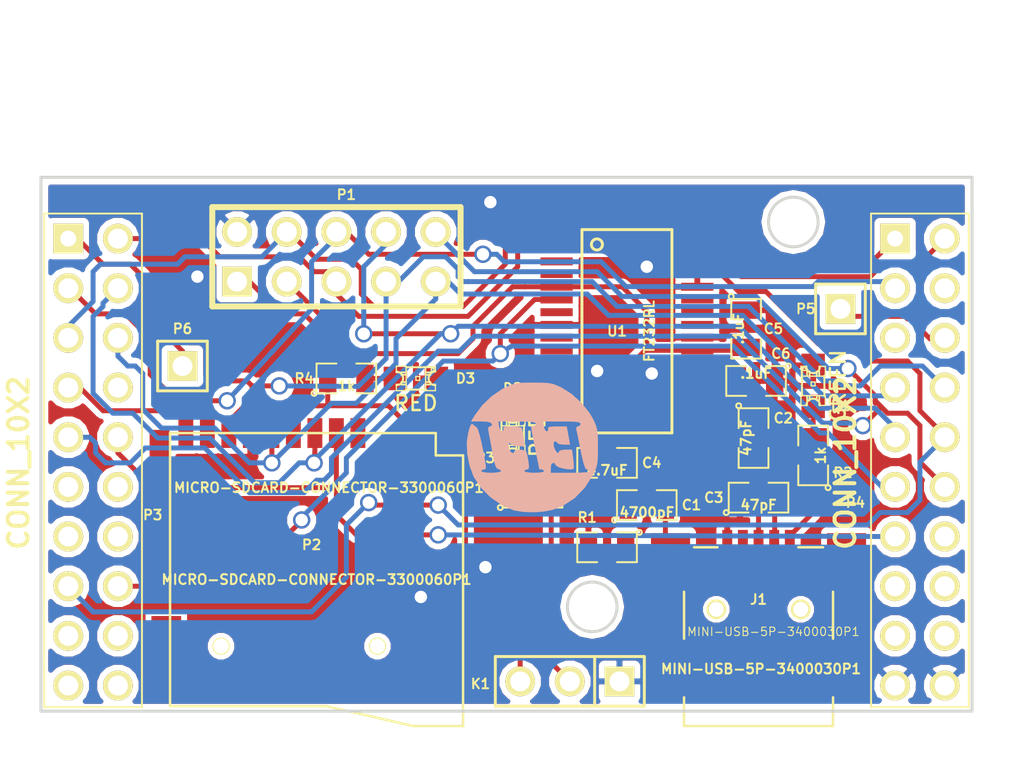
<source format=kicad_pcb>
(kicad_pcb (version 3) (host pcbnew "(2013-mar-13)-testing")

  (general
    (links 68)
    (no_connects 0)
    (area 181.61 102.762525 233.934001 141.478001)
    (thickness 1.6)
    (drawings 9)
    (tracks 411)
    (zones 0)
    (modules 23)
    (nets 58)
  )

  (page A4)
  (title_block
    (date "27 Dec 2013")
    (comment 2 Art_Electro)
    (comment 3 Art_Electro)
    (comment 4 Art_Electro)
  )

  (layers
    (15 F.Cu signal)
    (0 B.Cu signal)
    (16 B.Adhes user)
    (17 F.Adhes user)
    (18 B.Paste user)
    (19 F.Paste user)
    (20 B.SilkS user)
    (21 F.SilkS user)
    (22 B.Mask user)
    (23 F.Mask user)
    (24 Dwgs.User user)
    (25 Cmts.User user)
    (26 Eco1.User user)
    (27 Eco2.User user)
    (28 Edge.Cuts user)
  )

  (setup
    (last_trace_width 0.254)
    (trace_clearance 0.2032)
    (zone_clearance 0.3)
    (zone_45_only no)
    (trace_min 0.254)
    (segment_width 0.2)
    (edge_width 0.15)
    (via_size 0.889)
    (via_drill 0.635)
    (via_min_size 0.889)
    (via_min_drill 0.508)
    (uvia_size 0.508)
    (uvia_drill 0.127)
    (uvias_allowed no)
    (uvia_min_size 0.508)
    (uvia_min_drill 0.127)
    (pcb_text_width 0.3)
    (pcb_text_size 1 1)
    (mod_edge_width 0.15)
    (mod_text_size 1 1)
    (mod_text_width 0.15)
    (pad_size 1 1)
    (pad_drill 0.6)
    (pad_to_mask_clearance 0)
    (aux_axis_origin 0 0)
    (visible_elements 7FFEFFFF)
    (pcbplotparams
      (layerselection 3178497)
      (usegerberextensions true)
      (excludeedgelayer true)
      (linewidth 0.150000)
      (plotframeref false)
      (viasonmask false)
      (mode 1)
      (useauxorigin false)
      (hpglpennumber 1)
      (hpglpenspeed 20)
      (hpglpendiameter 15)
      (hpglpenoverlay 2)
      (psnegative false)
      (psa4output false)
      (plotreference true)
      (plotvalue true)
      (plotothertext true)
      (plotinvisibletext false)
      (padsonsilk false)
      (subtractmaskfromsilk false)
      (outputformat 1)
      (mirror false)
      (drillshape 1)
      (scaleselection 1)
      (outputdirectory ""))
  )

  (net 0 "")
  (net 1 /3,3V)
  (net 2 /5V)
  (net 3 /CS1)
  (net 4 /CS2)
  (net 5 /CS3)
  (net 6 /CS4)
  (net 7 /CS_SD_MODULE)
  (net 8 /SPI_MISO)
  (net 9 /SPI_MOSI)
  (net 10 /SPI_SCK)
  (net 11 /USART_RX)
  (net 12 /USART_TX)
  (net 13 GND)
  (net 14 N-000001)
  (net 15 N-0000012)
  (net 16 N-0000013)
  (net 17 N-0000014)
  (net 18 N-0000015)
  (net 19 N-0000016)
  (net 20 N-0000017)
  (net 21 N-0000018)
  (net 22 N-0000019)
  (net 23 N-0000020)
  (net 24 N-0000021)
  (net 25 N-0000022)
  (net 26 N-0000023)
  (net 27 N-0000024)
  (net 28 N-0000025)
  (net 29 N-000003)
  (net 30 N-0000033)
  (net 31 N-0000034)
  (net 32 N-0000037)
  (net 33 N-0000038)
  (net 34 N-0000039)
  (net 35 N-0000040)
  (net 36 N-0000041)
  (net 37 N-0000042)
  (net 38 N-0000043)
  (net 39 N-0000044)
  (net 40 N-0000045)
  (net 41 N-0000046)
  (net 42 N-0000047)
  (net 43 N-0000048)
  (net 44 N-0000049)
  (net 45 N-0000050)
  (net 46 N-0000051)
  (net 47 N-0000052)
  (net 48 N-0000053)
  (net 49 N-0000054)
  (net 50 N-0000055)
  (net 51 N-0000056)
  (net 52 N-0000057)
  (net 53 N-0000058)
  (net 54 N-000006)
  (net 55 N-000007)
  (net 56 N-000008)
  (net 57 N-000009)

  (net_class Default "Это класс цепей по умолчанию."
    (clearance 0.2032)
    (trace_width 0.254)
    (via_dia 0.889)
    (via_drill 0.635)
    (uvia_dia 0.508)
    (uvia_drill 0.127)
    (add_net "")
    (add_net /3,3V)
    (add_net /5V)
    (add_net /CS1)
    (add_net /CS2)
    (add_net /CS3)
    (add_net /CS4)
    (add_net /CS_SD_MODULE)
    (add_net /SPI_MISO)
    (add_net /SPI_MOSI)
    (add_net /SPI_SCK)
    (add_net /USART_RX)
    (add_net /USART_TX)
    (add_net GND)
    (add_net N-000001)
    (add_net N-0000012)
    (add_net N-0000013)
    (add_net N-0000014)
    (add_net N-0000015)
    (add_net N-0000016)
    (add_net N-0000017)
    (add_net N-0000018)
    (add_net N-0000019)
    (add_net N-0000020)
    (add_net N-0000021)
    (add_net N-0000022)
    (add_net N-0000023)
    (add_net N-0000024)
    (add_net N-0000025)
    (add_net N-000003)
    (add_net N-0000033)
    (add_net N-0000034)
    (add_net N-0000037)
    (add_net N-0000038)
    (add_net N-0000039)
    (add_net N-0000040)
    (add_net N-0000041)
    (add_net N-0000042)
    (add_net N-0000043)
    (add_net N-0000044)
    (add_net N-0000045)
    (add_net N-0000046)
    (add_net N-0000047)
    (add_net N-0000048)
    (add_net N-0000049)
    (add_net N-0000050)
    (add_net N-0000051)
    (add_net N-0000052)
    (add_net N-0000053)
    (add_net N-0000054)
    (add_net N-0000055)
    (add_net N-0000056)
    (add_net N-0000057)
    (add_net N-0000058)
    (add_net N-000006)
    (add_net N-000007)
    (add_net N-000008)
    (add_net N-000009)
  )

  (module SM0805 (layer F.Cu) (tedit 52BD4643) (tstamp 52A5B484)
    (at 214.63 128.397)
    (path /52A59B39)
    (attr smd)
    (fp_text reference C1 (at 2.286 0) (layer F.SilkS)
      (effects (font (size 0.50038 0.50038) (thickness 0.1016)))
    )
    (fp_text value 4700pF (at 0 0.381) (layer F.SilkS)
      (effects (font (size 0.50038 0.50038) (thickness 0.10922)))
    )
    (fp_circle (center -1.651 0.762) (end -1.651 0.635) (layer F.SilkS) (width 0.09906))
    (fp_line (start -0.508 0.762) (end -1.524 0.762) (layer F.SilkS) (width 0.09906))
    (fp_line (start -1.524 0.762) (end -1.524 -0.762) (layer F.SilkS) (width 0.09906))
    (fp_line (start -1.524 -0.762) (end -0.508 -0.762) (layer F.SilkS) (width 0.09906))
    (fp_line (start 0.508 -0.762) (end 1.524 -0.762) (layer F.SilkS) (width 0.09906))
    (fp_line (start 1.524 -0.762) (end 1.524 0.762) (layer F.SilkS) (width 0.09906))
    (fp_line (start 1.524 0.762) (end 0.508 0.762) (layer F.SilkS) (width 0.09906))
    (pad 1 smd rect (at -0.9525 0) (size 0.889 1.397)
      (layers F.Cu F.Paste F.Mask)
      (net 13 GND)
    )
    (pad 2 smd rect (at 0.9525 0) (size 0.889 1.397)
      (layers F.Cu F.Paste F.Mask)
      (net 29 N-000003)
    )
    (model smd/chip_cms.wrl
      (at (xyz 0 0 0))
      (scale (xyz 0.1 0.1 0.1))
      (rotate (xyz 0 0 0))
    )
  )

  (module SM0805 (layer F.Cu) (tedit 52BD479C) (tstamp 52A5B491)
    (at 220.091 124.968 270)
    (path /52A5A67B)
    (attr smd)
    (fp_text reference C2 (at -1.016 -1.524 360) (layer F.SilkS)
      (effects (font (size 0.50038 0.50038) (thickness 0.1016)))
    )
    (fp_text value 47pF (at 0 0.381 270) (layer F.SilkS)
      (effects (font (size 0.50038 0.50038) (thickness 0.10922)))
    )
    (fp_circle (center -1.651 0.762) (end -1.651 0.635) (layer F.SilkS) (width 0.09906))
    (fp_line (start -0.508 0.762) (end -1.524 0.762) (layer F.SilkS) (width 0.09906))
    (fp_line (start -1.524 0.762) (end -1.524 -0.762) (layer F.SilkS) (width 0.09906))
    (fp_line (start -1.524 -0.762) (end -0.508 -0.762) (layer F.SilkS) (width 0.09906))
    (fp_line (start 0.508 -0.762) (end 1.524 -0.762) (layer F.SilkS) (width 0.09906))
    (fp_line (start 1.524 -0.762) (end 1.524 0.762) (layer F.SilkS) (width 0.09906))
    (fp_line (start 1.524 0.762) (end 0.508 0.762) (layer F.SilkS) (width 0.09906))
    (pad 1 smd rect (at -0.9525 0 270) (size 0.889 1.397)
      (layers F.Cu F.Paste F.Mask)
      (net 13 GND)
    )
    (pad 2 smd rect (at 0.9525 0 270) (size 0.889 1.397)
      (layers F.Cu F.Paste F.Mask)
      (net 52 N-0000057)
    )
    (model smd/chip_cms.wrl
      (at (xyz 0 0 0))
      (scale (xyz 0.1 0.1 0.1))
      (rotate (xyz 0 0 0))
    )
  )

  (module SM0805 (layer F.Cu) (tedit 52BD4689) (tstamp 52A5B49E)
    (at 220.345 128.016)
    (path /52A5A68B)
    (attr smd)
    (fp_text reference C3 (at -2.286 0) (layer F.SilkS)
      (effects (font (size 0.50038 0.50038) (thickness 0.1016)))
    )
    (fp_text value 47pF (at 0 0.381) (layer F.SilkS)
      (effects (font (size 0.50038 0.50038) (thickness 0.10922)))
    )
    (fp_circle (center -1.651 0.762) (end -1.651 0.635) (layer F.SilkS) (width 0.09906))
    (fp_line (start -0.508 0.762) (end -1.524 0.762) (layer F.SilkS) (width 0.09906))
    (fp_line (start -1.524 0.762) (end -1.524 -0.762) (layer F.SilkS) (width 0.09906))
    (fp_line (start -1.524 -0.762) (end -0.508 -0.762) (layer F.SilkS) (width 0.09906))
    (fp_line (start 0.508 -0.762) (end 1.524 -0.762) (layer F.SilkS) (width 0.09906))
    (fp_line (start 1.524 -0.762) (end 1.524 0.762) (layer F.SilkS) (width 0.09906))
    (fp_line (start 1.524 0.762) (end 0.508 0.762) (layer F.SilkS) (width 0.09906))
    (pad 1 smd rect (at -0.9525 0) (size 0.889 1.397)
      (layers F.Cu F.Paste F.Mask)
      (net 13 GND)
    )
    (pad 2 smd rect (at 0.9525 0) (size 0.889 1.397)
      (layers F.Cu F.Paste F.Mask)
      (net 56 N-000008)
    )
    (model smd/chip_cms.wrl
      (at (xyz 0 0 0))
      (scale (xyz 0.1 0.1 0.1))
      (rotate (xyz 0 0 0))
    )
  )

  (module SM0805 (layer F.Cu) (tedit 52BD462B) (tstamp 52A5B4AB)
    (at 212.598 126.238)
    (path /52A59B20)
    (attr smd)
    (fp_text reference C4 (at 2.286 0) (layer F.SilkS)
      (effects (font (size 0.50038 0.50038) (thickness 0.1016)))
    )
    (fp_text value 4.7uF (at 0 0.381) (layer F.SilkS)
      (effects (font (size 0.50038 0.50038) (thickness 0.10922)))
    )
    (fp_circle (center -1.651 0.762) (end -1.651 0.635) (layer F.SilkS) (width 0.09906))
    (fp_line (start -0.508 0.762) (end -1.524 0.762) (layer F.SilkS) (width 0.09906))
    (fp_line (start -1.524 0.762) (end -1.524 -0.762) (layer F.SilkS) (width 0.09906))
    (fp_line (start -1.524 -0.762) (end -0.508 -0.762) (layer F.SilkS) (width 0.09906))
    (fp_line (start 0.508 -0.762) (end 1.524 -0.762) (layer F.SilkS) (width 0.09906))
    (fp_line (start 1.524 -0.762) (end 1.524 0.762) (layer F.SilkS) (width 0.09906))
    (fp_line (start 1.524 0.762) (end 0.508 0.762) (layer F.SilkS) (width 0.09906))
    (pad 1 smd rect (at -0.9525 0) (size 0.889 1.397)
      (layers F.Cu F.Paste F.Mask)
      (net 2 /5V)
    )
    (pad 2 smd rect (at 0.9525 0) (size 0.889 1.397)
      (layers F.Cu F.Paste F.Mask)
      (net 13 GND)
    )
    (model smd/chip_cms.wrl
      (at (xyz 0 0 0))
      (scale (xyz 0.1 0.1 0.1))
      (rotate (xyz 0 0 0))
    )
  )

  (module SM0805 (layer F.Cu) (tedit 52BD46E2) (tstamp 52A5B4B8)
    (at 219.71 119.38 270)
    (path /52A59B31)
    (attr smd)
    (fp_text reference C5 (at 0 -1.397 360) (layer F.SilkS)
      (effects (font (size 0.50038 0.50038) (thickness 0.1016)))
    )
    (fp_text value .1uF (at 0 0.381 270) (layer F.SilkS)
      (effects (font (size 0.50038 0.50038) (thickness 0.10922)))
    )
    (fp_circle (center -1.651 0.762) (end -1.651 0.635) (layer F.SilkS) (width 0.09906))
    (fp_line (start -0.508 0.762) (end -1.524 0.762) (layer F.SilkS) (width 0.09906))
    (fp_line (start -1.524 0.762) (end -1.524 -0.762) (layer F.SilkS) (width 0.09906))
    (fp_line (start -1.524 -0.762) (end -0.508 -0.762) (layer F.SilkS) (width 0.09906))
    (fp_line (start 0.508 -0.762) (end 1.524 -0.762) (layer F.SilkS) (width 0.09906))
    (fp_line (start 1.524 -0.762) (end 1.524 0.762) (layer F.SilkS) (width 0.09906))
    (fp_line (start 1.524 0.762) (end 0.508 0.762) (layer F.SilkS) (width 0.09906))
    (pad 1 smd rect (at -0.9525 0 270) (size 0.889 1.397)
      (layers F.Cu F.Paste F.Mask)
      (net 13 GND)
    )
    (pad 2 smd rect (at 0.9525 0 270) (size 0.889 1.397)
      (layers F.Cu F.Paste F.Mask)
      (net 2 /5V)
    )
    (model smd/chip_cms.wrl
      (at (xyz 0 0 0))
      (scale (xyz 0.1 0.1 0.1))
      (rotate (xyz 0 0 0))
    )
  )

  (module SM0805 (layer F.Cu) (tedit 52BD4826) (tstamp 52A5B4C5)
    (at 220.218 122.047 180)
    (path /52A59B38)
    (attr smd)
    (fp_text reference C6 (at -1.27 1.397 180) (layer F.SilkS)
      (effects (font (size 0.50038 0.50038) (thickness 0.1016)))
    )
    (fp_text value .1uF (at 0 0.381 180) (layer F.SilkS)
      (effects (font (size 0.50038 0.50038) (thickness 0.10922)))
    )
    (fp_circle (center -1.651 0.762) (end -1.651 0.635) (layer F.SilkS) (width 0.09906))
    (fp_line (start -0.508 0.762) (end -1.524 0.762) (layer F.SilkS) (width 0.09906))
    (fp_line (start -1.524 0.762) (end -1.524 -0.762) (layer F.SilkS) (width 0.09906))
    (fp_line (start -1.524 -0.762) (end -0.508 -0.762) (layer F.SilkS) (width 0.09906))
    (fp_line (start 0.508 -0.762) (end 1.524 -0.762) (layer F.SilkS) (width 0.09906))
    (fp_line (start 1.524 -0.762) (end 1.524 0.762) (layer F.SilkS) (width 0.09906))
    (fp_line (start 1.524 0.762) (end 0.508 0.762) (layer F.SilkS) (width 0.09906))
    (pad 1 smd rect (at -0.9525 0 180) (size 0.889 1.397)
      (layers F.Cu F.Paste F.Mask)
      (net 13 GND)
    )
    (pad 2 smd rect (at 0.9525 0 180) (size 0.889 1.397)
      (layers F.Cu F.Paste F.Mask)
      (net 47 N-0000052)
    )
    (model smd/chip_cms.wrl
      (at (xyz 0 0 0))
      (scale (xyz 0.1 0.1 0.1))
      (rotate (xyz 0 0 0))
    )
  )

  (module LED-0805 (layer F.Cu) (tedit 52BD4737) (tstamp 52A5B500)
    (at 223.139 122.301 90)
    (descr "LED 0805 smd package")
    (tags "LED 0805 SMD")
    (path /52A59B2C)
    (attr smd)
    (fp_text reference D1 (at -1.016 1.397 180) (layer F.SilkS)
      (effects (font (size 0.50038 0.50038) (thickness 0.1016)))
    )
    (fp_text value GREEN (at 0 1.27 90) (layer F.SilkS)
      (effects (font (size 0.762 0.762) (thickness 0.127)))
    )
    (fp_line (start 0.49784 0.29972) (end 0.49784 0.62484) (layer F.SilkS) (width 0.06604))
    (fp_line (start 0.49784 0.62484) (end 0.99822 0.62484) (layer F.SilkS) (width 0.06604))
    (fp_line (start 0.99822 0.29972) (end 0.99822 0.62484) (layer F.SilkS) (width 0.06604))
    (fp_line (start 0.49784 0.29972) (end 0.99822 0.29972) (layer F.SilkS) (width 0.06604))
    (fp_line (start 0.49784 -0.32258) (end 0.49784 -0.17272) (layer F.SilkS) (width 0.06604))
    (fp_line (start 0.49784 -0.17272) (end 0.7493 -0.17272) (layer F.SilkS) (width 0.06604))
    (fp_line (start 0.7493 -0.32258) (end 0.7493 -0.17272) (layer F.SilkS) (width 0.06604))
    (fp_line (start 0.49784 -0.32258) (end 0.7493 -0.32258) (layer F.SilkS) (width 0.06604))
    (fp_line (start 0.49784 0.17272) (end 0.49784 0.32258) (layer F.SilkS) (width 0.06604))
    (fp_line (start 0.49784 0.32258) (end 0.7493 0.32258) (layer F.SilkS) (width 0.06604))
    (fp_line (start 0.7493 0.17272) (end 0.7493 0.32258) (layer F.SilkS) (width 0.06604))
    (fp_line (start 0.49784 0.17272) (end 0.7493 0.17272) (layer F.SilkS) (width 0.06604))
    (fp_line (start 0.49784 -0.19812) (end 0.49784 0.19812) (layer F.SilkS) (width 0.06604))
    (fp_line (start 0.49784 0.19812) (end 0.6731 0.19812) (layer F.SilkS) (width 0.06604))
    (fp_line (start 0.6731 -0.19812) (end 0.6731 0.19812) (layer F.SilkS) (width 0.06604))
    (fp_line (start 0.49784 -0.19812) (end 0.6731 -0.19812) (layer F.SilkS) (width 0.06604))
    (fp_line (start -0.99822 0.29972) (end -0.99822 0.62484) (layer F.SilkS) (width 0.06604))
    (fp_line (start -0.99822 0.62484) (end -0.49784 0.62484) (layer F.SilkS) (width 0.06604))
    (fp_line (start -0.49784 0.29972) (end -0.49784 0.62484) (layer F.SilkS) (width 0.06604))
    (fp_line (start -0.99822 0.29972) (end -0.49784 0.29972) (layer F.SilkS) (width 0.06604))
    (fp_line (start -0.99822 -0.62484) (end -0.99822 -0.29972) (layer F.SilkS) (width 0.06604))
    (fp_line (start -0.99822 -0.29972) (end -0.49784 -0.29972) (layer F.SilkS) (width 0.06604))
    (fp_line (start -0.49784 -0.62484) (end -0.49784 -0.29972) (layer F.SilkS) (width 0.06604))
    (fp_line (start -0.99822 -0.62484) (end -0.49784 -0.62484) (layer F.SilkS) (width 0.06604))
    (fp_line (start -0.7493 0.17272) (end -0.7493 0.32258) (layer F.SilkS) (width 0.06604))
    (fp_line (start -0.7493 0.32258) (end -0.49784 0.32258) (layer F.SilkS) (width 0.06604))
    (fp_line (start -0.49784 0.17272) (end -0.49784 0.32258) (layer F.SilkS) (width 0.06604))
    (fp_line (start -0.7493 0.17272) (end -0.49784 0.17272) (layer F.SilkS) (width 0.06604))
    (fp_line (start -0.7493 -0.32258) (end -0.7493 -0.17272) (layer F.SilkS) (width 0.06604))
    (fp_line (start -0.7493 -0.17272) (end -0.49784 -0.17272) (layer F.SilkS) (width 0.06604))
    (fp_line (start -0.49784 -0.32258) (end -0.49784 -0.17272) (layer F.SilkS) (width 0.06604))
    (fp_line (start -0.7493 -0.32258) (end -0.49784 -0.32258) (layer F.SilkS) (width 0.06604))
    (fp_line (start -0.6731 -0.19812) (end -0.6731 0.19812) (layer F.SilkS) (width 0.06604))
    (fp_line (start -0.6731 0.19812) (end -0.49784 0.19812) (layer F.SilkS) (width 0.06604))
    (fp_line (start -0.49784 -0.19812) (end -0.49784 0.19812) (layer F.SilkS) (width 0.06604))
    (fp_line (start -0.6731 -0.19812) (end -0.49784 -0.19812) (layer F.SilkS) (width 0.06604))
    (fp_line (start 0 -0.09906) (end 0 0.09906) (layer F.SilkS) (width 0.06604))
    (fp_line (start 0 0.09906) (end 0.19812 0.09906) (layer F.SilkS) (width 0.06604))
    (fp_line (start 0.19812 -0.09906) (end 0.19812 0.09906) (layer F.SilkS) (width 0.06604))
    (fp_line (start 0 -0.09906) (end 0.19812 -0.09906) (layer F.SilkS) (width 0.06604))
    (fp_line (start 0.49784 -0.59944) (end 0.49784 -0.29972) (layer F.SilkS) (width 0.06604))
    (fp_line (start 0.49784 -0.29972) (end 0.79756 -0.29972) (layer F.SilkS) (width 0.06604))
    (fp_line (start 0.79756 -0.59944) (end 0.79756 -0.29972) (layer F.SilkS) (width 0.06604))
    (fp_line (start 0.49784 -0.59944) (end 0.79756 -0.59944) (layer F.SilkS) (width 0.06604))
    (fp_line (start 0.92456 -0.62484) (end 0.92456 -0.39878) (layer F.SilkS) (width 0.06604))
    (fp_line (start 0.92456 -0.39878) (end 0.99822 -0.39878) (layer F.SilkS) (width 0.06604))
    (fp_line (start 0.99822 -0.62484) (end 0.99822 -0.39878) (layer F.SilkS) (width 0.06604))
    (fp_line (start 0.92456 -0.62484) (end 0.99822 -0.62484) (layer F.SilkS) (width 0.06604))
    (fp_line (start 0.52324 0.57404) (end -0.52324 0.57404) (layer F.SilkS) (width 0.1016))
    (fp_line (start -0.49784 -0.57404) (end 0.92456 -0.57404) (layer F.SilkS) (width 0.1016))
    (fp_circle (center 0.84836 -0.44958) (end 0.89916 -0.50038) (layer F.SilkS) (width 0.0508))
    (fp_arc (start 0.99822 0) (end 0.99822 0.34798) (angle 180) (layer F.SilkS) (width 0.1016))
    (fp_arc (start -0.99822 0) (end -0.99822 -0.34798) (angle 180) (layer F.SilkS) (width 0.1016))
    (pad 1 smd rect (at -1.04902 0 90) (size 1.19888 1.19888)
      (layers F.Cu F.Paste F.Mask)
      (net 14 N-000001)
    )
    (pad 2 smd rect (at 1.04902 0 90) (size 1.19888 1.19888)
      (layers F.Cu F.Paste F.Mask)
      (net 13 GND)
    )
    (model lib/3d/LED_0805.wrl
      (at (xyz 0 0 0))
      (scale (xyz 1 1 1))
      (rotate (xyz 0 0 0))
    )
  )

  (module LED-0805 (layer F.Cu) (tedit 52BD4534) (tstamp 52A5B53B)
    (at 207.772 124.841 90)
    (descr "LED 0805 smd package")
    (tags "LED 0805 SMD")
    (path /52A5A380)
    (attr smd)
    (fp_text reference D2 (at 2.413 0 180) (layer F.SilkS)
      (effects (font (size 0.50038 0.50038) (thickness 0.1016)))
    )
    (fp_text value RED (at 0 1.27 90) (layer F.SilkS)
      (effects (font (size 0.762 0.762) (thickness 0.127)))
    )
    (fp_line (start 0.49784 0.29972) (end 0.49784 0.62484) (layer F.SilkS) (width 0.06604))
    (fp_line (start 0.49784 0.62484) (end 0.99822 0.62484) (layer F.SilkS) (width 0.06604))
    (fp_line (start 0.99822 0.29972) (end 0.99822 0.62484) (layer F.SilkS) (width 0.06604))
    (fp_line (start 0.49784 0.29972) (end 0.99822 0.29972) (layer F.SilkS) (width 0.06604))
    (fp_line (start 0.49784 -0.32258) (end 0.49784 -0.17272) (layer F.SilkS) (width 0.06604))
    (fp_line (start 0.49784 -0.17272) (end 0.7493 -0.17272) (layer F.SilkS) (width 0.06604))
    (fp_line (start 0.7493 -0.32258) (end 0.7493 -0.17272) (layer F.SilkS) (width 0.06604))
    (fp_line (start 0.49784 -0.32258) (end 0.7493 -0.32258) (layer F.SilkS) (width 0.06604))
    (fp_line (start 0.49784 0.17272) (end 0.49784 0.32258) (layer F.SilkS) (width 0.06604))
    (fp_line (start 0.49784 0.32258) (end 0.7493 0.32258) (layer F.SilkS) (width 0.06604))
    (fp_line (start 0.7493 0.17272) (end 0.7493 0.32258) (layer F.SilkS) (width 0.06604))
    (fp_line (start 0.49784 0.17272) (end 0.7493 0.17272) (layer F.SilkS) (width 0.06604))
    (fp_line (start 0.49784 -0.19812) (end 0.49784 0.19812) (layer F.SilkS) (width 0.06604))
    (fp_line (start 0.49784 0.19812) (end 0.6731 0.19812) (layer F.SilkS) (width 0.06604))
    (fp_line (start 0.6731 -0.19812) (end 0.6731 0.19812) (layer F.SilkS) (width 0.06604))
    (fp_line (start 0.49784 -0.19812) (end 0.6731 -0.19812) (layer F.SilkS) (width 0.06604))
    (fp_line (start -0.99822 0.29972) (end -0.99822 0.62484) (layer F.SilkS) (width 0.06604))
    (fp_line (start -0.99822 0.62484) (end -0.49784 0.62484) (layer F.SilkS) (width 0.06604))
    (fp_line (start -0.49784 0.29972) (end -0.49784 0.62484) (layer F.SilkS) (width 0.06604))
    (fp_line (start -0.99822 0.29972) (end -0.49784 0.29972) (layer F.SilkS) (width 0.06604))
    (fp_line (start -0.99822 -0.62484) (end -0.99822 -0.29972) (layer F.SilkS) (width 0.06604))
    (fp_line (start -0.99822 -0.29972) (end -0.49784 -0.29972) (layer F.SilkS) (width 0.06604))
    (fp_line (start -0.49784 -0.62484) (end -0.49784 -0.29972) (layer F.SilkS) (width 0.06604))
    (fp_line (start -0.99822 -0.62484) (end -0.49784 -0.62484) (layer F.SilkS) (width 0.06604))
    (fp_line (start -0.7493 0.17272) (end -0.7493 0.32258) (layer F.SilkS) (width 0.06604))
    (fp_line (start -0.7493 0.32258) (end -0.49784 0.32258) (layer F.SilkS) (width 0.06604))
    (fp_line (start -0.49784 0.17272) (end -0.49784 0.32258) (layer F.SilkS) (width 0.06604))
    (fp_line (start -0.7493 0.17272) (end -0.49784 0.17272) (layer F.SilkS) (width 0.06604))
    (fp_line (start -0.7493 -0.32258) (end -0.7493 -0.17272) (layer F.SilkS) (width 0.06604))
    (fp_line (start -0.7493 -0.17272) (end -0.49784 -0.17272) (layer F.SilkS) (width 0.06604))
    (fp_line (start -0.49784 -0.32258) (end -0.49784 -0.17272) (layer F.SilkS) (width 0.06604))
    (fp_line (start -0.7493 -0.32258) (end -0.49784 -0.32258) (layer F.SilkS) (width 0.06604))
    (fp_line (start -0.6731 -0.19812) (end -0.6731 0.19812) (layer F.SilkS) (width 0.06604))
    (fp_line (start -0.6731 0.19812) (end -0.49784 0.19812) (layer F.SilkS) (width 0.06604))
    (fp_line (start -0.49784 -0.19812) (end -0.49784 0.19812) (layer F.SilkS) (width 0.06604))
    (fp_line (start -0.6731 -0.19812) (end -0.49784 -0.19812) (layer F.SilkS) (width 0.06604))
    (fp_line (start 0 -0.09906) (end 0 0.09906) (layer F.SilkS) (width 0.06604))
    (fp_line (start 0 0.09906) (end 0.19812 0.09906) (layer F.SilkS) (width 0.06604))
    (fp_line (start 0.19812 -0.09906) (end 0.19812 0.09906) (layer F.SilkS) (width 0.06604))
    (fp_line (start 0 -0.09906) (end 0.19812 -0.09906) (layer F.SilkS) (width 0.06604))
    (fp_line (start 0.49784 -0.59944) (end 0.49784 -0.29972) (layer F.SilkS) (width 0.06604))
    (fp_line (start 0.49784 -0.29972) (end 0.79756 -0.29972) (layer F.SilkS) (width 0.06604))
    (fp_line (start 0.79756 -0.59944) (end 0.79756 -0.29972) (layer F.SilkS) (width 0.06604))
    (fp_line (start 0.49784 -0.59944) (end 0.79756 -0.59944) (layer F.SilkS) (width 0.06604))
    (fp_line (start 0.92456 -0.62484) (end 0.92456 -0.39878) (layer F.SilkS) (width 0.06604))
    (fp_line (start 0.92456 -0.39878) (end 0.99822 -0.39878) (layer F.SilkS) (width 0.06604))
    (fp_line (start 0.99822 -0.62484) (end 0.99822 -0.39878) (layer F.SilkS) (width 0.06604))
    (fp_line (start 0.92456 -0.62484) (end 0.99822 -0.62484) (layer F.SilkS) (width 0.06604))
    (fp_line (start 0.52324 0.57404) (end -0.52324 0.57404) (layer F.SilkS) (width 0.1016))
    (fp_line (start -0.49784 -0.57404) (end 0.92456 -0.57404) (layer F.SilkS) (width 0.1016))
    (fp_circle (center 0.84836 -0.44958) (end 0.89916 -0.50038) (layer F.SilkS) (width 0.0508))
    (fp_arc (start 0.99822 0) (end 0.99822 0.34798) (angle 180) (layer F.SilkS) (width 0.1016))
    (fp_arc (start -0.99822 0) (end -0.99822 -0.34798) (angle 180) (layer F.SilkS) (width 0.1016))
    (pad 1 smd rect (at -1.04902 0 90) (size 1.19888 1.19888)
      (layers F.Cu F.Paste F.Mask)
      (net 44 N-0000049)
    )
    (pad 2 smd rect (at 1.04902 0 90) (size 1.19888 1.19888)
      (layers F.Cu F.Paste F.Mask)
      (net 13 GND)
    )
    (model lib/3d/LED_0805.wrl
      (at (xyz 0 0 0))
      (scale (xyz 1 1 1))
      (rotate (xyz 0 0 0))
    )
  )

  (module SM0805 (layer F.Cu) (tedit 52BD4605) (tstamp 52A5B5B5)
    (at 212.598 130.556 180)
    (path /52A59B3A)
    (attr smd)
    (fp_text reference R1 (at 1.016 1.524 360) (layer F.SilkS)
      (effects (font (size 0.50038 0.50038) (thickness 0.1016)))
    )
    (fp_text value 1M (at 0 0.381 180) (layer F.SilkS) hide
      (effects (font (size 0.50038 0.50038) (thickness 0.10922)))
    )
    (fp_circle (center -1.651 0.762) (end -1.651 0.635) (layer F.SilkS) (width 0.09906))
    (fp_line (start -0.508 0.762) (end -1.524 0.762) (layer F.SilkS) (width 0.09906))
    (fp_line (start -1.524 0.762) (end -1.524 -0.762) (layer F.SilkS) (width 0.09906))
    (fp_line (start -1.524 -0.762) (end -0.508 -0.762) (layer F.SilkS) (width 0.09906))
    (fp_line (start 0.508 -0.762) (end 1.524 -0.762) (layer F.SilkS) (width 0.09906))
    (fp_line (start 1.524 -0.762) (end 1.524 0.762) (layer F.SilkS) (width 0.09906))
    (fp_line (start 1.524 0.762) (end 0.508 0.762) (layer F.SilkS) (width 0.09906))
    (pad 1 smd rect (at -0.9525 0 180) (size 0.889 1.397)
      (layers F.Cu F.Paste F.Mask)
      (net 29 N-000003)
    )
    (pad 2 smd rect (at 0.9525 0 180) (size 0.889 1.397)
      (layers F.Cu F.Paste F.Mask)
      (net 13 GND)
    )
    (model smd/chip_cms.wrl
      (at (xyz 0 0 0))
      (scale (xyz 0.1 0.1 0.1))
      (rotate (xyz 0 0 0))
    )
  )

  (module SM0805 (layer F.Cu) (tedit 52BD4764) (tstamp 52A5B5C2)
    (at 223.139 125.857 90)
    (path /52A59B2D)
    (attr smd)
    (fp_text reference R2 (at -0.889 1.524 180) (layer F.SilkS)
      (effects (font (size 0.50038 0.50038) (thickness 0.1016)))
    )
    (fp_text value 1k (at 0 0.381 90) (layer F.SilkS)
      (effects (font (size 0.50038 0.50038) (thickness 0.10922)))
    )
    (fp_circle (center -1.651 0.762) (end -1.651 0.635) (layer F.SilkS) (width 0.09906))
    (fp_line (start -0.508 0.762) (end -1.524 0.762) (layer F.SilkS) (width 0.09906))
    (fp_line (start -1.524 0.762) (end -1.524 -0.762) (layer F.SilkS) (width 0.09906))
    (fp_line (start -1.524 -0.762) (end -0.508 -0.762) (layer F.SilkS) (width 0.09906))
    (fp_line (start 0.508 -0.762) (end 1.524 -0.762) (layer F.SilkS) (width 0.09906))
    (fp_line (start 1.524 -0.762) (end 1.524 0.762) (layer F.SilkS) (width 0.09906))
    (fp_line (start 1.524 0.762) (end 0.508 0.762) (layer F.SilkS) (width 0.09906))
    (pad 1 smd rect (at -0.9525 0 90) (size 0.889 1.397)
      (layers F.Cu F.Paste F.Mask)
      (net 57 N-000009)
    )
    (pad 2 smd rect (at 0.9525 0 90) (size 0.889 1.397)
      (layers F.Cu F.Paste F.Mask)
      (net 14 N-000001)
    )
    (model smd/chip_cms.wrl
      (at (xyz 0 0 0))
      (scale (xyz 0.1 0.1 0.1))
      (rotate (xyz 0 0 0))
    )
  )

  (module SM0805 (layer F.Cu) (tedit 52BD4B56) (tstamp 52A5B5CF)
    (at 208.788 127.762)
    (path /52A5A342)
    (attr smd)
    (fp_text reference R3 (at -2.413 -1.778) (layer F.SilkS)
      (effects (font (size 0.50038 0.50038) (thickness 0.1016)))
    )
    (fp_text value 1k (at 0 0.381) (layer F.SilkS)
      (effects (font (size 0.50038 0.50038) (thickness 0.10922)))
    )
    (fp_circle (center -1.651 0.762) (end -1.651 0.635) (layer F.SilkS) (width 0.09906))
    (fp_line (start -0.508 0.762) (end -1.524 0.762) (layer F.SilkS) (width 0.09906))
    (fp_line (start -1.524 0.762) (end -1.524 -0.762) (layer F.SilkS) (width 0.09906))
    (fp_line (start -1.524 -0.762) (end -0.508 -0.762) (layer F.SilkS) (width 0.09906))
    (fp_line (start 0.508 -0.762) (end 1.524 -0.762) (layer F.SilkS) (width 0.09906))
    (fp_line (start 1.524 -0.762) (end 1.524 0.762) (layer F.SilkS) (width 0.09906))
    (fp_line (start 1.524 0.762) (end 0.508 0.762) (layer F.SilkS) (width 0.09906))
    (pad 1 smd rect (at -0.9525 0) (size 0.889 1.397)
      (layers F.Cu F.Paste F.Mask)
      (net 44 N-0000049)
    )
    (pad 2 smd rect (at 0.9525 0) (size 0.889 1.397)
      (layers F.Cu F.Paste F.Mask)
      (net 2 /5V)
    )
    (model smd/chip_cms.wrl
      (at (xyz 0 0 0))
      (scale (xyz 0.1 0.1 0.1))
      (rotate (xyz 0 0 0))
    )
  )

  (module ssop-28 (layer F.Cu) (tedit 52BD4583) (tstamp 52A5B5F4)
    (at 213.614 119.507 270)
    (descr SSOP-16)
    (path /52A59B51)
    (fp_text reference U1 (at 0 0.508 360) (layer F.SilkS)
      (effects (font (size 0.50038 0.50038) (thickness 0.1016)))
    )
    (fp_text value FT232RL (at 0 -1.143 270) (layer F.SilkS)
      (effects (font (size 0.50038 0.50038) (thickness 0.09906)))
    )
    (fp_line (start 5.19938 -2.30124) (end 5.19938 2.30124) (layer F.SilkS) (width 0.14986))
    (fp_line (start -5.19938 2.30124) (end -5.19938 -2.30124) (layer F.SilkS) (width 0.14986))
    (fp_line (start -5.19938 -2.30124) (end 5.19938 -2.30124) (layer F.SilkS) (width 0.14986))
    (fp_line (start 5.19938 2.30124) (end -5.19938 2.30124) (layer F.SilkS) (width 0.14986))
    (fp_circle (center -4.43992 1.53416) (end -4.56692 1.78816) (layer F.SilkS) (width 0.14986))
    (pad 7 smd rect (at -0.32512 3.59918 270) (size 0.4064 1.651)
      (layers F.Cu F.Paste F.Mask)
      (net 13 GND)
    )
    (pad 8 smd rect (at 0.32512 3.59918 270) (size 0.4064 1.651)
      (layers F.Cu F.Paste F.Mask)
    )
    (pad 9 smd rect (at 0.97536 3.59918 270) (size 0.4064 1.651)
      (layers F.Cu F.Paste F.Mask)
      (net 39 N-0000044)
    )
    (pad 10 smd rect (at 1.6256 3.59918 270) (size 0.4064 1.651)
      (layers F.Cu F.Paste F.Mask)
      (net 38 N-0000043)
    )
    (pad 25 smd rect (at -2.27584 -3.59918 270) (size 0.4064 1.651)
      (layers F.Cu F.Paste F.Mask)
      (net 13 GND)
    )
    (pad 4 smd rect (at -2.27584 3.59918 270) (size 0.4064 1.651)
      (layers F.Cu F.Paste F.Mask)
      (net 2 /5V)
    )
    (pad 5 smd rect (at -1.6256 3.59918 270) (size 0.4064 1.651)
      (layers F.Cu F.Paste F.Mask)
      (net 11 /USART_RX)
    )
    (pad 6 smd rect (at -0.97536 3.59918 270) (size 0.4064 1.651)
      (layers F.Cu F.Paste F.Mask)
      (net 40 N-0000045)
    )
    (pad 18 smd rect (at 2.27584 -3.59918 270) (size 0.4064 1.651)
      (layers F.Cu F.Paste F.Mask)
      (net 13 GND)
    )
    (pad 19 smd rect (at 1.6256 -3.59918 270) (size 0.4064 1.651)
      (layers F.Cu F.Paste F.Mask)
      (net 45 N-0000050)
    )
    (pad 20 smd rect (at 0.97536 -3.59918 270) (size 0.4064 1.651)
      (layers F.Cu F.Paste F.Mask)
      (net 2 /5V)
    )
    (pad 21 smd rect (at 0.32512 -3.59918 270) (size 0.4064 1.651)
      (layers F.Cu F.Paste F.Mask)
      (net 13 GND)
    )
    (pad 22 smd rect (at -0.32512 -3.59918 270) (size 0.4064 1.651)
      (layers F.Cu F.Paste F.Mask)
      (net 35 N-0000040)
    )
    (pad 23 smd rect (at -0.97536 -3.59918 270) (size 0.4064 1.651)
      (layers F.Cu F.Paste F.Mask)
      (net 33 N-0000038)
    )
    (pad 11 smd rect (at 2.27584 3.59918 270) (size 0.4064 1.651)
      (layers F.Cu F.Paste F.Mask)
      (net 37 N-0000042)
    )
    (pad 24 smd rect (at -1.6256 -3.59918 270) (size 0.4064 1.651)
      (layers F.Cu F.Paste F.Mask)
    )
    (pad 26 smd rect (at -2.92608 -3.59918 270) (size 0.4064 1.651)
      (layers F.Cu F.Paste F.Mask)
      (net 13 GND)
    )
    (pad 27 smd rect (at -3.57378 -3.59918 270) (size 0.4064 1.651)
      (layers F.Cu F.Paste F.Mask)
      (net 43 N-0000048)
    )
    (pad 28 smd rect (at -4.22402 -3.59918 270) (size 0.4064 1.651)
      (layers F.Cu F.Paste F.Mask)
      (net 46 N-0000051)
    )
    (pad 1 smd rect (at -4.22402 3.59918 270) (size 0.4064 1.651)
      (layers F.Cu F.Paste F.Mask)
      (net 12 /USART_TX)
    )
    (pad 2 smd rect (at -3.57378 3.59918 270) (size 0.4064 1.651)
      (layers F.Cu F.Paste F.Mask)
      (net 42 N-0000047)
    )
    (pad 3 smd rect (at -2.92608 3.59918 270) (size 0.4064 1.651)
      (layers F.Cu F.Paste F.Mask)
      (net 41 N-0000046)
    )
    (pad 12 smd rect (at 2.92608 3.59918 270) (size 0.4064 1.651)
      (layers F.Cu F.Paste F.Mask)
      (net 36 N-0000041)
    )
    (pad 13 smd rect (at 3.57378 3.59918 270) (size 0.4064 1.651)
      (layers F.Cu F.Paste F.Mask)
      (net 34 N-0000039)
    )
    (pad 14 smd rect (at 4.22402 3.59918 270) (size 0.4064 1.651)
      (layers F.Cu F.Paste F.Mask)
      (net 32 N-0000037)
    )
    (pad 15 smd rect (at 4.22402 -3.59918 270) (size 0.4064 1.651)
      (layers F.Cu F.Paste F.Mask)
      (net 56 N-000008)
    )
    (pad 16 smd rect (at 3.57378 -3.59918 270) (size 0.4064 1.651)
      (layers F.Cu F.Paste F.Mask)
      (net 52 N-0000057)
    )
    (pad 17 smd rect (at 2.92608 -3.59918 270) (size 0.4064 1.651)
      (layers F.Cu F.Paste F.Mask)
      (net 47 N-0000052)
    )
    (model smd/smd_dil/ssop-28.wrl
      (at (xyz 0 0 0))
      (scale (xyz 1 1 1))
      (rotate (xyz 0 0 0))
    )
  )

  (module LED-0805 (layer F.Cu) (tedit 52BD4516) (tstamp 52A5CBF0)
    (at 202.819 121.92)
    (descr "LED 0805 smd package")
    (tags "LED 0805 SMD")
    (path /52A5C8BF)
    (attr smd)
    (fp_text reference D3 (at 2.54 0) (layer F.SilkS)
      (effects (font (size 0.50038 0.50038) (thickness 0.1016)))
    )
    (fp_text value RED (at 0 1.27) (layer F.SilkS)
      (effects (font (size 0.762 0.762) (thickness 0.127)))
    )
    (fp_line (start 0.49784 0.29972) (end 0.49784 0.62484) (layer F.SilkS) (width 0.06604))
    (fp_line (start 0.49784 0.62484) (end 0.99822 0.62484) (layer F.SilkS) (width 0.06604))
    (fp_line (start 0.99822 0.29972) (end 0.99822 0.62484) (layer F.SilkS) (width 0.06604))
    (fp_line (start 0.49784 0.29972) (end 0.99822 0.29972) (layer F.SilkS) (width 0.06604))
    (fp_line (start 0.49784 -0.32258) (end 0.49784 -0.17272) (layer F.SilkS) (width 0.06604))
    (fp_line (start 0.49784 -0.17272) (end 0.7493 -0.17272) (layer F.SilkS) (width 0.06604))
    (fp_line (start 0.7493 -0.32258) (end 0.7493 -0.17272) (layer F.SilkS) (width 0.06604))
    (fp_line (start 0.49784 -0.32258) (end 0.7493 -0.32258) (layer F.SilkS) (width 0.06604))
    (fp_line (start 0.49784 0.17272) (end 0.49784 0.32258) (layer F.SilkS) (width 0.06604))
    (fp_line (start 0.49784 0.32258) (end 0.7493 0.32258) (layer F.SilkS) (width 0.06604))
    (fp_line (start 0.7493 0.17272) (end 0.7493 0.32258) (layer F.SilkS) (width 0.06604))
    (fp_line (start 0.49784 0.17272) (end 0.7493 0.17272) (layer F.SilkS) (width 0.06604))
    (fp_line (start 0.49784 -0.19812) (end 0.49784 0.19812) (layer F.SilkS) (width 0.06604))
    (fp_line (start 0.49784 0.19812) (end 0.6731 0.19812) (layer F.SilkS) (width 0.06604))
    (fp_line (start 0.6731 -0.19812) (end 0.6731 0.19812) (layer F.SilkS) (width 0.06604))
    (fp_line (start 0.49784 -0.19812) (end 0.6731 -0.19812) (layer F.SilkS) (width 0.06604))
    (fp_line (start -0.99822 0.29972) (end -0.99822 0.62484) (layer F.SilkS) (width 0.06604))
    (fp_line (start -0.99822 0.62484) (end -0.49784 0.62484) (layer F.SilkS) (width 0.06604))
    (fp_line (start -0.49784 0.29972) (end -0.49784 0.62484) (layer F.SilkS) (width 0.06604))
    (fp_line (start -0.99822 0.29972) (end -0.49784 0.29972) (layer F.SilkS) (width 0.06604))
    (fp_line (start -0.99822 -0.62484) (end -0.99822 -0.29972) (layer F.SilkS) (width 0.06604))
    (fp_line (start -0.99822 -0.29972) (end -0.49784 -0.29972) (layer F.SilkS) (width 0.06604))
    (fp_line (start -0.49784 -0.62484) (end -0.49784 -0.29972) (layer F.SilkS) (width 0.06604))
    (fp_line (start -0.99822 -0.62484) (end -0.49784 -0.62484) (layer F.SilkS) (width 0.06604))
    (fp_line (start -0.7493 0.17272) (end -0.7493 0.32258) (layer F.SilkS) (width 0.06604))
    (fp_line (start -0.7493 0.32258) (end -0.49784 0.32258) (layer F.SilkS) (width 0.06604))
    (fp_line (start -0.49784 0.17272) (end -0.49784 0.32258) (layer F.SilkS) (width 0.06604))
    (fp_line (start -0.7493 0.17272) (end -0.49784 0.17272) (layer F.SilkS) (width 0.06604))
    (fp_line (start -0.7493 -0.32258) (end -0.7493 -0.17272) (layer F.SilkS) (width 0.06604))
    (fp_line (start -0.7493 -0.17272) (end -0.49784 -0.17272) (layer F.SilkS) (width 0.06604))
    (fp_line (start -0.49784 -0.32258) (end -0.49784 -0.17272) (layer F.SilkS) (width 0.06604))
    (fp_line (start -0.7493 -0.32258) (end -0.49784 -0.32258) (layer F.SilkS) (width 0.06604))
    (fp_line (start -0.6731 -0.19812) (end -0.6731 0.19812) (layer F.SilkS) (width 0.06604))
    (fp_line (start -0.6731 0.19812) (end -0.49784 0.19812) (layer F.SilkS) (width 0.06604))
    (fp_line (start -0.49784 -0.19812) (end -0.49784 0.19812) (layer F.SilkS) (width 0.06604))
    (fp_line (start -0.6731 -0.19812) (end -0.49784 -0.19812) (layer F.SilkS) (width 0.06604))
    (fp_line (start 0 -0.09906) (end 0 0.09906) (layer F.SilkS) (width 0.06604))
    (fp_line (start 0 0.09906) (end 0.19812 0.09906) (layer F.SilkS) (width 0.06604))
    (fp_line (start 0.19812 -0.09906) (end 0.19812 0.09906) (layer F.SilkS) (width 0.06604))
    (fp_line (start 0 -0.09906) (end 0.19812 -0.09906) (layer F.SilkS) (width 0.06604))
    (fp_line (start 0.49784 -0.59944) (end 0.49784 -0.29972) (layer F.SilkS) (width 0.06604))
    (fp_line (start 0.49784 -0.29972) (end 0.79756 -0.29972) (layer F.SilkS) (width 0.06604))
    (fp_line (start 0.79756 -0.59944) (end 0.79756 -0.29972) (layer F.SilkS) (width 0.06604))
    (fp_line (start 0.49784 -0.59944) (end 0.79756 -0.59944) (layer F.SilkS) (width 0.06604))
    (fp_line (start 0.92456 -0.62484) (end 0.92456 -0.39878) (layer F.SilkS) (width 0.06604))
    (fp_line (start 0.92456 -0.39878) (end 0.99822 -0.39878) (layer F.SilkS) (width 0.06604))
    (fp_line (start 0.99822 -0.62484) (end 0.99822 -0.39878) (layer F.SilkS) (width 0.06604))
    (fp_line (start 0.92456 -0.62484) (end 0.99822 -0.62484) (layer F.SilkS) (width 0.06604))
    (fp_line (start 0.52324 0.57404) (end -0.52324 0.57404) (layer F.SilkS) (width 0.1016))
    (fp_line (start -0.49784 -0.57404) (end 0.92456 -0.57404) (layer F.SilkS) (width 0.1016))
    (fp_circle (center 0.84836 -0.44958) (end 0.89916 -0.50038) (layer F.SilkS) (width 0.0508))
    (fp_arc (start 0.99822 0) (end 0.99822 0.34798) (angle 180) (layer F.SilkS) (width 0.1016))
    (fp_arc (start -0.99822 0) (end -0.99822 -0.34798) (angle 180) (layer F.SilkS) (width 0.1016))
    (pad 1 smd rect (at -1.04902 0) (size 1.19888 1.19888)
      (layers F.Cu F.Paste F.Mask)
      (net 53 N-0000058)
    )
    (pad 2 smd rect (at 1.04902 0) (size 1.19888 1.19888)
      (layers F.Cu F.Paste F.Mask)
      (net 13 GND)
    )
    (model lib/3d/LED_0805.wrl
      (at (xyz 0 0 0))
      (scale (xyz 1 1 1))
      (rotate (xyz 0 0 0))
    )
  )

  (module SM0805 (layer F.Cu) (tedit 52BD450D) (tstamp 52A5CBFD)
    (at 199.263 121.92)
    (path /52A5C8B9)
    (attr smd)
    (fp_text reference R4 (at -2.159 0) (layer F.SilkS)
      (effects (font (size 0.50038 0.50038) (thickness 0.1016)))
    )
    (fp_text value 1k (at 0 0.381) (layer F.SilkS)
      (effects (font (size 0.50038 0.50038) (thickness 0.10922)))
    )
    (fp_circle (center -1.651 0.762) (end -1.651 0.635) (layer F.SilkS) (width 0.09906))
    (fp_line (start -0.508 0.762) (end -1.524 0.762) (layer F.SilkS) (width 0.09906))
    (fp_line (start -1.524 0.762) (end -1.524 -0.762) (layer F.SilkS) (width 0.09906))
    (fp_line (start -1.524 -0.762) (end -0.508 -0.762) (layer F.SilkS) (width 0.09906))
    (fp_line (start 0.508 -0.762) (end 1.524 -0.762) (layer F.SilkS) (width 0.09906))
    (fp_line (start 1.524 -0.762) (end 1.524 0.762) (layer F.SilkS) (width 0.09906))
    (fp_line (start 1.524 0.762) (end 0.508 0.762) (layer F.SilkS) (width 0.09906))
    (pad 1 smd rect (at -0.9525 0) (size 0.889 1.397)
      (layers F.Cu F.Paste F.Mask)
      (net 1 /3,3V)
    )
    (pad 2 smd rect (at 0.9525 0) (size 0.889 1.397)
      (layers F.Cu F.Paste F.Mask)
      (net 53 N-0000058)
    )
    (model smd/chip_cms.wrl
      (at (xyz 0 0 0))
      (scale (xyz 0.1 0.1 0.1))
      (rotate (xyz 0 0 0))
    )
  )

  (module PIN_ARRAY_3_A (layer F.Cu) (tedit 52BD45C7) (tstamp 52A5D6C4)
    (at 210.693 137.414 180)
    (descr "Connecter 3 pins")
    (tags "PIN 3")
    (path /52A5D5AA)
    (fp_text reference K1 (at 4.572 -0.127 180) (layer F.SilkS)
      (effects (font (size 0.50038 0.50038) (thickness 0.1016)))
    )
    (fp_text value CONN_3 (at 0 2.54 180) (layer F.SilkS) hide
      (effects (font (size 1.016 1.016) (thickness 0.1524)))
    )
    (fp_line (start -3.81 1.27) (end -3.81 -1.27) (layer F.SilkS) (width 0.1524))
    (fp_line (start -3.81 -1.27) (end 3.81 -1.27) (layer F.SilkS) (width 0.1524))
    (fp_line (start 3.81 -1.27) (end 3.81 1.27) (layer F.SilkS) (width 0.1524))
    (fp_line (start 3.81 1.27) (end -3.81 1.27) (layer F.SilkS) (width 0.1524))
    (fp_line (start -1.27 -1.27) (end -1.27 1.27) (layer F.SilkS) (width 0.1524))
    (pad 1 thru_hole rect (at -2.54 0 180) (size 1.524 1.524) (drill 1.016)
      (layers *.Cu *.Mask F.SilkS)
      (net 13 GND)
    )
    (pad 2 thru_hole circle (at 0 0 180) (size 1.524 1.524) (drill 1.016)
      (layers *.Cu *.Mask F.SilkS)
      (net 2 /5V)
    )
    (pad 3 thru_hole circle (at 2.54 0 180) (size 1.524 1.524) (drill 1.016)
      (layers *.Cu *.Mask F.SilkS)
      (net 1 /3,3V)
    )
    (model pin_array/pins_array_3x1.wrl
      (at (xyz 0 0 0))
      (scale (xyz 1 1 1))
      (rotate (xyz 0 0 0))
    )
  )

  (module PIN_ARRAY_10X2 (layer F.Cu) (tedit 52BD4551) (tstamp 52B9B18D)
    (at 186.309 126.238 270)
    (path /52B479E1)
    (fp_text reference P3 (at 2.667 -3.048 360) (layer F.SilkS)
      (effects (font (size 0.50038 0.50038) (thickness 0.1016)))
    )
    (fp_text value CONN_10X2 (at 0 3.81 270) (layer F.SilkS)
      (effects (font (size 1.016 1.016) (thickness 0.2032)))
    )
    (fp_line (start 12.49934 2.49936) (end 12.49934 -2.49936) (layer F.SilkS) (width 0.09906))
    (fp_line (start 12.49934 -2.49936) (end -12.7508 -2.49936) (layer F.SilkS) (width 0.09906))
    (fp_line (start -12.7508 -2.49936) (end -12.7508 2.49936) (layer F.SilkS) (width 0.09906))
    (fp_line (start -12.7508 2.49936) (end 12.49934 2.49936) (layer F.SilkS) (width 0.09906))
    (pad 1 thru_hole rect (at -11.47064 1.27 270) (size 1.524 1.524) (drill 0.8128)
      (layers *.Cu *.Mask F.SilkS)
      (net 31 N-0000034)
    )
    (pad 2 thru_hole circle (at -11.47064 -1.27 270) (size 1.524 1.524) (drill 1.016)
      (layers *.Cu *.Mask F.SilkS)
      (net 4 /CS2)
    )
    (pad 3 thru_hole circle (at -8.93064 1.27 270) (size 1.524 1.524) (drill 1.016)
      (layers *.Cu *.Mask F.SilkS)
      (net 8 /SPI_MISO)
    )
    (pad 4 thru_hole circle (at -8.93064 -1.27 270) (size 1.524 1.524) (drill 1.016)
      (layers *.Cu *.Mask F.SilkS)
      (net 9 /SPI_MOSI)
    )
    (pad 5 thru_hole circle (at -6.39064 1.27 270) (size 1.524 1.524) (drill 1.016)
      (layers *.Cu *.Mask F.SilkS)
      (net 3 /CS1)
    )
    (pad 6 thru_hole circle (at -6.39064 -1.27 270) (size 1.524 1.524) (drill 1.016)
      (layers *.Cu *.Mask F.SilkS)
      (net 10 /SPI_SCK)
    )
    (pad 7 thru_hole circle (at -3.85064 1.27 270) (size 1.524 1.524) (drill 1.016)
      (layers *.Cu *.Mask F.SilkS)
      (net 5 /CS3)
    )
    (pad 8 thru_hole circle (at -3.85064 -1.27 270) (size 1.524 1.524) (drill 1.016)
      (layers *.Cu *.Mask F.SilkS)
      (net 30 N-0000033)
    )
    (pad 9 thru_hole circle (at -1.31064 1.27 270) (size 1.524 1.524) (drill 1.016)
      (layers *.Cu *.Mask F.SilkS)
      (net 6 /CS4)
    )
    (pad 10 thru_hole circle (at -1.31064 -1.27 270) (size 1.524 1.524) (drill 1.016)
      (layers *.Cu *.Mask F.SilkS)
      (net 7 /CS_SD_MODULE)
    )
    (pad 11 thru_hole circle (at 1.22936 1.27 270) (size 1.524 1.524) (drill 1.016)
      (layers *.Cu *.Mask F.SilkS)
      (net 24 N-0000021)
    )
    (pad 12 thru_hole circle (at 1.22936 -1.27 270) (size 1.524 1.524) (drill 1.016)
      (layers *.Cu *.Mask F.SilkS)
      (net 23 N-0000020)
    )
    (pad 13 thru_hole circle (at 3.76936 1.27 270) (size 1.524 1.524) (drill 1.016)
      (layers *.Cu *.Mask F.SilkS)
      (net 22 N-0000019)
    )
    (pad 14 thru_hole circle (at 3.76936 -1.27 270) (size 1.524 1.524) (drill 1.016)
      (layers *.Cu *.Mask F.SilkS)
      (net 21 N-0000018)
    )
    (pad 15 thru_hole circle (at 6.30936 1.27 270) (size 1.524 1.524) (drill 1.016)
      (layers *.Cu *.Mask F.SilkS)
      (net 12 /USART_TX)
    )
    (pad 16 thru_hole circle (at 6.30936 -1.27 270) (size 1.524 1.524) (drill 1.016)
      (layers *.Cu *.Mask F.SilkS)
      (net 11 /USART_RX)
    )
    (pad 17 thru_hole circle (at 8.84936 1.27 270) (size 1.524 1.524) (drill 1.016)
      (layers *.Cu *.Mask F.SilkS)
      (net 20 N-0000017)
    )
    (pad 18 thru_hole circle (at 8.84936 -1.27 270) (size 1.524 1.524) (drill 1.016)
      (layers *.Cu *.Mask F.SilkS)
      (net 19 N-0000016)
    )
    (pad 19 thru_hole circle (at 11.38936 1.27 270) (size 1.524 1.524) (drill 1.016)
      (layers *.Cu *.Mask F.SilkS)
      (net 18 N-0000015)
    )
    (pad 20 thru_hole circle (at 11.38936 -1.27 270) (size 1.524 1.524) (drill 1.016)
      (layers *.Cu *.Mask F.SilkS)
      (net 25 N-0000022)
    )
    (model lib/3d/M_header_10x2.wrl
      (at (xyz 0 0 0))
      (scale (xyz 1 1 1))
      (rotate (xyz -90 0 0))
    )
  )

  (module PIN_ARRAY_10X2 (layer F.Cu) (tedit 52BD45A0) (tstamp 52B9B1A9)
    (at 228.6 126.238 270)
    (path /52B479EE)
    (fp_text reference P4 (at 2.032 3.302 360) (layer F.SilkS)
      (effects (font (size 0.50038 0.50038) (thickness 0.1016)))
    )
    (fp_text value CONN_10X2 (at 0 3.81 270) (layer F.SilkS)
      (effects (font (size 1.016 1.016) (thickness 0.2032)))
    )
    (fp_line (start 12.49934 2.49936) (end 12.49934 -2.49936) (layer F.SilkS) (width 0.09906))
    (fp_line (start 12.49934 -2.49936) (end -12.7508 -2.49936) (layer F.SilkS) (width 0.09906))
    (fp_line (start -12.7508 -2.49936) (end -12.7508 2.49936) (layer F.SilkS) (width 0.09906))
    (fp_line (start -12.7508 2.49936) (end 12.49934 2.49936) (layer F.SilkS) (width 0.09906))
    (pad 1 thru_hole rect (at -11.47064 1.27 270) (size 1.524 1.524) (drill 0.8128)
      (layers *.Cu *.Mask F.SilkS)
      (net 3 /CS1)
    )
    (pad 2 thru_hole circle (at -11.47064 -1.27 270) (size 1.524 1.524) (drill 1.016)
      (layers *.Cu *.Mask F.SilkS)
      (net 4 /CS2)
    )
    (pad 3 thru_hole circle (at -8.93064 1.27 270) (size 1.524 1.524) (drill 1.016)
      (layers *.Cu *.Mask F.SilkS)
      (net 5 /CS3)
    )
    (pad 4 thru_hole circle (at -8.93064 -1.27 270) (size 1.524 1.524) (drill 1.016)
      (layers *.Cu *.Mask F.SilkS)
      (net 17 N-0000014)
    )
    (pad 5 thru_hole circle (at -6.39064 1.27 270) (size 1.524 1.524) (drill 1.016)
      (layers *.Cu *.Mask F.SilkS)
      (net 16 N-0000013)
    )
    (pad 6 thru_hole circle (at -6.39064 -1.27 270) (size 1.524 1.524) (drill 1.016)
      (layers *.Cu *.Mask F.SilkS)
      (net 15 N-0000012)
    )
    (pad 7 thru_hole circle (at -3.85064 1.27 270) (size 1.524 1.524) (drill 1.016)
      (layers *.Cu *.Mask F.SilkS)
      (net 10 /SPI_SCK)
    )
    (pad 8 thru_hole circle (at -3.85064 -1.27 270) (size 1.524 1.524) (drill 1.016)
      (layers *.Cu *.Mask F.SilkS)
      (net 8 /SPI_MISO)
    )
    (pad 9 thru_hole circle (at -1.31064 1.27 270) (size 1.524 1.524) (drill 1.016)
      (layers *.Cu *.Mask F.SilkS)
      (net 9 /SPI_MOSI)
    )
    (pad 10 thru_hole circle (at -1.31064 -1.27 270) (size 1.524 1.524) (drill 1.016)
      (layers *.Cu *.Mask F.SilkS)
      (net 12 /USART_TX)
    )
    (pad 11 thru_hole circle (at 1.22936 1.27 270) (size 1.524 1.524) (drill 1.016)
      (layers *.Cu *.Mask F.SilkS)
      (net 11 /USART_RX)
    )
    (pad 12 thru_hole circle (at 1.22936 -1.27 270) (size 1.524 1.524) (drill 1.016)
      (layers *.Cu *.Mask F.SilkS)
      (net 6 /CS4)
    )
    (pad 13 thru_hole circle (at 3.76936 1.27 270) (size 1.524 1.524) (drill 1.016)
      (layers *.Cu *.Mask F.SilkS)
      (net 7 /CS_SD_MODULE)
    )
    (pad 14 thru_hole circle (at 3.76936 -1.27 270) (size 1.524 1.524) (drill 1.016)
      (layers *.Cu *.Mask F.SilkS)
      (net 28 N-0000025)
    )
    (pad 15 thru_hole circle (at 6.30936 1.27 270) (size 1.524 1.524) (drill 1.016)
      (layers *.Cu *.Mask F.SilkS)
      (net 55 N-000007)
    )
    (pad 16 thru_hole circle (at 6.30936 -1.27 270) (size 1.524 1.524) (drill 1.016)
      (layers *.Cu *.Mask F.SilkS)
      (net 27 N-0000024)
    )
    (pad 17 thru_hole circle (at 8.84936 1.27 270) (size 1.524 1.524) (drill 1.016)
      (layers *.Cu *.Mask F.SilkS)
      (net 54 N-000006)
    )
    (pad 18 thru_hole circle (at 8.84936 -1.27 270) (size 1.524 1.524) (drill 1.016)
      (layers *.Cu *.Mask F.SilkS)
      (net 26 N-0000023)
    )
    (pad 19 thru_hole circle (at 11.38936 1.27 270) (size 1.524 1.524) (drill 1.016)
      (layers *.Cu *.Mask F.SilkS)
      (net 13 GND)
    )
    (pad 20 thru_hole circle (at 11.38936 -1.27 270) (size 1.524 1.524) (drill 1.016)
      (layers *.Cu *.Mask F.SilkS)
      (net 13 GND)
    )
    (model lib/3d/M_header_10x2.wrl
      (at (xyz 0 0 0))
      (scale (xyz 1 1 1))
      (rotate (xyz -90 0 0))
    )
  )

  (module MINI-USB-5P-3400020P1 (layer F.Cu) (tedit 52BD49DA) (tstamp 52BAC27E)
    (at 220.345 135.128)
    (descr OPL)
    (tags "USB MINI 5 SMD-1")
    (path /52A7387D)
    (attr smd)
    (fp_text reference J1 (at 0 -1.905) (layer F.SilkS)
      (effects (font (size 0.50038 0.50038) (thickness 0.1016)))
    )
    (fp_text value MINI-USB-5P-3400030P1 (at 0.762 -0.254) (layer F.SilkS)
      (effects (font (size 0.4318 0.4318) (thickness 0.0508)))
    )
    (fp_line (start 3.81 4.572) (end 3.81 3.103) (layer F.SilkS) (width 0.127))
    (fp_line (start -3.81 4.572) (end -3.81 3.103) (layer F.SilkS) (width 0.127))
    (fp_line (start 2.032 -4.572) (end 3.302 -4.572) (layer F.SilkS) (width 0.127))
    (fp_line (start 3.81 -2.297) (end 3.81 0.103) (layer F.SilkS) (width 0.127))
    (fp_line (start -3.81 4.572) (end 3.81 4.572) (layer F.SilkS) (width 0.127))
    (fp_line (start -3.81 -2.297) (end -3.81 0.103) (layer F.SilkS) (width 0.127))
    (fp_line (start -3.3 -4.572) (end -2.1 -4.572) (layer F.SilkS) (width 0.127))
    (pad 5 smd rect (at -1.6 -4.191) (size 0.508 2.54)
      (layers F.Cu F.Paste F.Mask)
      (net 13 GND)
    )
    (pad 4 smd rect (at -0.8 -4.191) (size 0.508 2.54)
      (layers F.Cu F.Paste F.Mask)
      (net 51 N-0000056)
    )
    (pad 3 smd rect (at 0 -4.191) (size 0.508 2.54)
      (layers F.Cu F.Paste F.Mask)
      (net 52 N-0000057)
    )
    (pad 2 smd rect (at 0.8 -4.191) (size 0.508 2.54)
      (layers F.Cu F.Paste F.Mask)
      (net 56 N-000008)
    )
    (pad 1 smd rect (at 1.6 -4.191) (size 0.508 2.54)
      (layers F.Cu F.Paste F.Mask)
      (net 57 N-000009)
    )
    (pad 6 smd rect (at -4.5 1.603 90) (size 2.794 2)
      (layers F.Cu F.Paste F.Mask)
      (net 29 N-000003)
    )
    (pad 6 smd rect (at 4.5 1.603 90) (size 2.794 2)
      (layers F.Cu F.Paste F.Mask)
      (net 29 N-000003)
    )
    (pad 6 smd rect (at -4.5 -3.897 90) (size 2.794 2)
      (layers F.Cu F.Paste F.Mask)
      (net 29 N-000003)
    )
    (pad 6 smd rect (at 4.5 -3.897 90) (size 2.794 2)
      (layers F.Cu F.Paste F.Mask)
      (net 29 N-000003)
    )
    (pad "" np_thru_hole circle (at -2.159 -1.397 90) (size 1.016 1.016) (drill 0.762)
      (layers *.Mask F.SilkS)
    )
    (pad "" np_thru_hole circle (at 2.159 -1.397 90) (size 1.016 1.016) (drill 0.762)
      (layers *.Mask F.SilkS)
    )
    (model lib/3d/usb-2.wrl
      (at (xyz 0 0 0))
      (scale (xyz 1 1 1))
      (rotate (xyz -90 0 -90))
    )
  )

  (module PIN_ARRAY_1 (layer F.Cu) (tedit 52BD458F) (tstamp 52BAC29B)
    (at 224.536 118.364)
    (descr "1 pin")
    (tags "CONN DEV")
    (path /52BAA4A8)
    (fp_text reference P5 (at -1.778 0) (layer F.SilkS)
      (effects (font (size 0.50038 0.50038) (thickness 0.1016)))
    )
    (fp_text value CONN_1 (at 0 -1.905) (layer F.SilkS) hide
      (effects (font (size 0.762 0.762) (thickness 0.1524)))
    )
    (fp_line (start 1.27 1.27) (end -1.27 1.27) (layer F.SilkS) (width 0.1524))
    (fp_line (start -1.27 -1.27) (end 1.27 -1.27) (layer F.SilkS) (width 0.1524))
    (fp_line (start -1.27 1.27) (end -1.27 -1.27) (layer F.SilkS) (width 0.1524))
    (fp_line (start 1.27 -1.27) (end 1.27 1.27) (layer F.SilkS) (width 0.1524))
    (pad 1 thru_hole rect (at 0 0) (size 1.524 1.524) (drill 1.016)
      (layers *.Cu *.Mask F.SilkS)
      (net 15 N-0000012)
    )
    (model pin_array\pin_1.wrl
      (at (xyz 0 0 0))
      (scale (xyz 1 1 1))
      (rotate (xyz 0 0 0))
    )
  )

  (module PIN_ARRAY_5x2 (layer F.Cu) (tedit 52BD456D) (tstamp 52BAC8F8)
    (at 198.755 115.697)
    (descr "Double rangee de contacts 2 x 5 pins")
    (tags CONN)
    (path /52B45CE3)
    (fp_text reference P1 (at 0.508 -3.175) (layer F.SilkS)
      (effects (font (size 0.50038 0.50038) (thickness 0.1016)))
    )
    (fp_text value CONN_5X2 (at 0 -3.81) (layer F.SilkS) hide
      (effects (font (size 1.016 1.016) (thickness 0.2032)))
    )
    (fp_line (start -6.35 -2.54) (end 6.35 -2.54) (layer F.SilkS) (width 0.3048))
    (fp_line (start 6.35 -2.54) (end 6.35 2.54) (layer F.SilkS) (width 0.3048))
    (fp_line (start 6.35 2.54) (end -6.35 2.54) (layer F.SilkS) (width 0.3048))
    (fp_line (start -6.35 2.54) (end -6.35 -2.54) (layer F.SilkS) (width 0.3048))
    (pad 1 thru_hole rect (at -5.08 1.27) (size 1.524 1.524) (drill 1.016)
      (layers *.Cu *.Mask F.SilkS)
      (net 1 /3,3V)
    )
    (pad 2 thru_hole circle (at -5.08 -1.27) (size 1.524 1.524) (drill 1.016)
      (layers *.Cu *.Mask F.SilkS)
      (net 13 GND)
    )
    (pad 3 thru_hole circle (at -2.54 1.27) (size 1.524 1.524) (drill 1.016)
      (layers *.Cu *.Mask F.SilkS)
      (net 2 /5V)
    )
    (pad 4 thru_hole circle (at -2.54 -1.27) (size 1.524 1.524) (drill 1.016)
      (layers *.Cu *.Mask F.SilkS)
      (net 3 /CS1)
    )
    (pad 5 thru_hole circle (at 0 1.27) (size 1.524 1.524) (drill 1.016)
      (layers *.Cu *.Mask F.SilkS)
      (net 4 /CS2)
    )
    (pad 6 thru_hole circle (at 0 -1.27) (size 1.524 1.524) (drill 1.016)
      (layers *.Cu *.Mask F.SilkS)
      (net 5 /CS3)
    )
    (pad 7 thru_hole circle (at 2.54 1.27) (size 1.524 1.524) (drill 1.016)
      (layers *.Cu *.Mask F.SilkS)
      (net 8 /SPI_MISO)
    )
    (pad 8 thru_hole circle (at 2.54 -1.27) (size 1.524 1.524) (drill 1.016)
      (layers *.Cu *.Mask F.SilkS)
      (net 9 /SPI_MOSI)
    )
    (pad 9 thru_hole circle (at 5.08 1.27) (size 1.524 1.524) (drill 1.016)
      (layers *.Cu *.Mask F.SilkS)
      (net 10 /SPI_SCK)
    )
    (pad 10 thru_hole circle (at 5.08 -1.27) (size 1.524 1.524) (drill 1.016)
      (layers *.Cu *.Mask F.SilkS)
      (net 6 /CS4)
    )
    (model lib/3d/M_header_5x2.wrl
      (at (xyz 0 0 0))
      (scale (xyz 1 1 1))
      (rotate (xyz -90 0 180))
    )
  )

  (module PIN_ARRAY_1 (layer F.Cu) (tedit 52BD4561) (tstamp 52BAF8CF)
    (at 190.881 121.285)
    (descr "1 pin")
    (tags "CONN DEV")
    (path /52BAF879)
    (fp_text reference P6 (at 0 -1.905) (layer F.SilkS)
      (effects (font (size 0.50038 0.50038) (thickness 0.1016)))
    )
    (fp_text value CONN_1 (at 0 -1.905) (layer F.SilkS) hide
      (effects (font (size 0.762 0.762) (thickness 0.1524)))
    )
    (fp_line (start 1.27 1.27) (end -1.27 1.27) (layer F.SilkS) (width 0.1524))
    (fp_line (start -1.27 -1.27) (end 1.27 -1.27) (layer F.SilkS) (width 0.1524))
    (fp_line (start -1.27 1.27) (end -1.27 -1.27) (layer F.SilkS) (width 0.1524))
    (fp_line (start 1.27 -1.27) (end 1.27 1.27) (layer F.SilkS) (width 0.1524))
    (pad 1 thru_hole rect (at 0 0) (size 1.524 1.524) (drill 1.016)
      (layers *.Cu *.Mask F.SilkS)
      (net 31 N-0000034)
    )
    (model pin_array\pin_1.wrl
      (at (xyz 0 0 0))
      (scale (xyz 1 1 1))
      (rotate (xyz 0 0 0))
    )
  )

  (module MICRO-SDCARD-CONNECTOR-3300060P1 (layer F.Cu) (tedit 52BD4AA4) (tstamp 52BB0380)
    (at 197.739 132.207 270)
    (descr MICRO-SDCARD-CONNECTOR-3300060P1)
    (tags "MICRO SD MEMORY CARD MMC")
    (path /52A75274)
    (attr smd)
    (fp_text reference P2 (at -1.778 0.254 360) (layer F.SilkS)
      (effects (font (size 0.50038 0.50038) (thickness 0.1016)))
    )
    (fp_text value MICRO-SDCARD-CONNECTOR-3300060P1 (at 0 0 360) (layer F.SilkS)
      (effects (font (size 0.50038 0.50038) (thickness 0.1016)))
    )
    (fp_line (start 7.493 -4.953) (end 6.477 -0.508) (layer F.SilkS) (width 0.127))
    (fp_line (start 6.477 7.493) (end 6.477 -0.5591) (layer F.SilkS) (width 0.127))
    (fp_line (start -7.493 7.493) (end 6.477 7.493) (layer F.SilkS) (width 0.127))
    (fp_line (start 7.493 -7.493) (end 7.493 -4.9619) (layer F.SilkS) (width 0.127))
    (fp_line (start -7.493 -6.096) (end -6.35 -6.096) (layer F.SilkS) (width 0.127))
    (fp_line (start -6.35 -6.096) (end -6.35 -7.493) (layer F.SilkS) (width 0.127))
    (fp_line (start -7.493 7.493) (end -7.493 -6.096) (layer F.SilkS) (width 0.127))
    (fp_line (start -6.35 -7.493) (end 7.493 -7.493) (layer F.SilkS) (width 0.127))
    (pad 1 smd rect (at -7.493 -2.114 270) (size 1.524 0.762)
      (layers F.Cu F.Paste F.Mask)
      (net 50 N-0000055)
    )
    (pad 2 smd rect (at -7.493 -1.014 270) (size 1.524 0.762)
      (layers F.Cu F.Paste F.Mask)
      (net 7 /CS_SD_MODULE)
    )
    (pad 3 smd rect (at -7.493 0.086 270) (size 1.524 0.762)
      (layers F.Cu F.Paste F.Mask)
      (net 9 /SPI_MOSI)
    )
    (pad 4 smd rect (at -7.493 1.186 270) (size 1.524 0.762)
      (layers F.Cu F.Paste F.Mask)
      (net 1 /3,3V)
    )
    (pad 5 smd rect (at -7.493 2.286 270) (size 1.524 0.762)
      (layers F.Cu F.Paste F.Mask)
      (net 10 /SPI_SCK)
    )
    (pad 6 smd rect (at -7.493 3.386 270) (size 1.524 0.762)
      (layers F.Cu F.Paste F.Mask)
      (net 13 GND)
    )
    (pad 7 smd rect (at -7.493 4.486 270) (size 1.524 0.762)
      (layers F.Cu F.Paste F.Mask)
      (net 8 /SPI_MISO)
    )
    (pad 8 smd rect (at -7.493 5.586 270) (size 1.524 0.762)
      (layers F.Cu F.Paste F.Mask)
      (net 49 N-0000054)
    )
    (pad 9 smd rect (at -7.493 6.686 270) (size 1.524 0.762)
      (layers F.Cu F.Paste F.Mask)
      (net 48 N-0000053)
    )
    (pad G1 smd rect (at -6.893 8.032 270) (size 1.524 1.016)
      (layers F.Cu F.Paste F.Mask)
    )
    (pad G2 smd rect (at 2.88 7.686 270) (size 2.032 1.524)
      (layers F.Cu F.Paste F.Mask)
    )
    (pad G3 smd rect (at 2.88 -7.714 270) (size 2.032 1.524)
      (layers F.Cu F.Paste F.Mask)
    )
    (pad G4 smd rect (at -7.101 -6.895 270) (size 1.524 1.524)
      (layers F.Cu F.Paste F.Mask)
    )
    (pad "" np_thru_hole circle (at 3.407 4.886 270) (size 0.889 0.889) (drill 0.762)
      (layers *.Mask F.SilkS)
    )
    (pad "" np_thru_hole circle (at 3.407 -3.114 270) (size 0.889 0.889) (drill 0.762)
      (layers *.Mask F.SilkS)
    )
  )

  (module LOGO_F (layer B.Cu) (tedit 0) (tstamp 52BD6D4F)
    (at 208.788 125.476)
    (path /52BD6BB8)
    (fp_text reference G1 (at 0 -4.14782) (layer B.SilkS) hide
      (effects (font (thickness 0.3048)) (justify mirror))
    )
    (fp_text value LOGO (at 0 4.14782) (layer B.SilkS) hide
      (effects (font (thickness 0.3048)) (justify mirror))
    )
    (fp_poly (pts (xy 3.34518 -0.04318) (xy 3.3401 0.381) (xy 3.32486 0.68326) (xy 3.28676 0.90932)
      (xy 3.22326 1.1049) (xy 3.12166 1.3208) (xy 3.10896 1.3462) (xy 2.921 1.64084)
      (xy 2.921 1.18618) (xy 2.79654 1.1049) (xy 2.75844 1.09982) (xy 2.68732 1.016)
      (xy 2.60096 0.76708) (xy 2.5019 0.35052) (xy 2.46126 0.14732) (xy 2.38252 -0.24638)
      (xy 2.31394 -0.58928) (xy 2.2606 -0.84074) (xy 2.23266 -0.9525) (xy 2.2479 -1.07696)
      (xy 2.32156 -1.09982) (xy 2.4384 -1.16586) (xy 2.45618 -1.22682) (xy 2.42824 -1.28524)
      (xy 2.33172 -1.3208) (xy 2.13868 -1.34366) (xy 1.82372 -1.35382) (xy 1.49606 -1.35382)
      (xy 0.53594 -1.35382) (xy 0.57404 -1.09982) (xy 0.63246 -0.92202) (xy 0.7239 -0.84836)
      (xy 0.72644 -0.84582) (xy 0.80264 -0.90678) (xy 0.79248 -0.97536) (xy 0.79248 -1.04648)
      (xy 0.889 -1.08458) (xy 1.10744 -1.09982) (xy 1.24714 -1.09982) (xy 1.75006 -1.09982)
      (xy 1.83388 -0.635) (xy 1.9177 -0.17018) (xy 1.59258 -0.17018) (xy 1.38684 -0.1905)
      (xy 1.27508 -0.23876) (xy 1.27 -0.254) (xy 1.20142 -0.3302) (xy 1.15316 -0.33782)
      (xy 1.0795 -0.2921) (xy 1.08204 -0.127) (xy 1.0922 -0.07112) (xy 1.1557 0.1016)
      (xy 1.24206 0.22352) (xy 1.3208 0.25908) (xy 1.35382 0.1778) (xy 1.35382 0.17526)
      (xy 1.43002 0.11684) (xy 1.61544 0.08636) (xy 1.68656 0.08382) (xy 2.0193 0.08382)
      (xy 2.07772 0.55372) (xy 2.10312 0.81788) (xy 2.10312 1.01092) (xy 2.09042 1.06934)
      (xy 1.9685 1.09982) (xy 1.76022 1.08458) (xy 1.52146 1.03886) (xy 1.31318 0.97536)
      (xy 1.1938 0.90424) (xy 1.18618 0.88138) (xy 1.1176 0.7747) (xy 1.05918 0.762)
      (xy 0.95758 0.8382) (xy 0.93218 1.016) (xy 0.93218 1.27) (xy 1.95072 1.27)
      (xy 2.42062 1.26238) (xy 2.74066 1.2446) (xy 2.90322 1.21158) (xy 2.921 1.18618)
      (xy 2.921 1.64084) (xy 2.67716 2.02692) (xy 2.15646 2.5654) (xy 1.5494 2.9591)
      (xy 1.02108 3.16484) (xy 0.59182 3.24866) (xy 0.59182 1.18618) (xy 0.52324 1.10998)
      (xy 0.46482 1.09982) (xy 0.35306 1.08458) (xy 0.33782 1.06934) (xy 0.32258 0.98044)
      (xy 0.2794 0.75692) (xy 0.21336 0.4318) (xy 0.13462 0.04064) (xy 0.127 0)
      (xy 0.03556 -0.44958) (xy -0.02794 -0.75692) (xy -0.06096 -0.94996) (xy -0.06858 -1.0541)
      (xy -0.05334 -1.09728) (xy -0.01524 -1.1049) (xy 0.04318 -1.09982) (xy 0.15494 -1.1684)
      (xy 0.17018 -1.22682) (xy 0.14224 -1.28524) (xy 0.04572 -1.3208) (xy -0.14732 -1.34366)
      (xy -0.46228 -1.35382) (xy -0.78994 -1.35382) (xy -1.75006 -1.35382) (xy -1.71196 -1.09982)
      (xy -1.65354 -0.92202) (xy -1.5621 -0.84836) (xy -1.55956 -0.84582) (xy -1.48336 -0.90678)
      (xy -1.49352 -0.97282) (xy -1.49098 -1.04902) (xy -1.39446 -1.08712) (xy -1.1684 -1.09982)
      (xy -1.07188 -1.09982) (xy -0.80772 -1.08966) (xy -0.61976 -1.05918) (xy -0.56134 -1.03378)
      (xy -0.52578 -0.9144) (xy -0.48514 -0.69088) (xy -0.45974 -0.52578) (xy -0.40132 -0.08382)
      (xy -0.69342 -0.08382) (xy -0.91948 -0.11176) (xy -1.07696 -0.18034) (xy -1.08204 -0.18542)
      (xy -1.1938 -0.254) (xy -1.2319 -0.17018) (xy -1.21158 0.02032) (xy -1.143 0.17018)
      (xy -1.04394 0.254) (xy -0.95758 0.24892) (xy -0.93218 0.17018) (xy -0.86106 0.10668)
      (xy -0.69596 0.08382) (xy -0.50546 0.1016) (xy -0.35306 0.15494) (xy -0.31242 0.20066)
      (xy -0.27432 0.35052) (xy -0.2286 0.59436) (xy -0.20828 0.70866) (xy -0.18288 0.94996)
      (xy -0.20066 1.0668) (xy -0.27686 1.09982) (xy -0.28702 1.09982) (xy -0.4064 1.143)
      (xy -0.42418 1.18618) (xy -0.34544 1.22936) (xy -0.14478 1.25984) (xy 0.08382 1.27)
      (xy 0.3556 1.2573) (xy 0.53848 1.22428) (xy 0.59182 1.18618) (xy 0.59182 3.24866)
      (xy 0.5715 3.25374) (xy 0.0508 3.2893) (xy -0.4699 3.27152) (xy -0.91694 3.2004)
      (xy -0.99314 3.17754) (xy -1.59004 2.91338) (xy -2.15392 2.52222) (xy -2.63652 2.03708)
      (xy -2.99974 1.49606) (xy -3.03022 1.43256) (xy -3.22326 0.90932) (xy -3.3401 0.32258)
      (xy -3.3655 -0.2413) (xy -3.3528 -0.39624) (xy -3.29946 -0.7366) (xy -3.23088 -1.01092)
      (xy -3.15722 -1.18872) (xy -3.0861 -1.23698) (xy -3.06578 -1.21666) (xy -2.93624 -1.10998)
      (xy -2.88544 -1.08712) (xy -2.80924 -0.98298) (xy -2.7178 -0.71374) (xy -2.6162 -0.2921)
      (xy -2.57302 -0.08128) (xy -2.48158 0.38354) (xy -2.42316 0.70612) (xy -2.39268 0.9144)
      (xy -2.39014 1.03124) (xy -2.41554 1.08458) (xy -2.4638 1.09982) (xy -2.49682 1.09982)
      (xy -2.61112 1.14554) (xy -2.62382 1.18618) (xy -2.54762 1.22936) (xy -2.34696 1.25984)
      (xy -2.11582 1.27) (xy -1.8288 1.25476) (xy -1.651 1.21412) (xy -1.60274 1.15824)
      (xy -1.7018 1.09728) (xy -1.76276 1.0795) (xy -1.8415 1.02362) (xy -1.91008 0.88646)
      (xy -1.97866 0.63754) (xy -2.05486 0.25146) (xy -2.06248 0.2032) (xy -2.13106 -0.18288)
      (xy -2.19456 -0.52578) (xy -2.24282 -0.78232) (xy -2.25806 -0.86868) (xy -2.27076 -1.0414)
      (xy -2.19202 -1.09982) (xy -2.1717 -1.10236) (xy -2.07772 -1.15316) (xy -2.08534 -1.22936)
      (xy -2.1717 -1.30556) (xy -2.36728 -1.3462) (xy -2.6416 -1.35636) (xy -3.14706 -1.35382)
      (xy -2.95656 -1.67132) (xy -2.5781 -2.18186) (xy -2.09296 -2.64668) (xy -1.55702 -3.01244)
      (xy -1.44018 -3.0734) (xy -1.18618 -3.19532) (xy -0.97536 -3.27152) (xy -0.75692 -3.31724)
      (xy -0.48514 -3.33756) (xy -0.10668 -3.34264) (xy 0.04064 -3.34264) (xy 0.46482 -3.33756)
      (xy 0.76962 -3.32232) (xy 1.00076 -3.28422) (xy 1.2065 -3.21564) (xy 1.43764 -3.1115)
      (xy 1.47574 -3.09372) (xy 2.00914 -2.7559) (xy 2.50444 -2.30378) (xy 2.91592 -1.78816)
      (xy 3.10134 -1.46812) (xy 3.21056 -1.2319) (xy 3.28168 -1.02616) (xy 3.31978 -0.8001)
      (xy 3.3401 -0.50546) (xy 3.34264 -0.09398) (xy 3.34518 -0.04318) (xy 3.34518 -0.04318)) (layer B.SilkS) (width 0.00254))
  )

  (gr_text MINI-USB-5P-3400030P1 (at 220.472 136.779) (layer F.SilkS)
    (effects (font (size 0.50038 0.50038) (thickness 0.1016)))
  )
  (gr_text MICRO-SDCARD-CONNECTOR-3300060P1 (at 198.374 127.508) (layer F.SilkS)
    (effects (font (size 0.50038 0.50038) (thickness 0.1016)))
  )
  (dimension 47.625169 (width 0.25) (layer Cmts.User)
    (gr_text "47,625 мм" (at 207.437606 103.837525 0.1527883832) (layer Cmts.User)
      (effects (font (size 1 1) (thickness 0.25)))
    )
    (feature1 (pts (xy 231.267 110.109) (xy 231.24744 102.774029)))
    (feature2 (pts (xy 183.642 110.236) (xy 183.62244 102.901029)))
    (crossbar (pts (xy 183.627773 104.901022) (xy 231.252773 104.774022)))
    (arrow1a (pts (xy 231.252773 104.774022) (xy 230.127837 105.363445)))
    (arrow1b (pts (xy 231.252773 104.774022) (xy 230.124709 104.190607)))
    (arrow2a (pts (xy 183.627773 104.901022) (xy 184.755837 105.484437)))
    (arrow2b (pts (xy 183.627773 104.901022) (xy 184.752709 104.311599)))
  )
  (gr_line (start 231.267 138.938) (end 231.267 111.633) (angle 90) (layer Edge.Cuts) (width 0.15))
  (gr_line (start 231.267 111.633) (end 183.642 111.633) (angle 90) (layer Edge.Cuts) (width 0.15))
  (gr_line (start 183.642 138.938) (end 231.267 138.938) (angle 90) (layer Edge.Cuts) (width 0.15))
  (gr_line (start 183.642 111.633) (end 183.642 138.938) (angle 90) (layer Edge.Cuts) (width 0.15))
  (gr_circle (center 211.836 133.604) (end 213.106 133.604) (layer Edge.Cuts) (width 0.15))
  (gr_circle (center 222.123 113.919) (end 223.393 113.919) (layer Edge.Cuts) (width 0.15))

  (segment (start 198.3105 121.92) (end 198.3105 123.317) (width 0.254) (layer F.Cu) (net 1))
  (segment (start 198.3105 123.317) (end 198.374 123.317) (width 0.254) (layer F.Cu) (net 1) (tstamp 52BC64DE))
  (segment (start 193.675 116.967) (end 194.31 116.967) (width 0.254) (layer F.Cu) (net 1))
  (segment (start 198.3105 119.8245) (end 198.3105 121.92) (width 0.254) (layer F.Cu) (net 1) (tstamp 52BC64C7))
  (segment (start 197.104 118.618) (end 198.3105 119.8245) (width 0.254) (layer F.Cu) (net 1) (tstamp 52BC64BF))
  (segment (start 195.961 118.618) (end 197.104 118.618) (width 0.254) (layer F.Cu) (net 1) (tstamp 52BC64BB))
  (segment (start 194.31 116.967) (end 195.961 118.618) (width 0.254) (layer F.Cu) (net 1) (tstamp 52BC64B9))
  (segment (start 197.8025 123.317) (end 197.104 123.317) (width 0.254) (layer F.Cu) (net 1))
  (segment (start 197.866 123.317) (end 198.374 123.317) (width 0.254) (layer F.Cu) (net 1) (tstamp 52BC2CAA))
  (segment (start 197.8025 123.317) (end 197.866 123.317) (width 0.254) (layer F.Cu) (net 1) (tstamp 52BC2CA7))
  (segment (start 197.104 123.317) (end 196.553 123.868) (width 0.254) (layer F.Cu) (net 1) (tstamp 52BC2DB9))
  (segment (start 196.553 123.868) (end 196.553 124.714) (width 0.254) (layer F.Cu) (net 1) (tstamp 52BC2DBA))
  (segment (start 202.692 124.587) (end 202.692 125.73) (width 0.254) (layer F.Cu) (net 1))
  (segment (start 202.692 125.73) (end 204.216 127.254) (width 0.254) (layer F.Cu) (net 1) (tstamp 52BC2951))
  (segment (start 204.216 127.254) (end 205.359 128.397) (width 0.254) (layer F.Cu) (net 1) (tstamp 52BC2956))
  (segment (start 205.359 128.397) (end 205.359 132.334) (width 0.254) (layer F.Cu) (net 1) (tstamp 52BC2959))
  (segment (start 205.359 132.334) (end 206.121 133.096) (width 0.254) (layer F.Cu) (net 1) (tstamp 52BC2967))
  (segment (start 206.121 133.096) (end 207.264 133.096) (width 0.254) (layer F.Cu) (net 1) (tstamp 52BC296A))
  (segment (start 207.264 133.096) (end 208.153 133.985) (width 0.254) (layer F.Cu) (net 1) (tstamp 52BC296D))
  (segment (start 208.153 133.985) (end 208.153 137.414) (width 0.254) (layer F.Cu) (net 1) (tstamp 52BC2970))
  (segment (start 198.374 123.317) (end 201.422 123.317) (width 0.254) (layer F.Cu) (net 1) (tstamp 52BC64E2))
  (segment (start 201.422 123.317) (end 202.692 124.587) (width 0.254) (layer F.Cu) (net 1) (tstamp 52BB0BFC))
  (segment (start 207.772 117.23116) (end 207.76184 117.23116) (width 0.254) (layer F.Cu) (net 2))
  (segment (start 207.76184 117.23116) (end 205.74 119.253) (width 0.254) (layer F.Cu) (net 2) (tstamp 52BC6547))
  (segment (start 199.898 120.65) (end 196.215 116.967) (width 0.254) (layer F.Cu) (net 2) (tstamp 52BC6557))
  (segment (start 204.978 120.65) (end 199.898 120.65) (width 0.254) (layer F.Cu) (net 2) (tstamp 52BC6552))
  (segment (start 205.74 119.888) (end 204.978 120.65) (width 0.254) (layer F.Cu) (net 2) (tstamp 52BC654F))
  (segment (start 205.74 119.253) (end 205.74 119.888) (width 0.254) (layer F.Cu) (net 2) (tstamp 52BC654C))
  (segment (start 208.407 117.23116) (end 207.772 117.23116) (width 0.254) (layer F.Cu) (net 2))
  (segment (start 210.01482 117.23116) (end 208.407 117.23116) (width 0.254) (layer F.Cu) (net 2))
  (segment (start 208.407 117.23116) (end 208.39684 117.23116) (width 0.254) (layer F.Cu) (net 2) (tstamp 52BC5753))
  (segment (start 209.7405 127.762) (end 209.7405 136.4615) (width 0.254) (layer F.Cu) (net 2))
  (segment (start 209.7405 136.4615) (end 210.693 137.414) (width 0.254) (layer F.Cu) (net 2) (tstamp 52BB27F8))
  (segment (start 209.7405 127.762) (end 210.1215 127.762) (width 0.254) (layer F.Cu) (net 2))
  (segment (start 210.1215 127.762) (end 211.6455 126.238) (width 0.254) (layer F.Cu) (net 2) (tstamp 52BB27F3))
  (segment (start 217.21318 120.48236) (end 219.30614 120.48236) (width 0.254) (layer F.Cu) (net 2))
  (segment (start 219.30614 120.48236) (end 219.71 120.0785) (width 0.254) (layer F.Cu) (net 2) (tstamp 52BB0A61))
  (segment (start 210.01482 117.23116) (end 213.37016 117.23116) (width 0.254) (layer F.Cu) (net 2))
  (segment (start 214.63 118.491) (end 214.63 120.48236) (width 0.254) (layer F.Cu) (net 2) (tstamp 52BB0996))
  (segment (start 213.37016 117.23116) (end 214.63 118.491) (width 0.254) (layer F.Cu) (net 2) (tstamp 52BB098F))
  (segment (start 211.6455 126.238) (end 211.6455 123.3805) (width 0.254) (layer F.Cu) (net 2))
  (segment (start 214.54364 120.48236) (end 214.63 120.48236) (width 0.254) (layer F.Cu) (net 2) (tstamp 52BB0978))
  (segment (start 214.63 120.48236) (end 217.21318 120.48236) (width 0.254) (layer F.Cu) (net 2) (tstamp 52BB099A))
  (segment (start 211.6455 123.3805) (end 214.54364 120.48236) (width 0.254) (layer F.Cu) (net 2) (tstamp 52BB0974))
  (segment (start 207.391 116.078) (end 207.391 115.062) (width 0.254) (layer F.Cu) (net 3))
  (segment (start 207.391 116.078) (end 205.232 118.237) (width 0.254) (layer F.Cu) (net 3) (tstamp 52BC5C9E))
  (segment (start 205.232 118.237) (end 204.724 118.237) (width 0.254) (layer F.Cu) (net 3) (tstamp 52BC5CA7))
  (segment (start 196.215 114.427) (end 196.342 114.427) (width 0.254) (layer F.Cu) (net 3))
  (segment (start 200.66 118.237) (end 204.724 118.237) (width 0.254) (layer F.Cu) (net 3) (tstamp 52BB1328))
  (segment (start 200.025 117.602) (end 200.66 118.237) (width 0.254) (layer F.Cu) (net 3) (tstamp 52BB1324))
  (segment (start 200.025 116.332) (end 200.025 117.602) (width 0.254) (layer F.Cu) (net 3) (tstamp 52BB1321))
  (segment (start 199.517 115.824) (end 200.025 116.332) (width 0.254) (layer F.Cu) (net 3) (tstamp 52BB131F))
  (segment (start 197.739 115.824) (end 199.517 115.824) (width 0.254) (layer F.Cu) (net 3) (tstamp 52BB131B))
  (segment (start 196.342 114.427) (end 197.739 115.824) (width 0.254) (layer F.Cu) (net 3) (tstamp 52BB1318))
  (segment (start 225.89236 116.205) (end 227.33 114.76736) (width 0.254) (layer F.Cu) (net 3) (tstamp 52BC6A74))
  (segment (start 220.218 116.205) (end 225.89236 116.205) (width 0.254) (layer F.Cu) (net 3) (tstamp 52BC6A6E))
  (segment (start 219.659202 115.646202) (end 220.218 116.205) (width 0.254) (layer F.Cu) (net 3) (tstamp 52BC6A6A))
  (segment (start 219.659202 114.376202) (end 219.659202 115.646202) (width 0.254) (layer F.Cu) (net 3) (tstamp 52BC6A5C))
  (segment (start 218.821 113.538) (end 219.659202 114.376202) (width 0.254) (layer F.Cu) (net 3) (tstamp 52BC6A52))
  (segment (start 215.392 113.538) (end 218.821 113.538) (width 0.254) (layer F.Cu) (net 3) (tstamp 52BC6A50))
  (segment (start 215.011 113.919) (end 215.392 113.538) (width 0.254) (layer F.Cu) (net 3) (tstamp 52BC6A3F))
  (segment (start 208.534 113.919) (end 215.011 113.919) (width 0.254) (layer F.Cu) (net 3) (tstamp 52BC6A3E))
  (segment (start 207.391 115.062) (end 208.534 113.919) (width 0.254) (layer F.Cu) (net 3) (tstamp 52BC6A3C))
  (segment (start 186.309 117.983) (end 186.309 116.459) (width 0.254) (layer B.Cu) (net 3))
  (segment (start 193.167 115.697) (end 194.945 115.697) (width 0.254) (layer B.Cu) (net 3) (tstamp 52BB1871))
  (segment (start 196.215 114.427) (end 194.945 115.697) (width 0.254) (layer B.Cu) (net 3) (tstamp 52BB1875))
  (segment (start 185.039 119.253) (end 186.309 117.983) (width 0.254) (layer B.Cu) (net 3) (tstamp 52BB185A))
  (segment (start 185.039 119.253) (end 185.039 119.84736) (width 0.254) (layer B.Cu) (net 3))
  (segment (start 191.008 115.697) (end 193.167 115.697) (width 0.254) (layer B.Cu) (net 3) (tstamp 52BB1A2D))
  (segment (start 190.627 116.078) (end 191.008 115.697) (width 0.254) (layer B.Cu) (net 3) (tstamp 52BB1A28))
  (segment (start 186.69 116.078) (end 190.627 116.078) (width 0.254) (layer B.Cu) (net 3) (tstamp 52BB1A24))
  (segment (start 186.309 116.459) (end 186.69 116.078) (width 0.254) (layer B.Cu) (net 3) (tstamp 52BB1A21))
  (segment (start 196.215 114.427) (end 196.215 114.554) (width 0.254) (layer F.Cu) (net 3))
  (segment (start 208.026 116.205) (end 208.026 115.189) (width 0.254) (layer F.Cu) (net 4))
  (segment (start 205.486 118.745) (end 205.613 118.618) (width 0.254) (layer F.Cu) (net 4) (tstamp 52BB13EB))
  (segment (start 198.755 117.602) (end 199.898 118.745) (width 0.254) (layer F.Cu) (net 4) (tstamp 52BB137B))
  (segment (start 198.755 116.967) (end 198.755 117.602) (width 0.254) (layer F.Cu) (net 4))
  (segment (start 205.613 118.618) (end 208.026 116.205) (width 0.254) (layer F.Cu) (net 4) (tstamp 52BB1388))
  (segment (start 199.898 118.745) (end 205.486 118.745) (width 0.254) (layer F.Cu) (net 4))
  (segment (start 228.55936 116.078) (end 229.87 114.76736) (width 0.254) (layer F.Cu) (net 4) (tstamp 52BC6A30))
  (segment (start 226.695 116.078) (end 228.55936 116.078) (width 0.254) (layer F.Cu) (net 4) (tstamp 52BC6A2E))
  (segment (start 226.06 116.713) (end 226.695 116.078) (width 0.254) (layer F.Cu) (net 4) (tstamp 52BC6A27))
  (segment (start 219.456 116.713) (end 226.06 116.713) (width 0.254) (layer F.Cu) (net 4) (tstamp 52BC6A1D))
  (segment (start 219.202 116.459) (end 219.456 116.713) (width 0.254) (layer F.Cu) (net 4) (tstamp 52BC6A1A))
  (segment (start 219.202 114.681) (end 219.202 116.459) (width 0.254) (layer F.Cu) (net 4) (tstamp 52BC6A0F))
  (segment (start 218.567 114.046) (end 219.202 114.681) (width 0.254) (layer F.Cu) (net 4) (tstamp 52BC6A02))
  (segment (start 215.646 114.046) (end 218.567 114.046) (width 0.254) (layer F.Cu) (net 4) (tstamp 52BC69FF))
  (segment (start 215.138 114.554) (end 215.646 114.046) (width 0.254) (layer F.Cu) (net 4) (tstamp 52BC69FC))
  (segment (start 208.661 114.554) (end 215.138 114.554) (width 0.254) (layer F.Cu) (net 4) (tstamp 52BC69F4))
  (segment (start 208.026 115.189) (end 208.661 114.554) (width 0.254) (layer F.Cu) (net 4) (tstamp 52BC69EF))
  (segment (start 187.579 114.76736) (end 191.85636 114.76736) (width 0.254) (layer F.Cu) (net 4))
  (segment (start 198.247 116.459) (end 198.755 116.967) (width 0.254) (layer F.Cu) (net 4) (tstamp 52BB19A9))
  (segment (start 197.612 116.459) (end 198.247 116.459) (width 0.254) (layer F.Cu) (net 4) (tstamp 52BB19A4))
  (segment (start 196.85 115.697) (end 197.612 116.459) (width 0.254) (layer F.Cu) (net 4) (tstamp 52BB199C))
  (segment (start 192.786 115.697) (end 196.85 115.697) (width 0.254) (layer F.Cu) (net 4) (tstamp 52BB1990))
  (segment (start 191.85636 114.76736) (end 192.786 115.697) (width 0.254) (layer F.Cu) (net 4) (tstamp 52BB198C))
  (segment (start 206.248 115.57) (end 206.959202 115.57) (width 0.254) (layer B.Cu) (net 5))
  (segment (start 198.755 114.427) (end 199.263 114.427) (width 0.254) (layer F.Cu) (net 5))
  (segment (start 199.263 114.427) (end 200.406 115.57) (width 0.254) (layer F.Cu) (net 5) (tstamp 52BB1298))
  (via (at 206.248 115.57) (size 0.889) (layers F.Cu B.Cu) (net 5))
  (segment (start 205.997 115.57) (end 206.248 115.57) (width 0.254) (layer F.Cu) (net 5) (tstamp 52BB12A1))
  (segment (start 200.406 115.57) (end 205.997 115.57) (width 0.254) (layer F.Cu) (net 5) (tstamp 52BB129C))
  (segment (start 226.98964 116.967) (end 227.33 117.30736) (width 0.254) (layer B.Cu) (net 5) (tstamp 52BC5E27))
  (segment (start 223.393 116.967) (end 226.98964 116.967) (width 0.254) (layer B.Cu) (net 5) (tstamp 52BC5E25))
  (segment (start 223.139 117.221) (end 223.393 116.967) (width 0.254) (layer B.Cu) (net 5) (tstamp 52BC5E20))
  (segment (start 213.563202 117.221) (end 223.139 117.221) (width 0.254) (layer B.Cu) (net 5) (tstamp 52BC5E0D))
  (segment (start 212.293202 115.951) (end 213.563202 117.221) (width 0.254) (layer B.Cu) (net 5) (tstamp 52BC5E0A))
  (segment (start 207.340202 115.951) (end 212.293202 115.951) (width 0.254) (layer B.Cu) (net 5) (tstamp 52BC5E07))
  (segment (start 206.959202 115.57) (end 207.340202 115.951) (width 0.254) (layer B.Cu) (net 5) (tstamp 52BC5DFF))
  (segment (start 198.755 114.427) (end 198.755 114.681) (width 0.254) (layer B.Cu) (net 5))
  (segment (start 185.63336 122.38736) (end 186.817 123.571) (width 0.254) (layer F.Cu) (net 5) (tstamp 52BC274B))
  (segment (start 186.817 123.571) (end 189.611 123.571) (width 0.254) (layer F.Cu) (net 5) (tstamp 52BC274F))
  (segment (start 189.611 123.571) (end 190.119 123.063) (width 0.254) (layer F.Cu) (net 5) (tstamp 52BC2754))
  (segment (start 190.119 123.063) (end 193.167 123.063) (width 0.254) (layer F.Cu) (net 5) (tstamp 52BC2756))
  (via (at 193.167 123.063) (size 0.889) (layers F.Cu B.Cu) (net 5))
  (segment (start 185.63336 122.38736) (end 185.039 122.38736) (width 0.254) (layer F.Cu) (net 5))
  (segment (start 197.485 118.364) (end 193.167 123.063) (width 0.254) (layer B.Cu) (net 5) (tstamp 52BC285D))
  (segment (start 197.485 115.951) (end 197.485 118.364) (width 0.254) (layer B.Cu) (net 5) (tstamp 52BC2859))
  (segment (start 198.755 114.681) (end 197.485 115.951) (width 0.254) (layer B.Cu) (net 5) (tstamp 52BC2853))
  (segment (start 223.647 124.206) (end 225.552 124.206) (width 0.254) (layer B.Cu) (net 6))
  (segment (start 219.190418 119.761) (end 223.635418 124.206) (width 0.254) (layer B.Cu) (net 6) (tstamp 52BC6E9E))
  (segment (start 223.635418 124.206) (end 223.647 124.206) (width 0.254) (layer B.Cu) (net 6) (tstamp 52BC6EB0))
  (segment (start 198.501 126.365) (end 198.501 125.984) (width 0.254) (layer B.Cu) (net 6))
  (segment (start 205.816202 119.761) (end 213.233 119.761) (width 0.254) (layer B.Cu) (net 6) (tstamp 52BC6E66))
  (segment (start 205.054202 120.523) (end 205.816202 119.761) (width 0.254) (layer B.Cu) (net 6) (tstamp 52BC6E65))
  (segment (start 203.962 120.523) (end 205.054202 120.523) (width 0.254) (layer B.Cu) (net 6) (tstamp 52BC6E5E))
  (segment (start 198.501 125.984) (end 203.962 120.523) (width 0.254) (layer B.Cu) (net 6) (tstamp 52BC6E5B))
  (segment (start 213.233 119.761) (end 219.190418 119.761) (width 0.254) (layer B.Cu) (net 6))
  (segment (start 226.568 123.444) (end 226.568 123.317) (width 0.254) (layer F.Cu) (net 6) (tstamp 52BC71EB))
  (segment (start 226.6315 123.3805) (end 226.568 123.444) (width 0.254) (layer F.Cu) (net 6) (tstamp 52BC71E6))
  (segment (start 225.679 124.333) (end 226.6315 123.3805) (width 0.254) (layer F.Cu) (net 6) (tstamp 52BC71E5))
  (via (at 225.679 124.333) (size 0.889) (layers F.Cu B.Cu) (net 6))
  (segment (start 225.552 124.206) (end 225.679 124.333) (width 0.254) (layer B.Cu) (net 6) (tstamp 52BC71DA))
  (segment (start 185.039 124.92736) (end 186.14136 124.92736) (width 0.254) (layer B.Cu) (net 6))
  (segment (start 198.501 126.746) (end 198.501 126.365) (width 0.254) (layer B.Cu) (net 6) (tstamp 52BC6CB6))
  (segment (start 198.501 126.365) (end 198.501 126.323948) (width 0.254) (layer B.Cu) (net 6) (tstamp 52BC6E59))
  (segment (start 198.12 127.127) (end 198.501 126.746) (width 0.254) (layer B.Cu) (net 6) (tstamp 52BC6CAD))
  (segment (start 197.739 127.127) (end 198.12 127.127) (width 0.254) (layer B.Cu) (net 6) (tstamp 52BC6CA3))
  (segment (start 197.104 127.762) (end 197.739 127.127) (width 0.254) (layer B.Cu) (net 6) (tstamp 52BC6C9D))
  (segment (start 194.31 127.762) (end 197.104 127.762) (width 0.254) (layer B.Cu) (net 6) (tstamp 52BC6C94))
  (segment (start 192.024 125.476) (end 194.31 127.762) (width 0.254) (layer B.Cu) (net 6) (tstamp 52BC6C8F))
  (segment (start 188.976 125.476) (end 192.024 125.476) (width 0.254) (layer B.Cu) (net 6) (tstamp 52BC6C87))
  (segment (start 188.214 126.238) (end 188.976 125.476) (width 0.254) (layer B.Cu) (net 6) (tstamp 52BC6C81))
  (segment (start 186.944 126.238) (end 188.214 126.238) (width 0.254) (layer B.Cu) (net 6) (tstamp 52BC6C7C))
  (segment (start 186.436 125.73) (end 186.944 126.238) (width 0.254) (layer B.Cu) (net 6) (tstamp 52BC6C7A))
  (segment (start 186.436 125.222) (end 186.436 125.73) (width 0.254) (layer B.Cu) (net 6) (tstamp 52BC6C72))
  (segment (start 186.14136 124.92736) (end 186.436 125.222) (width 0.254) (layer B.Cu) (net 6) (tstamp 52BC6C6C))
  (segment (start 203.835 114.427) (end 203.835 114.477798) (width 0.254) (layer B.Cu) (net 6))
  (segment (start 226.314 122.809) (end 226.314 123.19) (width 0.254) (layer F.Cu) (net 6) (tstamp 52BC5D9B))
  (segment (start 224.917 121.412) (end 226.314 122.809) (width 0.254) (layer F.Cu) (net 6) (tstamp 52BC5D9A))
  (via (at 224.917 121.412) (size 0.889) (layers F.Cu B.Cu) (net 6))
  (segment (start 223.901 121.412) (end 224.917 121.412) (width 0.254) (layer B.Cu) (net 6) (tstamp 52BC5D95))
  (segment (start 220.218 117.729) (end 223.901 121.412) (width 0.254) (layer B.Cu) (net 6) (tstamp 52BC5D86))
  (segment (start 213.36 117.729) (end 220.218 117.729) (width 0.254) (layer B.Cu) (net 6) (tstamp 52BC5D79))
  (segment (start 212.09 116.459) (end 213.36 117.729) (width 0.254) (layer B.Cu) (net 6) (tstamp 52BC5D74))
  (segment (start 205.816202 116.459) (end 212.09 116.459) (width 0.254) (layer B.Cu) (net 6) (tstamp 52BC5D6F))
  (segment (start 203.835 114.477798) (end 205.816202 116.459) (width 0.254) (layer B.Cu) (net 6) (tstamp 52BC5D6C))
  (segment (start 226.441 123.19) (end 226.314 123.063) (width 0.254) (layer F.Cu) (net 6) (tstamp 52BB2165))
  (segment (start 226.314 123.063) (end 226.568 123.317) (width 0.254) (layer F.Cu) (net 6) (tstamp 52BB216A))
  (segment (start 226.568 123.317) (end 226.949 123.698) (width 0.254) (layer F.Cu) (net 6) (tstamp 52BC71EC))
  (segment (start 227.965 123.698) (end 228.6 124.333) (width 0.254) (layer F.Cu) (net 6) (tstamp 52BB156F))
  (segment (start 228.6 124.333) (end 228.6 126.19736) (width 0.254) (layer F.Cu) (net 6) (tstamp 52BB1575))
  (segment (start 228.6 126.19736) (end 229.87 127.46736) (width 0.254) (layer F.Cu) (net 6) (tstamp 52BB157C))
  (segment (start 226.949 123.698) (end 227.965 123.698) (width 0.254) (layer F.Cu) (net 6) (tstamp 52BB15A9))
  (segment (start 198.753 127.506) (end 198.753 128.903) (width 0.254) (layer F.Cu) (net 7))
  (via (at 203.962 129.921) (size 0.889) (layers F.Cu B.Cu) (net 7))
  (segment (start 203.962 129.921) (end 227.33 130.0074) (width 0.254) (layer B.Cu) (net 7))
  (segment (start 199.771 129.921) (end 203.962 129.921) (width 0.254) (layer F.Cu) (net 7) (tstamp 52BC2A90))
  (segment (start 198.753 128.903) (end 199.771 129.921) (width 0.254) (layer F.Cu) (net 7) (tstamp 52BC2A89))
  (segment (start 187.579 124.92736) (end 187.579 125.73) (width 0.254) (layer F.Cu) (net 7))
  (segment (start 189.355 127.506) (end 198.753 127.506) (width 0.254) (layer F.Cu) (net 7) (tstamp 52BB23F9))
  (segment (start 198.753 124.714) (end 198.753 127.506) (width 0.254) (layer F.Cu) (net 7))
  (segment (start 187.579 125.73) (end 189.355 127.506) (width 0.254) (layer F.Cu) (net 7) (tstamp 52BB23F0))
  (segment (start 189.23 119.888) (end 189.23 121.716798) (width 0.254) (layer F.Cu) (net 8))
  (segment (start 185.039 117.30736) (end 185.12536 117.30736) (width 0.254) (layer F.Cu) (net 8))
  (segment (start 187.96 118.618) (end 189.23 119.888) (width 0.254) (layer F.Cu) (net 8) (tstamp 52BC27B0))
  (segment (start 186.436 118.618) (end 187.96 118.618) (width 0.254) (layer F.Cu) (net 8) (tstamp 52BC27AC))
  (segment (start 185.12536 117.30736) (end 186.436 118.618) (width 0.254) (layer F.Cu) (net 8) (tstamp 52BC27A1))
  (segment (start 194.183 122.047) (end 194.437 122.301) (width 0.254) (layer F.Cu) (net 8) (tstamp 52BC640C))
  (segment (start 192.532 122.047) (end 194.183 122.047) (width 0.254) (layer F.Cu) (net 8) (tstamp 52BC6406))
  (segment (start 191.973202 122.605798) (end 192.532 122.047) (width 0.254) (layer F.Cu) (net 8) (tstamp 52BC6400))
  (segment (start 190.119 122.605798) (end 191.973202 122.605798) (width 0.254) (layer F.Cu) (net 8) (tstamp 52BC63FD))
  (segment (start 189.23 121.716798) (end 190.119 122.605798) (width 0.254) (layer F.Cu) (net 8) (tstamp 52BC63F7))
  (segment (start 193.253 124.714) (end 193.253 124.12) (width 0.254) (layer F.Cu) (net 8))
  (segment (start 194.437 122.936) (end 194.437 122.301) (width 0.254) (layer F.Cu) (net 8) (tstamp 52BC63DB))
  (segment (start 193.253 124.12) (end 194.437 122.936) (width 0.254) (layer F.Cu) (net 8) (tstamp 52BC63D3))
  (segment (start 201.295 116.967) (end 201.93 116.967) (width 0.254) (layer B.Cu) (net 8))
  (segment (start 224.409 122.047) (end 224.663 122.301) (width 0.254) (layer B.Cu) (net 8) (tstamp 52BC5AB4))
  (segment (start 224.663 122.301) (end 225.552 122.301) (width 0.254) (layer B.Cu) (net 8) (tstamp 52BC5AB8))
  (segment (start 225.552 122.301) (end 226.568 121.285) (width 0.254) (layer B.Cu) (net 8) (tstamp 52BC5ABD))
  (segment (start 219.456 118.237) (end 219.837 118.237) (width 0.254) (layer B.Cu) (net 8))
  (segment (start 226.568 121.285) (end 228.727 121.285) (width 0.254) (layer B.Cu) (net 8) (tstamp 52BB1C5F))
  (segment (start 228.727 121.285) (end 229.82936 122.38736) (width 0.254) (layer B.Cu) (net 8) (tstamp 52BB1C61))
  (segment (start 229.82936 122.38736) (end 229.87 122.38736) (width 0.254) (layer B.Cu) (net 8) (tstamp 52BB1C65))
  (segment (start 205.486 116.967) (end 211.836 116.967) (width 0.254) (layer B.Cu) (net 8))
  (segment (start 213.106 118.237) (end 219.456 118.237) (width 0.254) (layer B.Cu) (net 8) (tstamp 52BB1C22))
  (segment (start 211.836 116.967) (end 213.106 118.237) (width 0.254) (layer B.Cu) (net 8) (tstamp 52BB1C1C))
  (segment (start 219.837 118.237) (end 223.647 122.047) (width 0.254) (layer B.Cu) (net 8) (tstamp 52BB1DE3))
  (segment (start 223.647 122.047) (end 224.409 122.047) (width 0.254) (layer B.Cu) (net 8))
  (segment (start 205.232 116.967) (end 205.486 116.967) (width 0.254) (layer B.Cu) (net 8) (tstamp 52BC5C5B))
  (segment (start 204.978 116.713) (end 205.232 116.967) (width 0.254) (layer B.Cu) (net 8) (tstamp 52BC5C58))
  (segment (start 204.978 116.332) (end 204.978 116.713) (width 0.254) (layer B.Cu) (net 8) (tstamp 52BC5C54))
  (segment (start 204.343 115.697) (end 204.978 116.332) (width 0.254) (layer B.Cu) (net 8) (tstamp 52BC5C4F))
  (segment (start 203.2 115.697) (end 204.343 115.697) (width 0.254) (layer B.Cu) (net 8) (tstamp 52BC5C4A))
  (segment (start 201.93 116.967) (end 203.2 115.697) (width 0.254) (layer B.Cu) (net 8) (tstamp 52BC5C46))
  (segment (start 194.437 122.301) (end 194.691 122.301) (width 0.254) (layer F.Cu) (net 8) (tstamp 52BC63DF))
  (segment (start 195.834 122.301) (end 194.691 122.301) (width 0.254) (layer F.Cu) (net 8))
  (segment (start 201.295 120.904) (end 199.869 122.33) (width 0.254) (layer B.Cu) (net 8) (tstamp 52BC23EA))
  (segment (start 199.869 122.33) (end 195.834 122.301) (width 0.254) (layer B.Cu) (net 8) (tstamp 52BC23EF))
  (via (at 195.834 122.301) (size 0.889) (layers F.Cu B.Cu) (net 8))
  (segment (start 201.295 116.967) (end 201.295 120.904) (width 0.254) (layer B.Cu) (net 8))
  (segment (start 197.612 126.238) (end 197.612 126.111) (width 0.254) (layer B.Cu) (net 9))
  (segment (start 204.089 119.634) (end 204.597 119.634) (width 0.254) (layer B.Cu) (net 9) (tstamp 52BC6E39))
  (segment (start 197.612 126.111) (end 204.089 119.634) (width 0.254) (layer B.Cu) (net 9) (tstamp 52BC6E1F))
  (segment (start 227.33 124.92736) (end 227.33 124.46) (width 0.254) (layer B.Cu) (net 9))
  (segment (start 227.33 124.46) (end 226.314 123.444) (width 0.254) (layer B.Cu) (net 9) (tstamp 52BC6B3D))
  (segment (start 226.314 123.444) (end 223.52 123.444) (width 0.254) (layer B.Cu) (net 9) (tstamp 52BC6B45))
  (segment (start 223.52 123.444) (end 219.329 119.253) (width 0.254) (layer B.Cu) (net 9) (tstamp 52BC6B48))
  (segment (start 219.329 119.253) (end 204.978 119.253) (width 0.254) (layer B.Cu) (net 9) (tstamp 52BC6B4D))
  (segment (start 204.978 119.253) (end 204.597 119.634) (width 0.254) (layer B.Cu) (net 9) (tstamp 52BC6B65))
  (segment (start 186.309 122.682) (end 186.309 118.745) (width 0.254) (layer B.Cu) (net 9))
  (segment (start 196.85 126.238) (end 195.834 127.254) (width 0.254) (layer B.Cu) (net 9) (tstamp 52BC25FF))
  (segment (start 195.834 127.254) (end 194.564 127.254) (width 0.254) (layer B.Cu) (net 9) (tstamp 52BC2605))
  (segment (start 194.564 127.254) (end 192.278 124.968) (width 0.254) (layer B.Cu) (net 9) (tstamp 52BC2609))
  (segment (start 192.278 124.968) (end 189.611 124.968) (width 0.254) (layer B.Cu) (net 9) (tstamp 52BC2612))
  (segment (start 189.611 124.968) (end 188.341 123.698) (width 0.254) (layer B.Cu) (net 9) (tstamp 52BC2615))
  (segment (start 188.341 123.698) (end 187.325 123.698) (width 0.254) (layer B.Cu) (net 9) (tstamp 52BC2617))
  (segment (start 187.325 123.698) (end 186.309 122.682) (width 0.254) (layer B.Cu) (net 9) (tstamp 52BC261D))
  (segment (start 197.612 126.238) (end 196.85 126.238) (width 0.254) (layer B.Cu) (net 9))
  (segment (start 186.817 118.06936) (end 187.579 117.30736) (width 0.254) (layer B.Cu) (net 9) (tstamp 52BC5538))
  (segment (start 186.817 118.237) (end 186.817 118.06936) (width 0.254) (layer B.Cu) (net 9) (tstamp 52BC5532))
  (segment (start 186.309 118.745) (end 186.817 118.237) (width 0.254) (layer B.Cu) (net 9) (tstamp 52BC552B))
  (segment (start 200.152 116.205) (end 200.152 119.634) (width 0.254) (layer B.Cu) (net 9))
  (via (at 200.152 119.634) (size 0.889) (layers F.Cu B.Cu) (net 9))
  (segment (start 200.152 119.634) (end 204.597 119.634) (width 0.254) (layer F.Cu) (net 9) (tstamp 52BC24DA))
  (via (at 204.597 119.634) (size 0.889) (layers F.Cu B.Cu) (net 9))
  (segment (start 201.295 114.427) (end 201.295 115.062) (width 0.254) (layer B.Cu) (net 9))
  (segment (start 201.295 115.062) (end 200.152 116.205) (width 0.254) (layer B.Cu) (net 9) (tstamp 52BC246E))
  (segment (start 197.612 126.238) (end 197.739 126.238) (width 0.254) (layer B.Cu) (net 9))
  (via (at 197.612 126.238) (size 0.889) (layers F.Cu B.Cu) (net 9))
  (segment (start 197.653 125.6338) (end 197.612 126.238) (width 0.254) (layer F.Cu) (net 9))
  (segment (start 197.653 125.476) (end 197.653 125.6338) (width 0.254) (layer F.Cu) (net 9))
  (segment (start 197.653 125.349) (end 197.653 125.476) (width 0.254) (layer F.Cu) (net 9))
  (segment (start 197.653 124.714) (end 197.653 125.349) (width 0.254) (layer F.Cu) (net 9))
  (segment (start 203.835 116.967) (end 204.47 116.967) (width 0.254) (layer B.Cu) (net 10))
  (segment (start 226.90836 122.809) (end 227.33 122.38736) (width 0.254) (layer B.Cu) (net 10) (tstamp 52BC5EA3))
  (segment (start 223.647 122.809) (end 226.90836 122.809) (width 0.254) (layer B.Cu) (net 10) (tstamp 52BC5E9D))
  (segment (start 219.532202 118.694202) (end 223.647 122.809) (width 0.254) (layer B.Cu) (net 10) (tstamp 52BC5E92))
  (segment (start 212.674202 118.694202) (end 219.532202 118.694202) (width 0.254) (layer B.Cu) (net 10) (tstamp 52BC5E8C))
  (segment (start 211.582 117.602) (end 212.674202 118.694202) (width 0.254) (layer B.Cu) (net 10) (tstamp 52BC5E8A))
  (segment (start 205.105 117.602) (end 211.582 117.602) (width 0.254) (layer B.Cu) (net 10) (tstamp 52BC5E85))
  (segment (start 204.47 116.967) (end 205.105 117.602) (width 0.254) (layer B.Cu) (net 10) (tstamp 52BC5E82))
  (segment (start 203.835 116.967) (end 203.835 117.856) (width 0.254) (layer B.Cu) (net 10))
  (segment (start 198.501 123.19) (end 195.453 126.238) (width 0.254) (layer B.Cu) (net 10) (tstamp 52BC263C))
  (segment (start 199.771 123.19) (end 198.501 123.19) (width 0.254) (layer B.Cu) (net 10) (tstamp 52BC57D8))
  (segment (start 201.803 121.158) (end 199.771 123.19) (width 0.254) (layer B.Cu) (net 10) (tstamp 52BC57D4))
  (segment (start 201.803 119.888) (end 201.803 121.158) (width 0.254) (layer B.Cu) (net 10) (tstamp 52BC57D0))
  (segment (start 203.835 117.856) (end 201.803 119.888) (width 0.254) (layer B.Cu) (net 10) (tstamp 52BC57CA))
  (segment (start 187.579 119.84736) (end 187.579 120.777) (width 0.254) (layer B.Cu) (net 10))
  (segment (start 194.31 126.238) (end 195.453 126.238) (width 0.254) (layer B.Cu) (net 10) (tstamp 52BC54F3))
  (segment (start 192.532 124.46) (end 194.31 126.238) (width 0.254) (layer B.Cu) (net 10) (tstamp 52BC54EA))
  (segment (start 189.814202 124.46) (end 192.532 124.46) (width 0.254) (layer B.Cu) (net 10) (tstamp 52BC54DF))
  (segment (start 188.849 123.494798) (end 189.814202 124.46) (width 0.254) (layer B.Cu) (net 10) (tstamp 52BC54DC))
  (segment (start 188.849 121.666) (end 188.849 123.494798) (width 0.254) (layer B.Cu) (net 10) (tstamp 52BC54D9))
  (segment (start 188.468 121.285) (end 188.849 121.666) (width 0.254) (layer B.Cu) (net 10) (tstamp 52BC54D6))
  (segment (start 188.087 121.285) (end 188.468 121.285) (width 0.254) (layer B.Cu) (net 10) (tstamp 52BC54D4))
  (segment (start 187.579 120.777) (end 188.087 121.285) (width 0.254) (layer B.Cu) (net 10) (tstamp 52BC54CE))
  (segment (start 195.453 124.714) (end 195.453 125.349) (width 0.254) (layer F.Cu) (net 10))
  (segment (start 195.453 125.349) (end 195.453 125.476) (width 0.254) (layer F.Cu) (net 10))
  (segment (start 195.453 125.476) (end 195.453 125.6338) (width 0.254) (layer F.Cu) (net 10))
  (segment (start 195.453 125.6338) (end 195.453 126.238) (width 0.254) (layer F.Cu) (net 10))
  (via (at 195.453 126.238) (size 0.889) (layers F.Cu B.Cu) (net 10))
  (segment (start 196.977 129.159) (end 196.977 129.032) (width 0.254) (layer B.Cu) (net 11))
  (segment (start 187.579 132.54736) (end 193.50736 132.54736) (width 0.254) (layer F.Cu) (net 11))
  (via (at 196.977 129.159) (size 0.889) (layers F.Cu B.Cu) (net 11))
  (segment (start 196.977 129.20472) (end 196.977 129.159) (width 0.254) (layer F.Cu) (net 11) (tstamp 52BC2C07))
  (segment (start 193.50736 132.54736) (end 196.977 129.20472) (width 0.254) (layer F.Cu) (net 11) (tstamp 52BC2C04))
  (segment (start 206.756 121.031) (end 207.137 120.65) (width 0.254) (layer B.Cu) (net 11) (tstamp 52BC72DE))
  (segment (start 204.216 121.031) (end 206.756 121.031) (width 0.254) (layer B.Cu) (net 11) (tstamp 52BC72D6))
  (segment (start 199.263 125.984) (end 204.216 121.031) (width 0.254) (layer B.Cu) (net 11) (tstamp 52BC72CD))
  (segment (start 199.263 126.746) (end 199.263 125.984) (width 0.254) (layer B.Cu) (net 11) (tstamp 52BC72C0))
  (segment (start 196.977 129.032) (end 199.263 126.746) (width 0.254) (layer B.Cu) (net 11) (tstamp 52BC72B9))
  (segment (start 227.33 127.46736) (end 226.65436 127.46736) (width 0.254) (layer B.Cu) (net 11))
  (segment (start 207.721202 120.269) (end 219.051836 120.269) (width 0.254) (layer B.Cu) (net 11) (tstamp 52BC6EC8))
  (segment (start 207.137 120.65) (end 207.137 120.599202) (width 0.254) (layer B.Cu) (net 11))
  (segment (start 207.137 119.634) (end 208.8896 117.8814) (width 0.254) (layer F.Cu) (net 11) (tstamp 52BB20B9))
  (segment (start 208.8896 117.8814) (end 210.01482 117.8814) (width 0.254) (layer F.Cu) (net 11) (tstamp 52BB20BE))
  (via (at 207.137 120.65) (size 0.889) (layers F.Cu B.Cu) (net 11))
  (segment (start 207.137 120.65) (end 207.137 119.634) (width 0.254) (layer F.Cu) (net 11))
  (segment (start 207.137 120.599202) (end 207.721202 120.269) (width 0.254) (layer B.Cu) (net 11) (tstamp 52BC6EC2))
  (segment (start 219.051836 120.269) (end 221.031918 122.249082) (width 0.254) (layer B.Cu) (net 11) (tstamp 52BC6F19))
  (segment (start 223.496836 124.714) (end 221.031918 122.249082) (width 0.254) (layer B.Cu) (net 11) (tstamp 52BC723B))
  (segment (start 223.901 124.714) (end 223.496836 124.714) (width 0.254) (layer B.Cu) (net 11) (tstamp 52BC7236))
  (segment (start 226.65436 127.46736) (end 223.901 124.714) (width 0.254) (layer B.Cu) (net 11) (tstamp 52BC722F))
  (segment (start 220.726 117.475) (end 219.329 117.475) (width 0.254) (layer F.Cu) (net 12))
  (segment (start 225.171 120.142) (end 226.06 121.031) (width 0.254) (layer F.Cu) (net 12) (tstamp 52BC5A8C))
  (segment (start 226.06 121.031) (end 227.965 121.031) (width 0.254) (layer F.Cu) (net 12) (tstamp 52BC5A91))
  (segment (start 229.87 124.92736) (end 229.87 124.841) (width 0.254) (layer F.Cu) (net 12))
  (segment (start 215.23198 115.28298) (end 210.01482 115.28298) (width 0.254) (layer F.Cu) (net 12))
  (segment (start 223.393 120.142) (end 220.726 117.475) (width 0.254) (layer F.Cu) (net 12) (tstamp 52BB11D3))
  (segment (start 224.917 120.142) (end 223.393 120.142) (width 0.254) (layer F.Cu) (net 12) (tstamp 52BB11D0))
  (segment (start 228.6 121.666) (end 227.965 121.031) (width 0.254) (layer F.Cu) (net 12) (tstamp 52BB11C6))
  (segment (start 228.6 123.571) (end 228.6 121.666) (width 0.254) (layer F.Cu) (net 12) (tstamp 52BB11C1))
  (segment (start 229.87 124.841) (end 228.6 123.571) (width 0.254) (layer F.Cu) (net 12) (tstamp 52BB11B9))
  (segment (start 224.917 120.142) (end 225.171 120.142) (width 0.254) (layer F.Cu) (net 12))
  (segment (start 215.96096 114.554) (end 215.23198 115.28298) (width 0.254) (layer F.Cu) (net 12) (tstamp 52BC6971))
  (segment (start 218.313 114.554) (end 215.96096 114.554) (width 0.254) (layer F.Cu) (net 12) (tstamp 52BC696B))
  (segment (start 218.567 114.808) (end 218.313 114.554) (width 0.254) (layer F.Cu) (net 12) (tstamp 52BC6965))
  (segment (start 218.567 116.713) (end 218.567 114.808) (width 0.254) (layer F.Cu) (net 12) (tstamp 52BC6962))
  (segment (start 219.329 117.475) (end 218.567 116.713) (width 0.254) (layer F.Cu) (net 12) (tstamp 52BC6956))
  (segment (start 203.962 128.397) (end 200.533 128.397) (width 0.254) (layer F.Cu) (net 12))
  (segment (start 185.039 132.588) (end 185.039 132.54736) (width 0.254) (layer B.Cu) (net 12))
  (segment (start 186.309 133.858) (end 195.834 133.858) (width 0.254) (layer B.Cu) (net 12) (tstamp 52BB24CA))
  (segment (start 185.039 132.588) (end 186.309 133.858) (width 0.254) (layer B.Cu) (net 12) (tstamp 52BB24C6))
  (segment (start 197.485 133.858) (end 195.834 133.858) (width 0.254) (layer B.Cu) (net 12) (tstamp 52BC2B8F))
  (segment (start 199.263 132.08) (end 197.485 133.858) (width 0.254) (layer B.Cu) (net 12) (tstamp 52BC2B8C))
  (segment (start 199.263 129.413) (end 199.263 132.08) (width 0.254) (layer B.Cu) (net 12) (tstamp 52BC2B80))
  (segment (start 200.406 128.27) (end 199.263 129.413) (width 0.254) (layer B.Cu) (net 12) (tstamp 52BC2B7F))
  (via (at 200.406 128.27) (size 0.889) (layers F.Cu B.Cu) (net 12))
  (segment (start 200.533 128.397) (end 200.406 128.27) (width 0.254) (layer F.Cu) (net 12) (tstamp 52BC2B76))
  (segment (start 205.867 129.413) (end 204.978 129.413) (width 0.254) (layer B.Cu) (net 12))
  (segment (start 226.568 128.778) (end 225.933 129.413) (width 0.254) (layer B.Cu) (net 12) (tstamp 52BC29ED))
  (segment (start 225.933 129.413) (end 205.867 129.413) (width 0.254) (layer B.Cu) (net 12) (tstamp 52BC29F6))
  (segment (start 229.87 124.92736) (end 228.6 126.19736) (width 0.254) (layer B.Cu) (net 12) (tstamp 52BB24F6))
  (segment (start 228.6 128.143) (end 228.6 126.19736) (width 0.254) (layer B.Cu) (net 12) (tstamp 52BB24F2))
  (segment (start 227.965 128.778) (end 228.6 128.143) (width 0.254) (layer B.Cu) (net 12) (tstamp 52BB24EE))
  (segment (start 227.965 128.778) (end 226.568 128.778) (width 0.254) (layer B.Cu) (net 12))
  (segment (start 203.962 128.397) (end 203.835 128.524) (width 0.254) (layer F.Cu) (net 12) (tstamp 52BC2AAC))
  (via (at 203.962 128.397) (size 0.889) (layers F.Cu B.Cu) (net 12))
  (segment (start 204.978 129.413) (end 203.962 128.397) (width 0.254) (layer B.Cu) (net 12) (tstamp 52BC2A9F))
  (segment (start 207.772 123.79198) (end 207.42402 123.79198) (width 0.254) (layer F.Cu) (net 13))
  (segment (start 203.073 133.096) (end 203.073 132.969) (width 0.254) (layer F.Cu) (net 13) (tstamp 52BC7435))
  (via (at 203.073 133.096) (size 0.889) (layers F.Cu B.Cu) (net 13))
  (segment (start 204.851 133.096) (end 203.073 133.096) (width 0.254) (layer B.Cu) (net 13) (tstamp 52BC742D))
  (segment (start 206.375 131.572) (end 204.851 133.096) (width 0.254) (layer B.Cu) (net 13) (tstamp 52BC742C))
  (via (at 206.375 131.572) (size 0.889) (layers F.Cu B.Cu) (net 13))
  (segment (start 206.375 124.841) (end 206.375 131.572) (width 0.254) (layer F.Cu) (net 13) (tstamp 52BC7425))
  (segment (start 207.42402 123.79198) (end 206.375 124.841) (width 0.254) (layer F.Cu) (net 13) (tstamp 52BC7422))
  (segment (start 210.01482 119.18188) (end 211.25688 119.18188) (width 0.254) (layer F.Cu) (net 13))
  (segment (start 215.00084 121.78284) (end 217.21318 121.78284) (width 0.254) (layer F.Cu) (net 13) (tstamp 52BC3A94))
  (segment (start 214.884 121.666) (end 215.00084 121.78284) (width 0.254) (layer F.Cu) (net 13) (tstamp 52BC3A93))
  (via (at 214.884 121.666) (size 0.889) (layers F.Cu B.Cu) (net 13))
  (segment (start 212.217 121.666) (end 214.884 121.666) (width 0.254) (layer B.Cu) (net 13) (tstamp 52BC3A87))
  (segment (start 212.09 121.539) (end 212.217 121.666) (width 0.254) (layer B.Cu) (net 13) (tstamp 52BC3A86))
  (via (at 212.09 121.539) (size 0.889) (layers F.Cu B.Cu) (net 13))
  (segment (start 212.09 120.015) (end 212.09 121.539) (width 0.254) (layer F.Cu) (net 13) (tstamp 52BC3A7F))
  (segment (start 211.25688 119.18188) (end 212.09 120.015) (width 0.254) (layer F.Cu) (net 13) (tstamp 52BC3A6A))
  (segment (start 194.353 124.714) (end 194.353 123.909) (width 0.254) (layer F.Cu) (net 13))
  (via (at 191.643 116.713) (size 0.889) (layers F.Cu B.Cu) (net 13))
  (segment (start 190.754 117.475) (end 191.643 116.713) (width 0.254) (layer F.Cu) (net 13) (tstamp 52BC32EE))
  (segment (start 190.754 118.11) (end 190.754 117.475) (width 0.254) (layer F.Cu) (net 13) (tstamp 52BC32E0))
  (segment (start 191.77 119.126) (end 190.754 118.11) (width 0.254) (layer F.Cu) (net 13) (tstamp 52BC32DE))
  (segment (start 196.088 119.126) (end 191.77 119.126) (width 0.254) (layer F.Cu) (net 13) (tstamp 52BC32DC))
  (segment (start 196.85 119.888) (end 196.088 119.126) (width 0.254) (layer F.Cu) (net 13) (tstamp 52BC32D8))
  (segment (start 196.85 122.555) (end 196.85 119.888) (width 0.254) (layer F.Cu) (net 13) (tstamp 52BC32D6))
  (segment (start 196.088 123.317) (end 196.85 122.555) (width 0.254) (layer F.Cu) (net 13) (tstamp 52BC32D4))
  (segment (start 194.945 123.317) (end 196.088 123.317) (width 0.254) (layer F.Cu) (net 13) (tstamp 52BC32D1))
  (segment (start 194.353 123.909) (end 194.945 123.317) (width 0.254) (layer F.Cu) (net 13) (tstamp 52BC32CC))
  (segment (start 217.21318 116.58092) (end 214.75192 116.32692) (width 0.254) (layer F.Cu) (net 13))
  (segment (start 195.453 112.649) (end 193.675 114.427) (width 0.254) (layer F.Cu) (net 13) (tstamp 52BC2EBC))
  (segment (start 206.375 112.649) (end 195.453 112.649) (width 0.254) (layer F.Cu) (net 13) (tstamp 52BC2EB5))
  (segment (start 206.629 112.903) (end 206.375 112.649) (width 0.254) (layer F.Cu) (net 13) (tstamp 52BC2EB4))
  (via (at 206.629 112.903) (size 0.889) (layers F.Cu B.Cu) (net 13))
  (segment (start 211.074 112.903) (end 206.629 112.903) (width 0.254) (layer B.Cu) (net 13) (tstamp 52BC2EA6))
  (segment (start 214.63 116.205) (end 211.074 112.903) (width 0.254) (layer B.Cu) (net 13) (tstamp 52BC2EA5))
  (via (at 214.63 116.205) (size 0.889) (layers F.Cu B.Cu) (net 13))
  (segment (start 214.75192 116.32692) (end 214.63 116.205) (width 0.254) (layer F.Cu) (net 13) (tstamp 52BC2E90))
  (segment (start 223.139 124.9045) (end 223.139 123.35002) (width 0.254) (layer F.Cu) (net 14))
  (segment (start 224.536 118.364) (end 224.917 118.745) (width 0.254) (layer F.Cu) (net 15) (status 80000))
  (segment (start 224.917 118.745) (end 227.838 118.745) (width 0.254) (layer F.Cu) (net 15) (status 80000))
  (segment (start 227.838 118.745) (end 227.965 118.872) (width 0.254) (layer F.Cu) (net 15) (status 80000))
  (segment (start 227.965 118.872) (end 228.092 118.872) (width 0.254) (layer F.Cu) (net 15) (status 80000))
  (segment (start 228.092 118.872) (end 229.108 119.888) (width 0.254) (layer F.Cu) (net 15) (status 80000))
  (segment (start 229.108 119.888) (end 229.87 119.888) (width 0.254) (layer F.Cu) (net 15) (status 80000))
  (segment (start 229.87 119.888) (end 229.87 119.84736) (width 0.254) (layer F.Cu) (net 15) (tstamp 52BC503D) (status 80000))
  (segment (start 213.5505 130.556) (end 215.17 130.556) (width 0.254) (layer F.Cu) (net 29))
  (segment (start 215.17 130.556) (end 215.845 131.231) (width 0.254) (layer F.Cu) (net 29) (tstamp 52BB04EA))
  (segment (start 215.5825 128.397) (end 215.5825 130.9685) (width 0.254) (layer F.Cu) (net 29))
  (segment (start 215.5825 130.9685) (end 215.845 131.231) (width 0.254) (layer F.Cu) (net 29) (tstamp 52BB04E7))
  (segment (start 224.845 136.731) (end 215.845 136.731) (width 0.254) (layer F.Cu) (net 29))
  (segment (start 224.845 131.231) (end 224.845 136.731) (width 0.254) (layer F.Cu) (net 29))
  (segment (start 215.845 131.231) (end 215.845 136.731) (width 0.254) (layer F.Cu) (net 29))
  (segment (start 185.039 114.76736) (end 185.50636 114.76736) (width 0.254) (layer F.Cu) (net 31))
  (segment (start 190.881 120.523) (end 190.881 121.285) (width 0.254) (layer F.Cu) (net 31) (tstamp 52BC63A1))
  (segment (start 188.849 118.491) (end 190.881 120.523) (width 0.254) (layer F.Cu) (net 31) (tstamp 52BC639D))
  (segment (start 188.849 116.713) (end 188.849 118.491) (width 0.254) (layer F.Cu) (net 31) (tstamp 52BC6398))
  (segment (start 188.214 116.078) (end 188.849 116.713) (width 0.254) (layer F.Cu) (net 31) (tstamp 52BC6392))
  (segment (start 186.817 116.078) (end 188.214 116.078) (width 0.254) (layer F.Cu) (net 31) (tstamp 52BC638F))
  (segment (start 185.50636 114.76736) (end 186.817 116.078) (width 0.254) (layer F.Cu) (net 31) (tstamp 52BC6387))
  (segment (start 207.8355 127.762) (end 207.8355 125.95352) (width 0.254) (layer F.Cu) (net 44))
  (segment (start 207.8355 125.95352) (end 207.772 125.89002) (width 0.254) (layer F.Cu) (net 44) (tstamp 52BB27F0))
  (segment (start 217.21318 122.43308) (end 218.87942 122.43308) (width 0.254) (layer F.Cu) (net 47))
  (segment (start 218.87942 122.43308) (end 219.2655 122.047) (width 0.254) (layer F.Cu) (net 47) (tstamp 52BB0870))
  (segment (start 217.21318 123.08078) (end 216.00922 123.08078) (width 0.254) (layer F.Cu) (net 52))
  (segment (start 216.8525 125.9205) (end 220.091 125.9205) (width 0.254) (layer F.Cu) (net 52) (tstamp 52BB0766))
  (segment (start 215.646 124.714) (end 216.8525 125.9205) (width 0.254) (layer F.Cu) (net 52) (tstamp 52BB075E))
  (segment (start 215.646 123.444) (end 215.646 124.714) (width 0.254) (layer F.Cu) (net 52) (tstamp 52BB075B))
  (segment (start 216.00922 123.08078) (end 215.646 123.444) (width 0.254) (layer F.Cu) (net 52) (tstamp 52BB0756))
  (segment (start 220.345 130.937) (end 220.345 126.1745) (width 0.254) (layer F.Cu) (net 52))
  (segment (start 220.345 126.1745) (end 220.091 125.9205) (width 0.254) (layer F.Cu) (net 52) (tstamp 52BB05E0))
  (segment (start 201.76998 121.92) (end 200.2155 121.92) (width 0.254) (layer F.Cu) (net 53))
  (segment (start 218.44508 124.96292) (end 221.10192 124.96292) (width 0.254) (layer F.Cu) (net 56))
  (segment (start 221.2975 125.1585) (end 221.2975 128.016) (width 0.254) (layer F.Cu) (net 56) (tstamp 52BB06D1))
  (segment (start 221.10192 124.96292) (end 221.2975 125.1585) (width 0.254) (layer F.Cu) (net 56) (tstamp 52BB06CF))
  (segment (start 218.45016 124.968) (end 218.44508 124.96292) (width 0.254) (layer F.Cu) (net 56) (tstamp 52BB061B))
  (segment (start 218.44508 124.96292) (end 217.21318 123.73102) (width 0.254) (layer F.Cu) (net 56) (tstamp 52BB06CD))
  (segment (start 221.1705 128.016) (end 221.1705 130.9115) (width 0.254) (layer F.Cu) (net 56))
  (segment (start 221.1705 130.9115) (end 221.145 130.937) (width 0.254) (layer F.Cu) (net 56) (tstamp 52BB056A))
  (segment (start 221.945 130.937) (end 221.945 129.972) (width 0.254) (layer F.Cu) (net 57))
  (segment (start 223.139 128.778) (end 223.139 126.8095) (width 0.254) (layer F.Cu) (net 57) (tstamp 52BB0793))
  (segment (start 221.945 129.972) (end 223.139 128.778) (width 0.254) (layer F.Cu) (net 57) (tstamp 52BB078E))

  (zone (net 13) (net_name GND) (layer B.Cu) (tstamp 52BC28A3) (hatch edge 0.508)
    (connect_pads (clearance 0.3))
    (min_thickness 0.25)
    (fill (arc_segments 16) (thermal_gap 0.3) (thermal_bridge_width 0.3))
    (polygon
      (pts
        (xy 181.61 110.236) (xy 181.991 141.478) (xy 233.934 141.224) (xy 233.68 109.982)
      )
    )
    (filled_polygon
      (pts
        (xy 230.767 121.605787) (xy 230.54326 121.381657) (xy 230.107145 121.200566) (xy 229.634927 121.200154) (xy 229.484822 121.262176)
        (xy 229.117323 120.894677) (xy 228.938242 120.775018) (xy 228.727 120.733) (xy 228.122951 120.733) (xy 228.335703 120.52062)
        (xy 228.516794 120.084505) (xy 228.517206 119.612287) (xy 228.336877 119.175857) (xy 228.00326 118.841657) (xy 227.567145 118.660566)
        (xy 227.094927 118.660154) (xy 226.658497 118.840483) (xy 226.324297 119.1741) (xy 226.143206 119.610215) (xy 226.142794 120.082433)
        (xy 226.323123 120.518863) (xy 226.54204 120.738163) (xy 226.356758 120.775018) (xy 226.177677 120.894677) (xy 225.78661 121.285743)
        (xy 225.786651 121.239804) (xy 225.654556 120.920111) (xy 225.410176 120.675303) (xy 225.090713 120.542651) (xy 224.744804 120.542349)
        (xy 224.425111 120.674444) (xy 224.23923 120.86) (xy 224.129646 120.86) (xy 221.042645 117.773) (xy 223.139 117.773)
        (xy 223.349 117.731229) (xy 223.349 119.210538) (xy 223.413702 119.366743) (xy 223.533257 119.486298) (xy 223.689462 119.551)
        (xy 223.858538 119.551) (xy 225.382538 119.551) (xy 225.538743 119.486298) (xy 225.658298 119.366743) (xy 225.723 119.210538)
        (xy 225.723 119.041462) (xy 225.723 117.519) (xy 226.142814 117.519) (xy 226.142794 117.542433) (xy 226.323123 117.978863)
        (xy 226.65674 118.313063) (xy 227.092855 118.494154) (xy 227.565073 118.494566) (xy 228.001503 118.314237) (xy 228.335703 117.98062)
        (xy 228.516794 117.544505) (xy 228.517206 117.072287) (xy 228.517 117.071788) (xy 228.517 115.613898) (xy 228.517 115.444822)
        (xy 228.517 113.920822) (xy 228.452298 113.764617) (xy 228.332743 113.645062) (xy 228.176538 113.58036) (xy 228.007462 113.58036)
        (xy 226.483462 113.58036) (xy 226.327257 113.645062) (xy 226.207702 113.764617) (xy 226.143 113.920822) (xy 226.143 114.089898)
        (xy 226.143 115.613898) (xy 226.207702 115.770103) (xy 226.327257 115.889658) (xy 226.483462 115.95436) (xy 226.652538 115.95436)
        (xy 228.176538 115.95436) (xy 228.332743 115.889658) (xy 228.452298 115.770103) (xy 228.517 115.613898) (xy 228.517 117.071788)
        (xy 228.336877 116.635857) (xy 228.00326 116.301657) (xy 227.567145 116.120566) (xy 227.094927 116.120154) (xy 226.658497 116.300483)
        (xy 226.543779 116.415) (xy 223.893 116.415) (xy 223.893 113.919) (xy 223.758267 113.24165) (xy 223.374579 112.667421)
        (xy 222.80035 112.283733) (xy 222.123 112.149) (xy 221.44565 112.283733) (xy 220.871421 112.667421) (xy 220.487733 113.24165)
        (xy 220.353 113.919) (xy 220.487733 114.59635) (xy 220.871421 115.170579) (xy 221.44565 115.554267) (xy 222.123 115.689)
        (xy 222.80035 115.554267) (xy 223.374579 115.170579) (xy 223.758267 114.59635) (xy 223.893 113.919) (xy 223.893 116.415)
        (xy 223.393 116.415) (xy 223.181758 116.457018) (xy 223.002677 116.576677) (xy 222.910354 116.669) (xy 213.791848 116.669)
        (xy 212.683525 115.560677) (xy 212.504444 115.441018) (xy 212.293202 115.399) (xy 207.568848 115.399) (xy 207.349525 115.179677)
        (xy 207.170444 115.060018) (xy 206.959202 115.018) (xy 206.92555 115.018) (xy 206.741176 114.833303) (xy 206.421713 114.700651)
        (xy 206.075804 114.700349) (xy 205.756111 114.832444) (xy 205.511303 115.076824) (xy 205.42427 115.286422) (xy 204.957303 114.819455)
        (xy 205.021794 114.664145) (xy 205.022206 114.191927) (xy 204.841877 113.755497) (xy 204.50826 113.421297) (xy 204.072145 113.240206)
        (xy 203.599927 113.239794) (xy 203.163497 113.420123) (xy 202.829297 113.75374) (xy 202.648206 114.189855) (xy 202.647794 114.662073)
        (xy 202.828123 115.098503) (xy 202.945402 115.215987) (xy 202.809677 115.306677) (xy 202.061576 116.054777) (xy 201.96826 115.961297)
        (xy 201.532145 115.780206) (xy 201.357592 115.780053) (xy 201.523445 115.6142) (xy 201.530073 115.614206) (xy 201.966503 115.433877)
        (xy 202.300703 115.10026) (xy 202.481794 114.664145) (xy 202.482206 114.191927) (xy 202.301877 113.755497) (xy 201.96826 113.421297)
        (xy 201.532145 113.240206) (xy 201.059927 113.239794) (xy 200.623497 113.420123) (xy 200.289297 113.75374) (xy 200.108206 114.189855)
        (xy 200.107794 114.662073) (xy 200.288123 115.098503) (xy 200.382904 115.193449) (xy 199.761677 115.814677) (xy 199.642018 115.993758)
        (xy 199.611886 116.145243) (xy 199.42826 115.961297) (xy 198.992145 115.780206) (xy 198.519927 115.779794) (xy 198.378356 115.838289)
        (xy 198.602777 115.613868) (xy 198.990073 115.614206) (xy 199.426503 115.433877) (xy 199.760703 115.10026) (xy 199.941794 114.664145)
        (xy 199.942206 114.191927) (xy 199.761877 113.755497) (xy 199.42826 113.421297) (xy 198.992145 113.240206) (xy 198.519927 113.239794)
        (xy 198.083497 113.420123) (xy 197.749297 113.75374) (xy 197.568206 114.189855) (xy 197.567794 114.662073) (xy 197.692198 114.963155)
        (xy 197.094677 115.560677) (xy 196.975018 115.739758) (xy 196.933 115.951) (xy 196.933 116.006115) (xy 196.88826 115.961297)
        (xy 196.452145 115.780206) (xy 195.979927 115.779794) (xy 195.543497 115.960123) (xy 195.209297 116.29374) (xy 195.028206 116.729855)
        (xy 195.027794 117.202073) (xy 195.208123 117.638503) (xy 195.54174 117.972703) (xy 195.977855 118.153794) (xy 196.450073 118.154206)
        (xy 196.886503 117.973877) (xy 196.933 117.927461) (xy 196.933 118.148892) (xy 193.216294 122.193542) (xy 192.994804 122.193349)
        (xy 192.675111 122.325444) (xy 192.430303 122.569824) (xy 192.297651 122.889287) (xy 192.297349 123.235196) (xy 192.429444 123.554889)
        (xy 192.673824 123.799697) (xy 192.993287 123.932349) (xy 193.339196 123.932651) (xy 193.658889 123.800556) (xy 193.903697 123.556176)
        (xy 194.036349 123.236713) (xy 194.036614 122.932468) (xy 197.891453 118.737497) (xy 197.941505 118.655274) (xy 197.994982 118.575241)
        (xy 197.99729 118.563633) (xy 198.003445 118.553524) (xy 198.018221 118.458404) (xy 198.037 118.364) (xy 198.037 117.927884)
        (xy 198.08174 117.972703) (xy 198.517855 118.153794) (xy 198.990073 118.154206) (xy 199.426503 117.973877) (xy 199.6 117.800682)
        (xy 199.6 118.956449) (xy 199.415303 119.140824) (xy 199.282651 119.460287) (xy 199.282349 119.806196) (xy 199.414444 120.125889)
        (xy 199.658824 120.370697) (xy 199.978287 120.503349) (xy 200.324196 120.503651) (xy 200.643889 120.371556) (xy 200.743 120.272618)
        (xy 200.743 120.675354) (xy 199.641999 121.776354) (xy 196.516431 121.75389) (xy 196.327176 121.564303) (xy 196.007713 121.431651)
        (xy 195.661804 121.431349) (xy 195.342111 121.563444) (xy 195.097303 121.807824) (xy 194.964651 122.127287) (xy 194.964349 122.473196)
        (xy 195.096444 122.792889) (xy 195.340824 123.037697) (xy 195.660287 123.170349) (xy 196.006196 123.170651) (xy 196.325889 123.038556)
        (xy 196.50691 122.85785) (xy 198.041474 122.868879) (xy 195.541777 125.368576) (xy 195.280804 125.368349) (xy 194.961111 125.500444)
        (xy 194.77523 125.686) (xy 194.538646 125.686) (xy 192.922323 124.069677) (xy 192.743242 123.950018) (xy 192.532 123.908)
        (xy 192.068 123.908) (xy 192.068 122.131538) (xy 192.068 121.962462) (xy 192.068 120.438462) (xy 192.003298 120.282257)
        (xy 191.883743 120.162702) (xy 191.727538 120.098) (xy 191.558462 120.098) (xy 190.034462 120.098) (xy 189.878257 120.162702)
        (xy 189.758702 120.282257) (xy 189.694 120.438462) (xy 189.694 120.607538) (xy 189.694 122.131538) (xy 189.758702 122.287743)
        (xy 189.878257 122.407298) (xy 190.034462 122.472) (xy 190.203538 122.472) (xy 191.727538 122.472) (xy 191.883743 122.407298)
        (xy 192.003298 122.287743) (xy 192.068 122.131538) (xy 192.068 123.908) (xy 190.042847 123.908) (xy 189.401 123.266152)
        (xy 189.401 121.666) (xy 189.358982 121.454759) (xy 189.358981 121.454758) (xy 189.239323 121.275677) (xy 188.858323 120.894677)
        (xy 188.679242 120.775018) (xy 188.468 120.733) (xy 188.371951 120.733) (xy 188.584703 120.52062) (xy 188.765794 120.084505)
        (xy 188.766206 119.612287) (xy 188.585877 119.175857) (xy 188.25226 118.841657) (xy 187.816145 118.660566) (xy 187.343927 118.660154)
        (xy 187.055187 118.779458) (xy 187.207323 118.627323) (xy 187.306196 118.479347) (xy 187.306197 118.479347) (xy 187.341855 118.494154)
        (xy 187.814073 118.494566) (xy 188.250503 118.314237) (xy 188.584703 117.98062) (xy 188.765794 117.544505) (xy 188.766206 117.072287)
        (xy 188.585877 116.635857) (xy 188.58003 116.63) (xy 190.627 116.63) (xy 190.838241 116.587982) (xy 190.838242 116.587982)
        (xy 191.017323 116.468323) (xy 191.236646 116.249) (xy 192.488 116.249) (xy 192.488 116.289538) (xy 192.488 117.813538)
        (xy 192.552702 117.969743) (xy 192.672257 118.089298) (xy 192.828462 118.154) (xy 192.997538 118.154) (xy 194.521538 118.154)
        (xy 194.677743 118.089298) (xy 194.797298 117.969743) (xy 194.862 117.813538) (xy 194.862 117.644462) (xy 194.862 116.249)
        (xy 194.945 116.249) (xy 195.156241 116.206982) (xy 195.156242 116.206982) (xy 195.335323 116.087323) (xy 195.858438 115.564207)
        (xy 195.977855 115.613794) (xy 196.450073 115.614206) (xy 196.886503 115.433877) (xy 197.220703 115.10026) (xy 197.401794 114.664145)
        (xy 197.402206 114.191927) (xy 197.221877 113.755497) (xy 196.88826 113.421297) (xy 196.452145 113.240206) (xy 195.979927 113.239794)
        (xy 195.543497 113.420123) (xy 195.209297 113.75374) (xy 195.028206 114.189855) (xy 195.027794 114.662073) (xy 195.077933 114.78342)
        (xy 194.716354 115.145) (xy 194.595054 115.145) (xy 194.668602 115.117993) (xy 194.857401 114.68516) (xy 194.866189 114.213024)
        (xy 194.69363 113.773463) (xy 194.668602 113.736007) (xy 194.473127 113.664228) (xy 194.437772 113.699583) (xy 194.437772 113.628873)
        (xy 194.365993 113.433398) (xy 193.93316 113.244599) (xy 193.461024 113.235811) (xy 193.021463 113.40837) (xy 192.984007 113.433398)
        (xy 192.912228 113.628873) (xy 193.675 114.391645) (xy 194.437772 113.628873) (xy 194.437772 113.699583) (xy 193.710355 114.427)
        (xy 193.724497 114.441142) (xy 193.689142 114.476497) (xy 193.675 114.462355) (xy 193.660857 114.476497) (xy 193.625502 114.441142)
        (xy 193.639645 114.427) (xy 192.876873 113.664228) (xy 192.681398 113.736007) (xy 192.492599 114.16884) (xy 192.483811 114.640976)
        (xy 192.65637 115.080537) (xy 192.681398 115.117993) (xy 192.754945 115.145) (xy 191.008 115.145) (xy 190.796759 115.187018)
        (xy 190.617677 115.306677) (xy 190.398354 115.526) (xy 188.499173 115.526) (xy 188.584703 115.44062) (xy 188.765794 115.004505)
        (xy 188.766206 114.532287) (xy 188.585877 114.095857) (xy 188.25226 113.761657) (xy 187.816145 113.580566) (xy 187.343927 113.580154)
        (xy 186.907497 113.760483) (xy 186.573297 114.0941) (xy 186.392206 114.530215) (xy 186.391794 115.002433) (xy 186.572123 115.438863)
        (xy 186.664225 115.531126) (xy 186.478759 115.568018) (xy 186.299677 115.687677) (xy 185.918677 116.068677) (xy 185.799018 116.247758)
        (xy 185.775663 116.365171) (xy 185.71226 116.301657) (xy 185.276145 116.120566) (xy 184.803927 116.120154) (xy 184.367497 116.300483)
        (xy 184.142 116.525586) (xy 184.142 115.933458) (xy 184.192462 115.95436) (xy 184.361538 115.95436) (xy 185.885538 115.95436)
        (xy 186.041743 115.889658) (xy 186.161298 115.770103) (xy 186.226 115.613898) (xy 186.226 115.444822) (xy 186.226 113.920822)
        (xy 186.161298 113.764617) (xy 186.041743 113.645062) (xy 185.885538 113.58036) (xy 185.716462 113.58036) (xy 184.192462 113.58036)
        (xy 184.142 113.601261) (xy 184.142 112.133) (xy 230.767 112.133) (xy 230.767 113.985787) (xy 230.54326 113.761657)
        (xy 230.107145 113.580566) (xy 229.634927 113.580154) (xy 229.198497 113.760483) (xy 228.864297 114.0941) (xy 228.683206 114.530215)
        (xy 228.682794 115.002433) (xy 228.863123 115.438863) (xy 229.19674 115.773063) (xy 229.632855 115.954154) (xy 230.105073 115.954566)
        (xy 230.541503 115.774237) (xy 230.767 115.549133) (xy 230.767 116.525787) (xy 230.54326 116.301657) (xy 230.107145 116.120566)
        (xy 229.634927 116.120154) (xy 229.198497 116.300483) (xy 228.864297 116.6341) (xy 228.683206 117.070215) (xy 228.682794 117.542433)
        (xy 228.863123 117.978863) (xy 229.19674 118.313063) (xy 229.632855 118.494154) (xy 230.105073 118.494566) (xy 230.541503 118.314237)
        (xy 230.767 118.089133) (xy 230.767 119.065787) (xy 230.54326 118.841657) (xy 230.107145 118.660566) (xy 229.634927 118.660154)
        (xy 229.198497 118.840483) (xy 228.864297 119.1741) (xy 228.683206 119.610215) (xy 228.682794 120.082433) (xy 228.863123 120.518863)
        (xy 229.19674 120.853063) (xy 229.632855 121.034154) (xy 230.105073 121.034566) (xy 230.541503 120.854237) (xy 230.767 120.629133)
        (xy 230.767 121.605787)
      )
    )
    (filled_polygon
      (pts
        (xy 230.767 136.900894) (xy 230.668127 136.864588) (xy 230.632772 136.899943) (xy 230.632772 136.829233) (xy 230.560993 136.633758)
        (xy 230.12816 136.444959) (xy 229.656024 136.436171) (xy 229.216463 136.60873) (xy 229.179007 136.633758) (xy 229.107228 136.829233)
        (xy 229.87 137.592005) (xy 230.632772 136.829233) (xy 230.632772 136.899943) (xy 229.905355 137.62736) (xy 229.919497 137.641502)
        (xy 229.884142 137.676857) (xy 229.87 137.662715) (xy 229.855857 137.676857) (xy 229.834645 137.655645) (xy 229.820502 137.641502)
        (xy 229.834645 137.62736) (xy 229.071873 136.864588) (xy 228.876398 136.936367) (xy 228.687599 137.3692) (xy 228.678811 137.841336)
        (xy 228.85137 138.280897) (xy 228.876398 138.318353) (xy 229.07187 138.390131) (xy 229.024001 138.438) (xy 228.521189 138.438)
        (xy 228.175998 138.438) (xy 228.128129 138.390131) (xy 228.323602 138.318353) (xy 228.512401 137.88552) (xy 228.521189 137.413384)
        (xy 228.517206 137.403238) (xy 228.517206 134.852287) (xy 228.517206 132.312287) (xy 228.336877 131.875857) (xy 228.00326 131.541657)
        (xy 227.567145 131.360566) (xy 227.094927 131.360154) (xy 226.658497 131.540483) (xy 226.324297 131.8741) (xy 226.143206 132.310215)
        (xy 226.142794 132.782433) (xy 226.323123 133.218863) (xy 226.65674 133.553063) (xy 227.092855 133.734154) (xy 227.565073 133.734566)
        (xy 228.001503 133.554237) (xy 228.335703 133.22062) (xy 228.516794 132.784505) (xy 228.517206 132.312287) (xy 228.517206 134.852287)
        (xy 228.336877 134.415857) (xy 228.00326 134.081657) (xy 227.567145 133.900566) (xy 227.094927 133.900154) (xy 226.658497 134.080483)
        (xy 226.324297 134.4141) (xy 226.143206 134.850215) (xy 226.142794 135.322433) (xy 226.323123 135.758863) (xy 226.65674 136.093063)
        (xy 227.092855 136.274154) (xy 227.565073 136.274566) (xy 228.001503 136.094237) (xy 228.335703 135.76062) (xy 228.516794 135.324505)
        (xy 228.517206 134.852287) (xy 228.517206 137.403238) (xy 228.34863 136.973823) (xy 228.323602 136.936367) (xy 228.128127 136.864588)
        (xy 228.092772 136.899943) (xy 228.092772 136.829233) (xy 228.020993 136.633758) (xy 227.58816 136.444959) (xy 227.116024 136.436171)
        (xy 226.676463 136.60873) (xy 226.639007 136.633758) (xy 226.567228 136.829233) (xy 227.33 137.592005) (xy 228.092772 136.829233)
        (xy 228.092772 136.899943) (xy 227.365355 137.62736) (xy 227.379497 137.641502) (xy 227.344142 137.676857) (xy 227.33 137.662715)
        (xy 227.315857 137.676857) (xy 227.294645 137.655645) (xy 227.280502 137.641502) (xy 227.294645 137.62736) (xy 226.531873 136.864588)
        (xy 226.336398 136.936367) (xy 226.147599 137.3692) (xy 226.138811 137.841336) (xy 226.31137 138.280897) (xy 226.336398 138.318353)
        (xy 226.53187 138.390131) (xy 226.484002 138.438) (xy 223.310139 138.438) (xy 223.310139 133.57138) (xy 223.187692 133.275034)
        (xy 222.961158 133.048105) (xy 222.665027 132.925141) (xy 222.34438 132.924861) (xy 222.048034 133.047308) (xy 221.821105 133.273842)
        (xy 221.698141 133.569973) (xy 221.697861 133.89062) (xy 221.820308 134.186966) (xy 222.046842 134.413895) (xy 222.342973 134.536859)
        (xy 222.66362 134.537139) (xy 222.959966 134.414692) (xy 223.186895 134.188158) (xy 223.309859 133.892027) (xy 223.310139 133.57138)
        (xy 223.310139 138.438) (xy 218.992139 138.438) (xy 218.992139 133.57138) (xy 218.869692 133.275034) (xy 218.643158 133.048105)
        (xy 218.347027 132.925141) (xy 218.02638 132.924861) (xy 217.730034 133.047308) (xy 217.503105 133.273842) (xy 217.380141 133.569973)
        (xy 217.379861 133.89062) (xy 217.502308 134.186966) (xy 217.728842 134.413895) (xy 218.024973 134.536859) (xy 218.34562 134.537139)
        (xy 218.641966 134.414692) (xy 218.868895 134.188158) (xy 218.991859 133.892027) (xy 218.992139 133.57138) (xy 218.992139 138.438)
        (xy 214.33404 138.438) (xy 214.355298 138.416743) (xy 214.42 138.260538) (xy 214.42 138.091462) (xy 214.42 137.54525)
        (xy 214.42 137.28275) (xy 214.42 136.736538) (xy 214.42 136.567462) (xy 214.355298 136.411257) (xy 214.235743 136.291702)
        (xy 214.079538 136.227) (xy 213.606 136.227) (xy 213.606 133.604) (xy 213.471267 132.92665) (xy 213.087579 132.352421)
        (xy 212.51335 131.968733) (xy 211.836 131.834) (xy 211.15865 131.968733) (xy 210.584421 132.352421) (xy 210.200733 132.92665)
        (xy 210.066 133.604) (xy 210.200733 134.28135) (xy 210.584421 134.855579) (xy 211.15865 135.239267) (xy 211.836 135.374)
        (xy 212.51335 135.239267) (xy 213.087579 134.855579) (xy 213.471267 134.28135) (xy 213.606 133.604) (xy 213.606 136.227)
        (xy 213.36425 136.227) (xy 213.258 136.33325) (xy 213.258 137.389) (xy 214.31375 137.389) (xy 214.42 137.28275)
        (xy 214.42 137.54525) (xy 214.31375 137.439) (xy 213.258 137.439) (xy 213.258 137.459) (xy 213.208 137.459)
        (xy 213.208 137.439) (xy 213.208 137.389) (xy 213.208 136.33325) (xy 213.10175 136.227) (xy 212.386462 136.227)
        (xy 212.230257 136.291702) (xy 212.110702 136.411257) (xy 212.046 136.567462) (xy 212.046 136.736538) (xy 212.046 137.28275)
        (xy 212.15225 137.389) (xy 213.208 137.389) (xy 213.208 137.439) (xy 212.15225 137.439) (xy 212.046 137.54525)
        (xy 212.046 138.091462) (xy 212.046 138.260538) (xy 212.110702 138.416743) (xy 212.131959 138.438) (xy 211.323062 138.438)
        (xy 211.364503 138.420877) (xy 211.698703 138.08726) (xy 211.879794 137.651145) (xy 211.880206 137.178927) (xy 211.699877 136.742497)
        (xy 211.36626 136.408297) (xy 210.930145 136.227206) (xy 210.457927 136.226794) (xy 210.021497 136.407123) (xy 209.687297 136.74074)
        (xy 209.506206 137.176855) (xy 209.505794 137.649073) (xy 209.686123 138.085503) (xy 210.01974 138.419703) (xy 210.063804 138.438)
        (xy 208.783062 138.438) (xy 208.824503 138.420877) (xy 209.158703 138.08726) (xy 209.339794 137.651145) (xy 209.340206 137.178927)
        (xy 209.159877 136.742497) (xy 208.82626 136.408297) (xy 208.390145 136.227206) (xy 207.917927 136.226794) (xy 207.481497 136.407123)
        (xy 207.147297 136.74074) (xy 206.966206 137.176855) (xy 206.965794 137.649073) (xy 207.146123 138.085503) (xy 207.47974 138.419703)
        (xy 207.523804 138.438) (xy 201.659139 138.438) (xy 201.659139 135.45438) (xy 201.536692 135.158034) (xy 201.310158 134.931105)
        (xy 201.014027 134.808141) (xy 200.69338 134.807861) (xy 200.397034 134.930308) (xy 200.170105 135.156842) (xy 200.047141 135.452973)
        (xy 200.046861 135.77362) (xy 200.169308 136.069966) (xy 200.395842 136.296895) (xy 200.691973 136.419859) (xy 201.01262 136.420139)
        (xy 201.308966 136.297692) (xy 201.535895 136.071158) (xy 201.658859 135.775027) (xy 201.659139 135.45438) (xy 201.659139 138.438)
        (xy 193.659139 138.438) (xy 193.659139 135.45438) (xy 193.536692 135.158034) (xy 193.310158 134.931105) (xy 193.014027 134.808141)
        (xy 192.69338 134.807861) (xy 192.397034 134.930308) (xy 192.170105 135.156842) (xy 192.047141 135.452973) (xy 192.046861 135.77362)
        (xy 192.169308 136.069966) (xy 192.395842 136.296895) (xy 192.691973 136.419859) (xy 193.01262 136.420139) (xy 193.308966 136.297692)
        (xy 193.535895 136.071158) (xy 193.658859 135.775027) (xy 193.659139 135.45438) (xy 193.659139 138.438) (xy 188.447082 138.438)
        (xy 188.584703 138.30062) (xy 188.765794 137.864505) (xy 188.766206 137.392287) (xy 188.585877 136.955857) (xy 188.25226 136.621657)
        (xy 187.816145 136.440566) (xy 187.343927 136.440154) (xy 186.907497 136.620483) (xy 186.573297 136.9541) (xy 186.392206 137.390215)
        (xy 186.391794 137.862433) (xy 186.572123 138.298863) (xy 186.711017 138.438) (xy 185.907082 138.438) (xy 186.044703 138.30062)
        (xy 186.225794 137.864505) (xy 186.226206 137.392287) (xy 186.045877 136.955857) (xy 185.71226 136.621657) (xy 185.276145 136.440566)
        (xy 184.803927 136.440154) (xy 184.367497 136.620483) (xy 184.142 136.845586) (xy 184.142 135.868932) (xy 184.36574 136.093063)
        (xy 184.801855 136.274154) (xy 185.274073 136.274566) (xy 185.710503 136.094237) (xy 186.044703 135.76062) (xy 186.225794 135.324505)
        (xy 186.226206 134.852287) (xy 186.045877 134.415857) (xy 185.71226 134.081657) (xy 185.276145 133.900566) (xy 184.803927 133.900154)
        (xy 184.367497 134.080483) (xy 184.142 134.305586) (xy 184.142 133.328932) (xy 184.36574 133.553063) (xy 184.801855 133.734154)
        (xy 185.274073 133.734566) (xy 185.366662 133.696308) (xy 185.918677 134.248323) (xy 186.097758 134.367982) (xy 186.097759 134.367982)
        (xy 186.309 134.41) (xy 186.577404 134.41) (xy 186.573297 134.4141) (xy 186.392206 134.850215) (xy 186.391794 135.322433)
        (xy 186.572123 135.758863) (xy 186.90574 136.093063) (xy 187.341855 136.274154) (xy 187.814073 136.274566) (xy 188.250503 136.094237)
        (xy 188.584703 135.76062) (xy 188.765794 135.324505) (xy 188.766206 134.852287) (xy 188.585877 134.415857) (xy 188.58003 134.41)
        (xy 195.834 134.41) (xy 197.485 134.41) (xy 197.696241 134.367982) (xy 197.696242 134.367982) (xy 197.875323 134.248323)
        (xy 199.653323 132.470323) (xy 199.772982 132.291242) (xy 199.772982 132.291241) (xy 199.815 132.08) (xy 199.815 129.641646)
        (xy 200.317222 129.139423) (xy 200.578196 129.139651) (xy 200.897889 129.007556) (xy 201.142697 128.763176) (xy 201.275349 128.443713)
        (xy 201.275651 128.097804) (xy 201.143556 127.778111) (xy 200.899176 127.533303) (xy 200.579713 127.400651) (xy 200.233804 127.400349)
        (xy 199.914111 127.532444) (xy 199.669303 127.776824) (xy 199.536651 128.096287) (xy 199.536421 128.358932) (xy 198.872677 129.022677)
        (xy 198.753018 129.201758) (xy 198.711 129.413) (xy 198.711 131.851354) (xy 197.256354 133.306) (xy 195.834 133.306)
        (xy 188.499173 133.306) (xy 188.584703 133.22062) (xy 188.765794 132.784505) (xy 188.766206 132.312287) (xy 188.766206 129.772287)
        (xy 188.585877 129.335857) (xy 188.25226 129.001657) (xy 187.816145 128.820566) (xy 187.343927 128.820154) (xy 186.907497 129.000483)
        (xy 186.573297 129.3341) (xy 186.392206 129.770215) (xy 186.391794 130.242433) (xy 186.572123 130.678863) (xy 186.90574 131.013063)
        (xy 187.341855 131.194154) (xy 187.814073 131.194566) (xy 188.250503 131.014237) (xy 188.584703 130.68062) (xy 188.765794 130.244505)
        (xy 188.766206 129.772287) (xy 188.766206 132.312287) (xy 188.585877 131.875857) (xy 188.25226 131.541657) (xy 187.816145 131.360566)
        (xy 187.343927 131.360154) (xy 186.907497 131.540483) (xy 186.573297 131.8741) (xy 186.392206 132.310215) (xy 186.391794 132.782433)
        (xy 186.572123 133.218863) (xy 186.659107 133.306) (xy 186.537645 133.306) (xy 186.164283 132.932637) (xy 186.225794 132.784505)
        (xy 186.226206 132.312287) (xy 186.045877 131.875857) (xy 185.71226 131.541657) (xy 185.276145 131.360566) (xy 184.803927 131.360154)
        (xy 184.367497 131.540483) (xy 184.142 131.765586) (xy 184.142 130.788932) (xy 184.36574 131.013063) (xy 184.801855 131.194154)
        (xy 185.274073 131.194566) (xy 185.710503 131.014237) (xy 186.044703 130.68062) (xy 186.225794 130.244505) (xy 186.226206 129.772287)
        (xy 186.045877 129.335857) (xy 185.71226 129.001657) (xy 185.276145 128.820566) (xy 184.803927 128.820154) (xy 184.367497 129.000483)
        (xy 184.142 129.225586) (xy 184.142 128.248932) (xy 184.36574 128.473063) (xy 184.801855 128.654154) (xy 185.274073 128.654566)
        (xy 185.710503 128.474237) (xy 186.044703 128.14062) (xy 186.225794 127.704505) (xy 186.226206 127.232287) (xy 186.045877 126.795857)
        (xy 185.71226 126.461657) (xy 185.276145 126.280566) (xy 184.803927 126.280154) (xy 184.367497 126.460483) (xy 184.142 126.685586)
        (xy 184.142 125.708932) (xy 184.36574 125.933063) (xy 184.801855 126.114154) (xy 185.274073 126.114566) (xy 185.710503 125.934237)
        (xy 185.889151 125.755899) (xy 185.926018 125.941242) (xy 186.045677 126.120323) (xy 186.553677 126.628323) (xy 186.66491 126.702646)
        (xy 186.573297 126.7941) (xy 186.392206 127.230215) (xy 186.391794 127.702433) (xy 186.572123 128.138863) (xy 186.90574 128.473063)
        (xy 187.341855 128.654154) (xy 187.814073 128.654566) (xy 188.250503 128.474237) (xy 188.584703 128.14062) (xy 188.765794 127.704505)
        (xy 188.766206 127.232287) (xy 188.585877 126.795857) (xy 188.492933 126.702751) (xy 188.604323 126.628323) (xy 189.204646 126.028)
        (xy 191.795354 126.028) (xy 193.919677 128.152323) (xy 194.098758 128.271982) (xy 194.098759 128.271982) (xy 194.31 128.314)
        (xy 196.745144 128.314) (xy 196.485111 128.421444) (xy 196.240303 128.665824) (xy 196.107651 128.985287) (xy 196.107349 129.331196)
        (xy 196.239444 129.650889) (xy 196.483824 129.895697) (xy 196.803287 130.028349) (xy 197.149196 130.028651) (xy 197.468889 129.896556)
        (xy 197.713697 129.652176) (xy 197.846349 129.332713) (xy 197.846651 128.986804) (xy 197.833842 128.955803) (xy 199.653323 127.136323)
        (xy 199.772982 126.957242) (xy 199.772982 126.957241) (xy 199.815 126.746) (xy 199.815 126.212646) (xy 204.444646 121.583)
        (xy 206.756 121.583) (xy 206.967241 121.540982) (xy 206.967242 121.540982) (xy 206.999569 121.51938) (xy 206.99957 121.51938)
        (xy 207.309196 121.519651) (xy 207.628889 121.387556) (xy 207.873697 121.143176) (xy 208.006349 120.823713) (xy 208.006351 120.821)
        (xy 218.82319 120.821) (xy 220.641595 122.639405) (xy 223.106513 125.104323) (xy 223.285594 125.223981) (xy 223.285595 125.223982)
        (xy 223.496836 125.266) (xy 223.672354 125.266) (xy 226.166739 127.760385) (xy 226.323123 128.138863) (xy 226.436265 128.252203)
        (xy 226.356758 128.268018) (xy 226.177677 128.387677) (xy 225.704354 128.861) (xy 205.867 128.861) (xy 205.206646 128.861)
        (xy 204.831423 128.485777) (xy 204.831651 128.224804) (xy 204.699556 127.905111) (xy 204.455176 127.660303) (xy 204.135713 127.527651)
        (xy 203.789804 127.527349) (xy 203.470111 127.659444) (xy 203.225303 127.903824) (xy 203.092651 128.223287) (xy 203.092349 128.569196)
        (xy 203.224444 128.888889) (xy 203.468824 129.133697) (xy 203.529515 129.158898) (xy 203.470111 129.183444) (xy 203.225303 129.427824)
        (xy 203.092651 129.747287) (xy 203.092349 130.093196) (xy 203.224444 130.412889) (xy 203.468824 130.657697) (xy 203.788287 130.790349)
        (xy 204.134196 130.790651) (xy 204.453889 130.658556) (xy 204.637265 130.4755) (xy 226.272147 130.555492) (xy 226.323123 130.678863)
        (xy 226.65674 131.013063) (xy 227.092855 131.194154) (xy 227.565073 131.194566) (xy 228.001503 131.014237) (xy 228.335703 130.68062)
        (xy 228.516794 130.244505) (xy 228.517206 129.772287) (xy 228.336877 129.335857) (xy 228.243933 129.242751) (xy 228.355323 129.168323)
        (xy 228.990323 128.533323) (xy 229.097208 128.373358) (xy 229.19674 128.473063) (xy 229.632855 128.654154) (xy 230.105073 128.654566)
        (xy 230.541503 128.474237) (xy 230.767 128.249133) (xy 230.767 129.225787) (xy 230.54326 129.001657) (xy 230.107145 128.820566)
        (xy 229.634927 128.820154) (xy 229.198497 129.000483) (xy 228.864297 129.3341) (xy 228.683206 129.770215) (xy 228.682794 130.242433)
        (xy 228.863123 130.678863) (xy 229.19674 131.013063) (xy 229.632855 131.194154) (xy 230.105073 131.194566) (xy 230.541503 131.014237)
        (xy 230.767 130.789133) (xy 230.767 131.765787) (xy 230.54326 131.541657) (xy 230.107145 131.360566) (xy 229.634927 131.360154)
        (xy 229.198497 131.540483) (xy 228.864297 131.8741) (xy 228.683206 132.310215) (xy 228.682794 132.782433) (xy 228.863123 133.218863)
        (xy 229.19674 133.553063) (xy 229.632855 133.734154) (xy 230.105073 133.734566) (xy 230.541503 133.554237) (xy 230.767 133.329133)
        (xy 230.767 134.305787) (xy 230.54326 134.081657) (xy 230.107145 133.900566) (xy 229.634927 133.900154) (xy 229.198497 134.080483)
        (xy 228.864297 134.4141) (xy 228.683206 134.850215) (xy 228.682794 135.322433) (xy 228.863123 135.758863) (xy 229.19674 136.093063)
        (xy 229.632855 136.274154) (xy 230.105073 136.274566) (xy 230.541503 136.094237) (xy 230.767 135.869133) (xy 230.767 136.900894)
      )
    )
  )
  (zone (net 13) (net_name GND) (layer F.Cu) (tstamp 52BC2CEF) (hatch edge 0.508)
    (connect_pads (clearance 0.3))
    (min_thickness 0.25)
    (fill (arc_segments 16) (thermal_gap 0.3) (thermal_bridge_width 0.3))
    (polygon
      (pts
        (xy 182.753 110.998) (xy 183.007 140.716) (xy 233.045 140.208) (xy 232.537 111.125)
      )
    )
    (filled_polygon
      (pts
        (xy 194.939163 126.954) (xy 189.583646 126.954) (xy 189.130646 126.501) (xy 189.283538 126.501) (xy 190.299538 126.501)
        (xy 190.455743 126.436298) (xy 190.575298 126.316743) (xy 190.64 126.160538) (xy 190.64 125.991462) (xy 190.64 125.901)
        (xy 190.756538 125.901) (xy 191.518538 125.901) (xy 191.603 125.866014) (xy 191.687462 125.901) (xy 191.856538 125.901)
        (xy 192.618538 125.901) (xy 192.703 125.866014) (xy 192.787462 125.901) (xy 192.956538 125.901) (xy 193.718538 125.901)
        (xy 193.803 125.866014) (xy 193.887462 125.901) (xy 194.056538 125.901) (xy 194.22175 125.901) (xy 194.328 125.79475)
        (xy 194.328 124.739) (xy 194.308 124.739) (xy 194.308 124.689) (xy 194.328 124.689) (xy 194.328 124.669)
        (xy 194.378 124.669) (xy 194.378 124.689) (xy 194.398 124.689) (xy 194.398 124.739) (xy 194.378 124.739)
        (xy 194.378 125.79475) (xy 194.48425 125.901) (xy 194.649462 125.901) (xy 194.651453 125.901) (xy 194.583651 126.064287)
        (xy 194.583349 126.410196) (xy 194.715444 126.729889) (xy 194.939163 126.954)
      )
    )
    (filled_polygon
      (pts
        (xy 197.7585 120.806011) (xy 197.625257 120.861202) (xy 197.505702 120.980757) (xy 197.441 121.136962) (xy 197.441 121.306038)
        (xy 197.441 122.703038) (xy 197.466665 122.765) (xy 197.104 122.765) (xy 196.892758 122.807018) (xy 196.713677 122.926677)
        (xy 196.162677 123.477677) (xy 196.12972 123.527) (xy 196.087462 123.527) (xy 196.003 123.561985) (xy 195.918538 123.527)
        (xy 195.749462 123.527) (xy 194.987462 123.527) (xy 194.903 123.561985) (xy 194.818538 123.527) (xy 194.649462 123.527)
        (xy 194.626646 123.527) (xy 194.827323 123.326323) (xy 194.946982 123.147242) (xy 194.946982 123.147241) (xy 194.989 122.936)
        (xy 194.989 122.853) (xy 195.156449 122.853) (xy 195.340824 123.037697) (xy 195.660287 123.170349) (xy 196.006196 123.170651)
        (xy 196.325889 123.038556) (xy 196.570697 122.794176) (xy 196.703349 122.474713) (xy 196.703651 122.128804) (xy 196.571556 121.809111)
        (xy 196.327176 121.564303) (xy 196.007713 121.431651) (xy 195.661804 121.431349) (xy 195.342111 121.563444) (xy 195.15623 121.749)
        (xy 194.691 121.749) (xy 194.665646 121.749) (xy 194.573323 121.656677) (xy 194.394242 121.537018) (xy 194.183 121.495)
        (xy 192.532 121.495) (xy 192.320758 121.537018) (xy 192.141677 121.656677) (xy 192.068 121.730354) (xy 192.068 120.438462)
        (xy 192.003298 120.282257) (xy 191.883743 120.162702) (xy 191.727538 120.098) (xy 191.558462 120.098) (xy 191.236646 120.098)
        (xy 189.401 118.262354) (xy 189.401 116.713) (xy 189.358982 116.501759) (xy 189.358982 116.501758) (xy 189.239323 116.322677)
        (xy 188.604323 115.687677) (xy 188.444315 115.580762) (xy 188.584703 115.44062) (xy 188.635054 115.31936) (xy 191.627714 115.31936)
        (xy 192.395677 116.087323) (xy 192.488 116.149011) (xy 192.488 116.289538) (xy 192.488 117.813538) (xy 192.552702 117.969743)
        (xy 192.672257 118.089298) (xy 192.828462 118.154) (xy 192.997538 118.154) (xy 194.521538 118.154) (xy 194.659293 118.096939)
        (xy 195.570677 119.008323) (xy 195.749759 119.127982) (xy 195.961 119.17) (xy 196.875354 119.17) (xy 197.7585 120.053146)
        (xy 197.7585 120.806011)
      )
    )
    (filled_polygon
      (pts
        (xy 207.601 136.357745) (xy 207.481497 136.407123) (xy 207.147297 136.74074) (xy 206.966206 137.176855) (xy 206.965794 137.649073)
        (xy 207.146123 138.085503) (xy 207.47974 138.419703) (xy 207.523804 138.438) (xy 201.659139 138.438) (xy 201.659139 135.45438)
        (xy 201.536692 135.158034) (xy 201.310158 134.931105) (xy 201.014027 134.808141) (xy 200.69338 134.807861) (xy 200.397034 134.930308)
        (xy 200.170105 135.156842) (xy 200.047141 135.452973) (xy 200.046861 135.77362) (xy 200.169308 136.069966) (xy 200.395842 136.296895)
        (xy 200.691973 136.419859) (xy 201.01262 136.420139) (xy 201.308966 136.297692) (xy 201.535895 136.071158) (xy 201.658859 135.775027)
        (xy 201.659139 135.45438) (xy 201.659139 138.438) (xy 197.846651 138.438) (xy 197.846651 128.986804) (xy 197.714556 128.667111)
        (xy 197.470176 128.422303) (xy 197.150713 128.289651) (xy 196.804804 128.289349) (xy 196.485111 128.421444) (xy 196.240303 128.665824)
        (xy 196.107651 128.985287) (xy 196.107397 129.276) (xy 193.284717 131.99536) (xy 188.766206 131.99536) (xy 188.766206 129.772287)
        (xy 188.585877 129.335857) (xy 188.25226 129.001657) (xy 187.816145 128.820566) (xy 187.343927 128.820154) (xy 186.907497 129.000483)
        (xy 186.573297 129.3341) (xy 186.392206 129.770215) (xy 186.391794 130.242433) (xy 186.572123 130.678863) (xy 186.90574 131.013063)
        (xy 187.341855 131.194154) (xy 187.814073 131.194566) (xy 188.250503 131.014237) (xy 188.584703 130.68062) (xy 188.765794 130.244505)
        (xy 188.766206 129.772287) (xy 188.766206 131.99536) (xy 188.635254 131.99536) (xy 188.585877 131.875857) (xy 188.25226 131.541657)
        (xy 187.816145 131.360566) (xy 187.343927 131.360154) (xy 186.907497 131.540483) (xy 186.573297 131.8741) (xy 186.392206 132.310215)
        (xy 186.391794 132.782433) (xy 186.572123 133.218863) (xy 186.90574 133.553063) (xy 187.341855 133.734154) (xy 187.814073 133.734566)
        (xy 188.250503 133.554237) (xy 188.584703 133.22062) (xy 188.635054 133.09936) (xy 193.50736 133.09936) (xy 193.608025 133.079336)
        (xy 193.709059 133.061191) (xy 193.713466 133.058363) (xy 193.718601 133.057342) (xy 193.803927 133.000328) (xy 193.89034 132.944891)
        (xy 196.917588 130.028448) (xy 197.149196 130.028651) (xy 197.468889 129.896556) (xy 197.713697 129.652176) (xy 197.846349 129.332713)
        (xy 197.846651 128.986804) (xy 197.846651 138.438) (xy 193.659139 138.438) (xy 193.659139 135.45438) (xy 193.536692 135.158034)
        (xy 193.310158 134.931105) (xy 193.014027 134.808141) (xy 192.69338 134.807861) (xy 192.397034 134.930308) (xy 192.170105 135.156842)
        (xy 192.047141 135.452973) (xy 192.046861 135.77362) (xy 192.169308 136.069966) (xy 192.395842 136.296895) (xy 192.691973 136.419859)
        (xy 193.01262 136.420139) (xy 193.308966 136.297692) (xy 193.535895 136.071158) (xy 193.658859 135.775027) (xy 193.659139 135.45438)
        (xy 193.659139 138.438) (xy 191.24 138.438) (xy 191.24 136.187538) (xy 191.24 136.018462) (xy 191.24 133.986462)
        (xy 191.175298 133.830257) (xy 191.055743 133.710702) (xy 190.899538 133.646) (xy 190.730462 133.646) (xy 189.206462 133.646)
        (xy 189.050257 133.710702) (xy 188.930702 133.830257) (xy 188.866 133.986462) (xy 188.866 134.155538) (xy 188.866 136.187538)
        (xy 188.930702 136.343743) (xy 189.050257 136.463298) (xy 189.206462 136.528) (xy 189.375538 136.528) (xy 190.899538 136.528)
        (xy 191.055743 136.463298) (xy 191.175298 136.343743) (xy 191.24 136.187538) (xy 191.24 138.438) (xy 188.447082 138.438)
        (xy 188.584703 138.30062) (xy 188.765794 137.864505) (xy 188.766206 137.392287) (xy 188.766206 134.852287) (xy 188.585877 134.415857)
        (xy 188.25226 134.081657) (xy 187.816145 133.900566) (xy 187.343927 133.900154) (xy 186.907497 134.080483) (xy 186.573297 134.4141)
        (xy 186.392206 134.850215) (xy 186.391794 135.322433) (xy 186.572123 135.758863) (xy 186.90574 136.093063) (xy 187.341855 136.274154)
        (xy 187.814073 136.274566) (xy 188.250503 136.094237) (xy 188.584703 135.76062) (xy 188.765794 135.324505) (xy 188.766206 134.852287)
        (xy 188.766206 137.392287) (xy 188.585877 136.955857) (xy 188.25226 136.621657) (xy 187.816145 136.440566) (xy 187.343927 136.440154)
        (xy 186.907497 136.620483) (xy 186.573297 136.9541) (xy 186.392206 137.390215) (xy 186.391794 137.862433) (xy 186.572123 138.298863)
        (xy 186.711017 138.438) (xy 185.907082 138.438) (xy 186.044703 138.30062) (xy 186.225794 137.864505) (xy 186.226206 137.392287)
        (xy 186.045877 136.955857) (xy 185.71226 136.621657) (xy 185.276145 136.440566) (xy 184.803927 136.440154) (xy 184.367497 136.620483)
        (xy 184.142 136.845586) (xy 184.142 135.868932) (xy 184.36574 136.093063) (xy 184.801855 136.274154) (xy 185.274073 136.274566)
        (xy 185.710503 136.094237) (xy 186.044703 135.76062) (xy 186.225794 135.324505) (xy 186.226206 134.852287) (xy 186.045877 134.415857)
        (xy 185.71226 134.081657) (xy 185.276145 133.900566) (xy 184.803927 133.900154) (xy 184.367497 134.080483) (xy 184.142 134.305586)
        (xy 184.142 133.328932) (xy 184.36574 133.553063) (xy 184.801855 133.734154) (xy 185.274073 133.734566) (xy 185.710503 133.554237)
        (xy 186.044703 133.22062) (xy 186.225794 132.784505) (xy 186.226206 132.312287) (xy 186.045877 131.875857) (xy 185.71226 131.541657)
        (xy 185.276145 131.360566) (xy 184.803927 131.360154) (xy 184.367497 131.540483) (xy 184.142 131.765586) (xy 184.142 130.788932)
        (xy 184.36574 131.013063) (xy 184.801855 131.194154) (xy 185.274073 131.194566) (xy 185.710503 131.014237) (xy 186.044703 130.68062)
        (xy 186.225794 130.244505) (xy 186.226206 129.772287) (xy 186.045877 129.335857) (xy 185.71226 129.001657) (xy 185.276145 128.820566)
        (xy 184.803927 128.820154) (xy 184.367497 129.000483) (xy 184.142 129.225586) (xy 184.142 128.248932) (xy 184.36574 128.473063)
        (xy 184.801855 128.654154) (xy 185.274073 128.654566) (xy 185.710503 128.474237) (xy 186.044703 128.14062) (xy 186.225794 127.704505)
        (xy 186.226206 127.232287) (xy 186.045877 126.795857) (xy 185.71226 126.461657) (xy 185.276145 126.280566) (xy 184.803927 126.280154)
        (xy 184.367497 126.460483) (xy 184.142 126.685586) (xy 184.142 125.708932) (xy 184.36574 125.933063) (xy 184.801855 126.114154)
        (xy 185.274073 126.114566) (xy 185.710503 125.934237) (xy 186.044703 125.60062) (xy 186.225794 125.164505) (xy 186.226206 124.692287)
        (xy 186.045877 124.255857) (xy 185.71226 123.921657) (xy 185.276145 123.740566) (xy 184.803927 123.740154) (xy 184.367497 123.920483)
        (xy 184.142 124.145586) (xy 184.142 123.168932) (xy 184.36574 123.393063) (xy 184.801855 123.574154) (xy 185.274073 123.574566)
        (xy 185.710503 123.394237) (xy 185.785112 123.319758) (xy 186.426677 123.961323) (xy 186.605758 124.080982) (xy 186.605759 124.080982)
        (xy 186.723297 124.104361) (xy 186.573297 124.2541) (xy 186.392206 124.690215) (xy 186.391794 125.162433) (xy 186.572123 125.598863)
        (xy 186.90574 125.933063) (xy 187.124152 126.023755) (xy 187.124152 126.023756) (xy 187.188677 126.120323) (xy 187.348512 126.280158)
        (xy 187.343927 126.280154) (xy 186.907497 126.460483) (xy 186.573297 126.7941) (xy 186.392206 127.230215) (xy 186.391794 127.702433)
        (xy 186.572123 128.138863) (xy 186.90574 128.473063) (xy 187.341855 128.654154) (xy 187.814073 128.654566) (xy 188.250503 128.474237)
        (xy 188.584703 128.14062) (xy 188.765794 127.704505) (xy 188.7658 127.697446) (xy 188.964677 127.896323) (xy 189.143758 128.015981)
        (xy 189.143759 128.015982) (xy 189.355 128.058) (xy 198.201 128.058) (xy 198.201 128.903) (xy 198.243018 129.114242)
        (xy 198.362677 129.293323) (xy 199.380677 130.311323) (xy 199.559758 130.430981) (xy 199.559759 130.430982) (xy 199.771 130.473)
        (xy 203.284449 130.473) (xy 203.468824 130.657697) (xy 203.788287 130.790349) (xy 204.134196 130.790651) (xy 204.453889 130.658556)
        (xy 204.698697 130.414176) (xy 204.807 130.153352) (xy 204.807 132.334) (xy 204.849018 132.545242) (xy 204.968677 132.724323)
        (xy 205.730677 133.486323) (xy 205.909758 133.605982) (xy 205.909759 133.605982) (xy 206.110945 133.646) (xy 204.606462 133.646)
        (xy 204.450257 133.710702) (xy 204.330702 133.830257) (xy 204.266 133.986462) (xy 204.266 134.155538) (xy 204.266 136.187538)
        (xy 204.330702 136.343743) (xy 204.450257 136.463298) (xy 204.606462 136.528) (xy 204.775538 136.528) (xy 206.299538 136.528)
        (xy 206.455743 136.463298) (xy 206.575298 136.343743) (xy 206.64 136.187538) (xy 206.64 136.018462) (xy 206.64 133.986462)
        (xy 206.575298 133.830257) (xy 206.455743 133.710702) (xy 206.304366 133.648) (xy 207.035354 133.648) (xy 207.601 134.213646)
        (xy 207.601 136.357745)
      )
    )
    (filled_polygon
      (pts
        (xy 214.078 120.167354) (xy 211.26532 122.980034) (xy 211.26532 122.793042) (xy 211.250361 122.75693) (xy 211.26532 122.720818)
        (xy 211.26532 122.551742) (xy 211.26532 122.145342) (xy 211.249835 122.10796) (xy 211.26532 122.070578) (xy 211.26532 121.901502)
        (xy 211.26532 121.495102) (xy 211.249835 121.45772) (xy 211.26532 121.420338) (xy 211.26532 121.251262) (xy 211.26532 120.844862)
        (xy 211.249835 120.80748) (xy 211.26532 120.770098) (xy 211.26532 120.601022) (xy 211.26532 120.194622) (xy 211.249835 120.15724)
        (xy 211.26532 120.119858) (xy 211.26532 119.950782) (xy 211.26532 119.544382) (xy 211.249835 119.507) (xy 211.26532 119.469618)
        (xy 211.26532 119.31313) (xy 211.15907 119.20688) (xy 210.932004 119.20688) (xy 210.924858 119.20392) (xy 210.755782 119.20392)
        (xy 209.104782 119.20392) (xy 209.097635 119.20688) (xy 208.87057 119.20688) (xy 208.76432 119.31313) (xy 208.76432 119.469618)
        (xy 208.779804 119.507) (xy 208.76432 119.544382) (xy 208.76432 119.713458) (xy 208.76432 120.119858) (xy 208.779804 120.15724)
        (xy 208.76432 120.194622) (xy 208.76432 120.363698) (xy 208.76432 120.770098) (xy 208.779804 120.80748) (xy 208.76432 120.844862)
        (xy 208.76432 121.013938) (xy 208.76432 121.420338) (xy 208.779804 121.45772) (xy 208.76432 121.495102) (xy 208.76432 121.664178)
        (xy 208.76432 122.070578) (xy 208.779804 122.10796) (xy 208.76432 122.145342) (xy 208.76432 122.314418) (xy 208.76432 122.720818)
        (xy 208.779278 122.75693) (xy 208.76432 122.793042) (xy 208.76432 122.962118) (xy 208.76432 123.030457) (xy 208.731738 122.951797)
        (xy 208.612183 122.832242) (xy 208.455978 122.76754) (xy 208.286902 122.76754) (xy 207.90325 122.76754) (xy 207.797 122.87379)
        (xy 207.797 123.76698) (xy 207.817 123.76698) (xy 207.817 123.81698) (xy 207.797 123.81698) (xy 207.797 124.71017)
        (xy 207.90325 124.81642) (xy 208.286902 124.81642) (xy 208.455978 124.81642) (xy 208.612183 124.751718) (xy 208.731738 124.632163)
        (xy 208.79644 124.475958) (xy 208.79644 124.096302) (xy 208.829022 124.174963) (xy 208.948577 124.294518) (xy 209.104782 124.35922)
        (xy 209.273858 124.35922) (xy 210.924858 124.35922) (xy 211.081063 124.294518) (xy 211.0935 124.282081) (xy 211.0935 125.124011)
        (xy 210.960257 125.179202) (xy 210.840702 125.298757) (xy 210.776 125.454962) (xy 210.776 125.624038) (xy 210.776 126.326854)
        (xy 210.407293 126.69556) (xy 210.269538 126.6385) (xy 210.100462 126.6385) (xy 209.211462 126.6385) (xy 209.055257 126.703202)
        (xy 208.935702 126.822757) (xy 208.871 126.978962) (xy 208.871 127.148038) (xy 208.871 128.545038) (xy 208.935702 128.701243)
        (xy 209.055257 128.820798) (xy 209.1885 128.875988) (xy 209.1885 136.4615) (xy 209.230518 136.672742) (xy 209.350177 136.851823)
        (xy 209.555792 137.057438) (xy 209.506206 137.176855) (xy 209.505794 137.649073) (xy 209.686123 138.085503) (xy 210.01974 138.419703)
        (xy 210.063804 138.438) (xy 208.783062 138.438) (xy 208.824503 138.420877) (xy 209.158703 138.08726) (xy 209.339794 137.651145)
        (xy 209.340206 137.178927) (xy 209.159877 136.742497) (xy 208.82626 136.408297) (xy 208.79644 136.395914) (xy 208.79644 126.573998)
        (xy 208.79644 126.404922) (xy 208.79644 125.206042) (xy 208.731738 125.049837) (xy 208.612183 124.930282) (xy 208.455978 124.86558)
        (xy 208.286902 124.86558) (xy 207.747 124.86558) (xy 207.747 124.71017) (xy 207.747 123.81698) (xy 207.747 123.76698)
        (xy 207.747 122.87379) (xy 207.64075 122.76754) (xy 207.257098 122.76754) (xy 207.088022 122.76754) (xy 206.931817 122.832242)
        (xy 206.812262 122.951797) (xy 206.74756 123.108002) (xy 206.74756 123.66073) (xy 206.85381 123.76698) (xy 207.747 123.76698)
        (xy 207.747 123.81698) (xy 206.85381 123.81698) (xy 206.74756 123.92323) (xy 206.74756 124.475958) (xy 206.812262 124.632163)
        (xy 206.931817 124.751718) (xy 207.088022 124.81642) (xy 207.257098 124.81642) (xy 207.64075 124.81642) (xy 207.747 124.71017)
        (xy 207.747 124.86558) (xy 207.088022 124.86558) (xy 206.931817 124.930282) (xy 206.812262 125.049837) (xy 206.74756 125.206042)
        (xy 206.74756 125.375118) (xy 206.74756 126.573998) (xy 206.812262 126.730203) (xy 206.931817 126.849758) (xy 207.006674 126.880764)
        (xy 206.966 126.978962) (xy 206.966 127.148038) (xy 206.966 128.545038) (xy 207.030702 128.701243) (xy 207.150257 128.820798)
        (xy 207.306462 128.8855) (xy 207.475538 128.8855) (xy 208.364538 128.8855) (xy 208.520743 128.820798) (xy 208.640298 128.701243)
        (xy 208.705 128.545038) (xy 208.705 128.375962) (xy 208.705 126.978962) (xy 208.640298 126.822757) (xy 208.639741 126.8222)
        (xy 208.731738 126.730203) (xy 208.79644 126.573998) (xy 208.79644 136.395914) (xy 208.705 136.357945) (xy 208.705 133.985)
        (xy 208.662982 133.773759) (xy 208.662982 133.773758) (xy 208.543323 133.594677) (xy 207.654323 132.705677) (xy 207.475242 132.586018)
        (xy 207.264 132.544) (xy 206.349646 132.544) (xy 205.911 132.105354) (xy 205.911 128.397) (xy 205.868982 128.185759)
        (xy 205.868982 128.185758) (xy 205.749323 128.006677) (xy 204.606323 126.863677) (xy 204.035646 126.293) (xy 205.480538 126.293)
        (xy 205.636743 126.228298) (xy 205.756298 126.108743) (xy 205.821 125.952538) (xy 205.821 125.783462) (xy 205.821 124.259462)
        (xy 205.756298 124.103257) (xy 205.636743 123.983702) (xy 205.480538 123.919) (xy 205.311462 123.919) (xy 204.89246 123.919)
        (xy 204.89246 122.603978) (xy 204.89246 122.434902) (xy 204.89246 122.05125) (xy 204.78621 121.945) (xy 203.89302 121.945)
        (xy 203.89302 122.83819) (xy 203.99927 122.94444) (xy 204.551998 122.94444) (xy 204.708203 122.879738) (xy 204.827758 122.760183)
        (xy 204.89246 122.603978) (xy 204.89246 123.919) (xy 203.84302 123.919) (xy 203.84302 122.83819) (xy 203.84302 121.945)
        (xy 202.94983 121.945) (xy 202.84358 122.05125) (xy 202.84358 122.434902) (xy 202.84358 122.603978) (xy 202.908282 122.760183)
        (xy 203.027837 122.879738) (xy 203.184042 122.94444) (xy 203.73677 122.94444) (xy 203.84302 122.83819) (xy 203.84302 123.919)
        (xy 203.787462 123.919) (xy 203.631257 123.983702) (xy 203.511702 124.103257) (xy 203.447 124.259462) (xy 203.447 124.428538)
        (xy 203.447 125.704354) (xy 203.244 125.501354) (xy 203.244 124.587) (xy 203.201982 124.375759) (xy 203.201982 124.375758)
        (xy 203.082323 124.196677) (xy 201.830086 122.94444) (xy 202.453958 122.94444) (xy 202.610163 122.879738) (xy 202.729718 122.760183)
        (xy 202.79442 122.603978) (xy 202.79442 122.434902) (xy 202.79442 121.236022) (xy 202.780327 121.202) (xy 202.857672 121.202)
        (xy 202.84358 121.236022) (xy 202.84358 121.405098) (xy 202.84358 121.78875) (xy 202.94983 121.895) (xy 203.84302 121.895)
        (xy 203.84302 121.875) (xy 203.89302 121.875) (xy 203.89302 121.895) (xy 204.78621 121.895) (xy 204.89246 121.78875)
        (xy 204.89246 121.405098) (xy 204.89246 121.236022) (xy 204.878367 121.202) (xy 204.978 121.202) (xy 205.189241 121.159982)
        (xy 205.189242 121.159982) (xy 205.368323 121.040323) (xy 206.130323 120.278323) (xy 206.249982 120.099242) (xy 206.249982 120.099241)
        (xy 206.292 119.888) (xy 206.292 119.481646) (xy 207.990486 117.78316) (xy 208.207194 117.78316) (xy 206.746677 119.243677)
        (xy 206.627018 119.422758) (xy 206.585 119.634) (xy 206.585 119.972449) (xy 206.400303 120.156824) (xy 206.267651 120.476287)
        (xy 206.267349 120.822196) (xy 206.399444 121.141889) (xy 206.643824 121.386697) (xy 206.963287 121.519349) (xy 207.309196 121.519651)
        (xy 207.628889 121.387556) (xy 207.873697 121.143176) (xy 208.006349 120.823713) (xy 208.006651 120.477804) (xy 207.874556 120.158111)
        (xy 207.689 119.97223) (xy 207.689 119.862646) (xy 208.76432 118.787326) (xy 208.76432 118.819378) (xy 208.779804 118.85676)
        (xy 208.76432 118.894142) (xy 208.76432 119.05063) (xy 208.87057 119.15688) (xy 209.097635 119.15688) (xy 209.104782 119.15984)
        (xy 209.273858 119.15984) (xy 210.924858 119.15984) (xy 210.932004 119.15688) (xy 211.15907 119.15688) (xy 211.26532 119.05063)
        (xy 211.26532 118.894142) (xy 211.249835 118.85676) (xy 211.26532 118.819378) (xy 211.26532 118.650302) (xy 211.26532 118.243902)
        (xy 211.249835 118.20652) (xy 211.26532 118.169138) (xy 211.26532 118.000062) (xy 211.26532 117.78316) (xy 213.141514 117.78316)
        (xy 214.078 118.719646) (xy 214.078 120.167354)
      )
    )
    (filled_polygon
      (pts
        (xy 230.767 113.985787) (xy 230.54326 113.761657) (xy 230.107145 113.580566) (xy 229.634927 113.580154) (xy 229.198497 113.760483)
        (xy 228.864297 114.0941) (xy 228.683206 114.530215) (xy 228.682794 115.002433) (xy 228.732933 115.12378) (xy 228.517 115.339714)
        (xy 228.517 113.920822) (xy 228.452298 113.764617) (xy 228.332743 113.645062) (xy 228.176538 113.58036) (xy 228.007462 113.58036)
        (xy 226.483462 113.58036) (xy 226.327257 113.645062) (xy 226.207702 113.764617) (xy 226.143 113.920822) (xy 226.143 114.089898)
        (xy 226.143 115.173714) (xy 225.663714 115.653) (xy 222.303984 115.653) (xy 222.80035 115.554267) (xy 223.374579 115.170579)
        (xy 223.758267 114.59635) (xy 223.893 113.919) (xy 223.758267 113.24165) (xy 223.374579 112.667421) (xy 222.80035 112.283733)
        (xy 222.123 112.149) (xy 221.44565 112.283733) (xy 220.871421 112.667421) (xy 220.487733 113.24165) (xy 220.353 113.919)
        (xy 220.487733 114.59635) (xy 220.871421 115.170579) (xy 221.44565 115.554267) (xy 221.942015 115.653) (xy 220.446645 115.653)
        (xy 220.211202 115.417556) (xy 220.211202 114.376202) (xy 220.169184 114.164961) (xy 220.169184 114.16496) (xy 220.049525 113.985879)
        (xy 219.211323 113.147677) (xy 219.032242 113.028018) (xy 218.821 112.986) (xy 215.392 112.986) (xy 215.180759 113.028018)
        (xy 215.001677 113.147677) (xy 214.782354 113.367) (xy 208.534 113.367) (xy 208.322758 113.409018) (xy 208.143677 113.528677)
        (xy 207.000677 114.671677) (xy 206.881018 114.850758) (xy 206.860678 114.953014) (xy 206.741176 114.833303) (xy 206.421713 114.700651)
        (xy 206.075804 114.700349) (xy 205.756111 114.832444) (xy 205.57023 115.018) (xy 204.87486 115.018) (xy 205.021794 114.664145)
        (xy 205.022206 114.191927) (xy 204.841877 113.755497) (xy 204.50826 113.421297) (xy 204.072145 113.240206) (xy 203.599927 113.239794)
        (xy 203.163497 113.420123) (xy 202.829297 113.75374) (xy 202.648206 114.189855) (xy 202.647794 114.662073) (xy 202.794859 115.018)
        (xy 202.33486 115.018) (xy 202.481794 114.664145) (xy 202.482206 114.191927) (xy 202.301877 113.755497) (xy 201.96826 113.421297)
        (xy 201.532145 113.240206) (xy 201.059927 113.239794) (xy 200.623497 113.420123) (xy 200.289297 113.75374) (xy 200.108206 114.189855)
        (xy 200.107942 114.491296) (xy 199.942089 114.325443) (xy 199.942206 114.191927) (xy 199.761877 113.755497) (xy 199.42826 113.421297)
        (xy 198.992145 113.240206) (xy 198.519927 113.239794) (xy 198.083497 113.420123) (xy 197.749297 113.75374) (xy 197.568206 114.189855)
        (xy 197.567794 114.662073) (xy 197.715714 115.020068) (xy 197.38947 114.693824) (xy 197.401794 114.664145) (xy 197.402206 114.191927)
        (xy 197.221877 113.755497) (xy 196.88826 113.421297) (xy 196.452145 113.240206) (xy 195.979927 113.239794) (xy 195.543497 113.420123)
        (xy 195.209297 113.75374) (xy 195.028206 114.189855) (xy 195.027794 114.662073) (xy 195.208123 115.098503) (xy 195.254538 115.145)
        (xy 194.595054 115.145) (xy 194.668602 115.117993) (xy 194.857401 114.68516) (xy 194.866189 114.213024) (xy 194.69363 113.773463)
        (xy 194.668602 113.736007) (xy 194.473127 113.664228) (xy 194.437772 113.699583) (xy 194.437772 113.628873) (xy 194.365993 113.433398)
        (xy 193.93316 113.244599) (xy 193.461024 113.235811) (xy 193.021463 113.40837) (xy 192.984007 113.433398) (xy 192.912228 113.628873)
        (xy 193.675 114.391645) (xy 194.437772 113.628873) (xy 194.437772 113.699583) (xy 193.710355 114.427) (xy 193.724497 114.441142)
        (xy 193.689142 114.476497) (xy 193.675 114.462355) (xy 193.660857 114.476497) (xy 193.625502 114.441142) (xy 193.639645 114.427)
        (xy 192.876873 113.664228) (xy 192.681398 113.736007) (xy 192.492599 114.16884) (xy 192.4843 114.614654) (xy 192.246683 114.377037)
        (xy 192.067602 114.257378) (xy 191.85636 114.21536) (xy 188.635254 114.21536) (xy 188.585877 114.095857) (xy 188.25226 113.761657)
        (xy 187.816145 113.580566) (xy 187.343927 113.580154) (xy 186.907497 113.760483) (xy 186.573297 114.0941) (xy 186.392206 114.530215)
        (xy 186.391907 114.872261) (xy 186.226 114.706354) (xy 186.226 113.920822) (xy 186.161298 113.764617) (xy 186.041743 113.645062)
        (xy 185.885538 113.58036) (xy 185.716462 113.58036) (xy 184.192462 113.58036) (xy 184.142 113.601261) (xy 184.142 112.133)
        (xy 230.767 112.133) (xy 230.767 113.985787)
      )
    )
    (filled_polygon
      (pts
        (xy 230.767 136.900894) (xy 230.668127 136.864588) (xy 230.632772 136.899943) (xy 230.632772 136.829233) (xy 230.560993 136.633758)
        (xy 230.12816 136.444959) (xy 229.656024 136.436171) (xy 229.216463 136.60873) (xy 229.179007 136.633758) (xy 229.107228 136.829233)
        (xy 229.87 137.592005) (xy 230.632772 136.829233) (xy 230.632772 136.899943) (xy 229.905355 137.62736) (xy 229.919497 137.641502)
        (xy 229.884142 137.676857) (xy 229.87 137.662715) (xy 229.855857 137.676857) (xy 229.834645 137.655645) (xy 229.820502 137.641502)
        (xy 229.834645 137.62736) (xy 229.071873 136.864588) (xy 228.876398 136.936367) (xy 228.687599 137.3692) (xy 228.678811 137.841336)
        (xy 228.85137 138.280897) (xy 228.876398 138.318353) (xy 229.07187 138.390131) (xy 229.024001 138.438) (xy 228.521189 138.438)
        (xy 228.175998 138.438) (xy 228.128129 138.390131) (xy 228.323602 138.318353) (xy 228.512401 137.88552) (xy 228.521189 137.413384)
        (xy 228.34863 136.973823) (xy 228.323602 136.936367) (xy 228.128127 136.864588) (xy 228.092772 136.899943) (xy 228.092772 136.829233)
        (xy 228.020993 136.633758) (xy 227.58816 136.444959) (xy 227.116024 136.436171) (xy 226.676463 136.60873) (xy 226.639007 136.633758)
        (xy 226.567228 136.829233) (xy 227.33 137.592005) (xy 228.092772 136.829233) (xy 228.092772 136.899943) (xy 227.365355 137.62736)
        (xy 227.379497 137.641502) (xy 227.344142 137.676857) (xy 227.33 137.662715) (xy 227.315857 137.676857) (xy 227.280502 137.641502)
        (xy 227.294645 137.62736) (xy 226.531873 136.864588) (xy 226.336398 136.936367) (xy 226.27 137.088588) (xy 226.27 135.630295)
        (xy 226.323123 135.758863) (xy 226.65674 136.093063) (xy 227.092855 136.274154) (xy 227.565073 136.274566) (xy 228.001503 136.094237)
        (xy 228.335703 135.76062) (xy 228.516794 135.324505) (xy 228.517206 134.852287) (xy 228.336877 134.415857) (xy 228.00326 134.081657)
        (xy 227.567145 133.900566) (xy 227.094927 133.900154) (xy 226.658497 134.080483) (xy 226.324297 134.4141) (xy 226.143206 134.850215)
        (xy 226.143048 135.031007) (xy 226.085743 134.973702) (xy 225.929538 134.909) (xy 225.760462 134.909) (xy 225.397 134.909)
        (xy 225.397 133.053) (xy 225.929538 133.053) (xy 226.085743 132.988298) (xy 226.186304 132.887736) (xy 226.323123 133.218863)
        (xy 226.65674 133.553063) (xy 227.092855 133.734154) (xy 227.565073 133.734566) (xy 228.001503 133.554237) (xy 228.335703 133.22062)
        (xy 228.516794 132.784505) (xy 228.517206 132.312287) (xy 228.336877 131.875857) (xy 228.00326 131.541657) (xy 227.567145 131.360566)
        (xy 227.094927 131.360154) (xy 226.658497 131.540483) (xy 226.324297 131.8741) (xy 226.27 132.004861) (xy 226.27 130.550295)
        (xy 226.323123 130.678863) (xy 226.65674 131.013063) (xy 227.092855 131.194154) (xy 227.565073 131.194566) (xy 228.001503 131.014237)
        (xy 228.335703 130.68062) (xy 228.516794 130.244505) (xy 228.517206 129.772287) (xy 228.517206 127.232287) (xy 228.336877 126.795857)
        (xy 228.00326 126.461657) (xy 227.567145 126.280566) (xy 227.094927 126.280154) (xy 226.658497 126.460483) (xy 226.324297 126.7941)
        (xy 226.143206 127.230215) (xy 226.142794 127.702433) (xy 226.323123 128.138863) (xy 226.65674 128.473063) (xy 227.092855 128.654154)
        (xy 227.565073 128.654566) (xy 228.001503 128.474237) (xy 228.335703 128.14062) (xy 228.516794 127.704505) (xy 228.517206 127.232287)
        (xy 228.517206 129.772287) (xy 228.336877 129.335857) (xy 228.00326 129.001657) (xy 227.567145 128.820566) (xy 227.094927 128.820154)
        (xy 226.658497 129.000483) (xy 226.324297 129.3341) (xy 226.210984 129.606985) (xy 226.205298 129.593257) (xy 226.085743 129.473702)
        (xy 225.929538 129.409) (xy 225.760462 129.409) (xy 223.760462 129.409) (xy 223.604257 129.473702) (xy 223.484702 129.593257)
        (xy 223.42 129.749462) (xy 223.42 129.918538) (xy 223.42 132.712538) (xy 223.484702 132.868743) (xy 223.604257 132.988298)
        (xy 223.760462 133.053) (xy 223.929538 133.053) (xy 224.293 133.053) (xy 224.293 134.909) (xy 223.760462 134.909)
        (xy 223.604257 134.973702) (xy 223.484702 135.093257) (xy 223.42 135.249462) (xy 223.42 135.418538) (xy 223.42 136.179)
        (xy 223.310139 136.179) (xy 223.310139 133.57138) (xy 223.187692 133.275034) (xy 222.961158 133.048105) (xy 222.665027 132.925141)
        (xy 222.34438 132.924861) (xy 222.048034 133.047308) (xy 221.821105 133.273842) (xy 221.698141 133.569973) (xy 221.697861 133.89062)
        (xy 221.820308 134.186966) (xy 222.046842 134.413895) (xy 222.342973 134.536859) (xy 222.66362 134.537139) (xy 222.959966 134.414692)
        (xy 223.186895 134.188158) (xy 223.309859 133.892027) (xy 223.310139 133.57138) (xy 223.310139 136.179) (xy 218.992139 136.179)
        (xy 218.992139 133.57138) (xy 218.869692 133.275034) (xy 218.72 133.12508) (xy 218.72 132.52575) (xy 218.72 130.962)
        (xy 218.72 130.912) (xy 218.72 129.34825) (xy 218.61375 129.242) (xy 218.406462 129.242) (xy 218.250257 129.306702)
        (xy 218.130702 129.426257) (xy 218.066 129.582462) (xy 218.066 129.751538) (xy 218.066 130.80575) (xy 218.17225 130.912)
        (xy 218.72 130.912) (xy 218.72 130.962) (xy 218.17225 130.962) (xy 218.066 131.06825) (xy 218.066 132.122462)
        (xy 218.066 132.291538) (xy 218.130702 132.447743) (xy 218.250257 132.567298) (xy 218.406462 132.632) (xy 218.61375 132.632)
        (xy 218.72 132.52575) (xy 218.72 133.12508) (xy 218.643158 133.048105) (xy 218.347027 132.925141) (xy 218.02638 132.924861)
        (xy 217.730034 133.047308) (xy 217.503105 133.273842) (xy 217.380141 133.569973) (xy 217.379861 133.89062) (xy 217.502308 134.186966)
        (xy 217.728842 134.413895) (xy 218.024973 134.536859) (xy 218.34562 134.537139) (xy 218.641966 134.414692) (xy 218.868895 134.188158)
        (xy 218.991859 133.892027) (xy 218.992139 133.57138) (xy 218.992139 136.179) (xy 217.27 136.179) (xy 217.27 135.249462)
        (xy 217.205298 135.093257) (xy 217.085743 134.973702) (xy 216.929538 134.909) (xy 216.760462 134.909) (xy 216.397 134.909)
        (xy 216.397 133.053) (xy 216.929538 133.053) (xy 217.085743 132.988298) (xy 217.205298 132.868743) (xy 217.27 132.712538)
        (xy 217.27 132.543462) (xy 217.27 129.749462) (xy 217.205298 129.593257) (xy 217.085743 129.473702) (xy 216.929538 129.409)
        (xy 216.760462 129.409) (xy 216.314541 129.409) (xy 216.387298 129.336243) (xy 216.452 129.180038) (xy 216.452 129.010962)
        (xy 216.452 127.613962) (xy 216.387298 127.457757) (xy 216.267743 127.338202) (xy 216.111538 127.2735) (xy 215.942462 127.2735)
        (xy 215.053462 127.2735) (xy 214.897257 127.338202) (xy 214.777702 127.457757) (xy 214.713 127.613962) (xy 214.713 127.783038)
        (xy 214.713 129.180038) (xy 214.777702 129.336243) (xy 214.850459 129.409) (xy 214.760462 129.409) (xy 214.604257 129.473702)
        (xy 214.484702 129.593257) (xy 214.42 129.749462) (xy 214.42 129.772962) (xy 214.355298 129.616757) (xy 214.243663 129.505122)
        (xy 214.362743 129.455798) (xy 214.482298 129.336243) (xy 214.547 129.180038) (xy 214.547 129.010962) (xy 214.547 128.52825)
        (xy 214.547 128.26575) (xy 214.547 127.783038) (xy 214.547 127.613962) (xy 214.482298 127.457757) (xy 214.362743 127.338202)
        (xy 214.243663 127.288877) (xy 214.355298 127.177243) (xy 214.42 127.021038) (xy 214.42 126.851962) (xy 214.42 126.36925)
        (xy 214.42 126.10675) (xy 214.42 125.624038) (xy 214.42 125.454962) (xy 214.355298 125.298757) (xy 214.235743 125.179202)
        (xy 214.079538 125.1145) (xy 213.68175 125.1145) (xy 213.5755 125.22075) (xy 213.5755 126.213) (xy 214.31375 126.213)
        (xy 214.42 126.10675) (xy 214.42 126.36925) (xy 214.31375 126.263) (xy 213.5755 126.263) (xy 213.5755 126.283)
        (xy 213.5255 126.283) (xy 213.5255 126.263) (xy 213.5255 126.213) (xy 213.5255 125.22075) (xy 213.41925 125.1145)
        (xy 213.021462 125.1145) (xy 212.865257 125.179202) (xy 212.745702 125.298757) (xy 212.681 125.454962) (xy 212.681 125.624038)
        (xy 212.681 126.10675) (xy 212.78725 126.213) (xy 213.5255 126.213) (xy 213.5255 126.263) (xy 212.78725 126.263)
        (xy 212.681 126.36925) (xy 212.681 126.851962) (xy 212.681 127.021038) (xy 212.745702 127.177243) (xy 212.865257 127.296798)
        (xy 212.984336 127.346122) (xy 212.872702 127.457757) (xy 212.808 127.613962) (xy 212.808 127.783038) (xy 212.808 128.26575)
        (xy 212.91425 128.372) (xy 213.6525 128.372) (xy 213.6525 128.352) (xy 213.7025 128.352) (xy 213.7025 128.372)
        (xy 214.44075 128.372) (xy 214.547 128.26575) (xy 214.547 128.52825) (xy 214.44075 128.422) (xy 213.7025 128.422)
        (xy 213.7025 128.442) (xy 213.6525 128.442) (xy 213.6525 128.422) (xy 212.91425 128.422) (xy 212.808 128.52825)
        (xy 212.808 129.010962) (xy 212.808 129.180038) (xy 212.872702 129.336243) (xy 212.984336 129.447877) (xy 212.865257 129.497202)
        (xy 212.745702 129.616757) (xy 212.681 129.772962) (xy 212.681 129.942038) (xy 212.681 131.339038) (xy 212.745702 131.495243)
        (xy 212.865257 131.614798) (xy 213.021462 131.6795) (xy 213.190538 131.6795) (xy 214.079538 131.6795) (xy 214.235743 131.614798)
        (xy 214.355298 131.495243) (xy 214.42 131.339038) (xy 214.42 132.712538) (xy 214.484702 132.868743) (xy 214.604257 132.988298)
        (xy 214.760462 133.053) (xy 214.929538 133.053) (xy 215.293 133.053) (xy 215.293 134.909) (xy 214.760462 134.909)
        (xy 214.604257 134.973702) (xy 214.484702 135.093257) (xy 214.42 135.249462) (xy 214.42 135.418538) (xy 214.42 136.567462)
        (xy 214.355298 136.411257) (xy 214.235743 136.291702) (xy 214.079538 136.227) (xy 213.36425 136.227) (xy 213.258 136.33325)
        (xy 213.258 137.389) (xy 213.278 137.389) (xy 213.278 137.439) (xy 213.258 137.439) (xy 213.258 137.459)
        (xy 213.208 137.459) (xy 213.208 137.439) (xy 213.208 137.389) (xy 213.208 136.33325) (xy 213.10175 136.227)
        (xy 212.386462 136.227) (xy 212.230257 136.291702) (xy 212.110702 136.411257) (xy 212.046 136.567462) (xy 212.046 136.736538)
        (xy 212.046 137.28275) (xy 212.15225 137.389) (xy 213.208 137.389) (xy 213.208 137.439) (xy 212.15225 137.439)
        (xy 212.046 137.54525) (xy 212.046 138.091462) (xy 212.046 138.260538) (xy 212.110702 138.416743) (xy 212.131959 138.438)
        (xy 211.323062 138.438) (xy 211.364503 138.420877) (xy 211.698703 138.08726) (xy 211.879794 137.651145) (xy 211.880206 137.178927)
        (xy 211.699877 136.742497) (xy 211.36626 136.408297) (xy 210.930145 136.227206) (xy 210.457927 136.226794) (xy 210.336579 136.276933)
        (xy 210.2925 136.232854) (xy 210.2925 134.418688) (xy 210.584421 134.855579) (xy 211.15865 135.239267) (xy 211.836 135.374)
        (xy 212.51335 135.239267) (xy 213.087579 134.855579) (xy 213.471267 134.28135) (xy 213.606 133.604) (xy 213.471267 132.92665)
        (xy 213.087579 132.352421) (xy 212.515 131.969835) (xy 212.515 131.339038) (xy 212.515 131.169962) (xy 212.515 130.68725)
        (xy 212.515 130.42475) (xy 212.515 129.942038) (xy 212.515 129.772962) (xy 212.450298 129.616757) (xy 212.330743 129.497202)
        (xy 212.174538 129.4325) (xy 211.77675 129.4325) (xy 211.6705 129.53875) (xy 211.6705 130.531) (xy 212.40875 130.531)
        (xy 212.515 130.42475) (xy 212.515 130.68725) (xy 212.40875 130.581) (xy 211.6705 130.581) (xy 211.6705 131.57325)
        (xy 211.77675 131.6795) (xy 212.174538 131.6795) (xy 212.330743 131.614798) (xy 212.450298 131.495243) (xy 212.515 131.339038)
        (xy 212.515 131.969835) (xy 212.51335 131.968733) (xy 211.836 131.834) (xy 211.6205 131.876865) (xy 211.6205 131.57325)
        (xy 211.6205 130.581) (xy 211.6205 130.531) (xy 211.6205 129.53875) (xy 211.51425 129.4325) (xy 211.116462 129.4325)
        (xy 210.960257 129.497202) (xy 210.840702 129.616757) (xy 210.776 129.772962) (xy 210.776 129.942038) (xy 210.776 130.42475)
        (xy 210.88225 130.531) (xy 211.6205 130.531) (xy 211.6205 130.581) (xy 210.88225 130.581) (xy 210.776 130.68725)
        (xy 210.776 131.169962) (xy 210.776 131.339038) (xy 210.840702 131.495243) (xy 210.960257 131.614798) (xy 211.116462 131.6795)
        (xy 211.51425 131.6795) (xy 211.6205 131.57325) (xy 211.6205 131.876865) (xy 211.15865 131.968733) (xy 210.584421 132.352421)
        (xy 210.2925 132.789311) (xy 210.2925 128.875988) (xy 210.425743 128.820798) (xy 210.545298 128.701243) (xy 210.61 128.545038)
        (xy 210.61 128.375962) (xy 210.61 128.054146) (xy 211.302646 127.3615) (xy 212.174538 127.3615) (xy 212.330743 127.296798)
        (xy 212.450298 127.177243) (xy 212.515 127.021038) (xy 212.515 126.851962) (xy 212.515 125.454962) (xy 212.450298 125.298757)
        (xy 212.330743 125.179202) (xy 212.1975 125.124011) (xy 212.1975 123.609146) (xy 214.772285 121.03436) (xy 215.96268 121.03436)
        (xy 215.96268 121.420338) (xy 215.978164 121.45772) (xy 215.96268 121.495102) (xy 215.96268 121.65159) (xy 216.06893 121.75784)
        (xy 216.295995 121.75784) (xy 216.303142 121.7608) (xy 216.472218 121.7608) (xy 217.25818 121.7608) (xy 217.25818 121.80488)
        (xy 216.303142 121.80488) (xy 216.295995 121.80784) (xy 216.06893 121.80784) (xy 215.96268 121.91409) (xy 215.96268 122.070578)
        (xy 215.978164 122.10796) (xy 215.96268 122.145342) (xy 215.96268 122.314418) (xy 215.96268 122.538037) (xy 215.797978 122.570798)
        (xy 215.618897 122.690457) (xy 215.255677 123.053677) (xy 215.136018 123.232758) (xy 215.094 123.444) (xy 215.094 124.714)
        (xy 215.136018 124.925242) (xy 215.255677 125.104323) (xy 216.462177 126.310823) (xy 216.641258 126.430482) (xy 216.641259 126.430482)
        (xy 216.8525 126.4725) (xy 218.977011 126.4725) (xy 219.032202 126.605743) (xy 219.151757 126.725298) (xy 219.307962 126.79)
        (xy 219.477038 126.79) (xy 219.793 126.79) (xy 219.793 126.8925) (xy 219.52375 126.8925) (xy 219.4175 126.99875)
        (xy 219.4175 127.991) (xy 219.4375 127.991) (xy 219.4375 128.041) (xy 219.4175 128.041) (xy 219.4175 129.03325)
        (xy 219.52375 129.1395) (xy 219.793 129.1395) (xy 219.793 129.242) (xy 219.714462 129.242) (xy 219.3675 129.242)
        (xy 219.3675 129.03325) (xy 219.3675 128.041) (xy 219.3675 127.991) (xy 219.3675 126.99875) (xy 219.26125 126.8925)
        (xy 218.863462 126.8925) (xy 218.707257 126.957202) (xy 218.587702 127.076757) (xy 218.523 127.232962) (xy 218.523 127.402038)
        (xy 218.523 127.88475) (xy 218.62925 127.991) (xy 219.3675 127.991) (xy 219.3675 128.041) (xy 218.62925 128.041)
        (xy 218.523 128.14725) (xy 218.523 128.629962) (xy 218.523 128.799038) (xy 218.587702 128.955243) (xy 218.707257 129.074798)
        (xy 218.863462 129.1395) (xy 219.26125 129.1395) (xy 219.3675 129.03325) (xy 219.3675 129.242) (xy 219.206462 129.242)
        (xy 219.145 129.267458) (xy 219.083538 129.242) (xy 218.87625 129.242) (xy 218.77 129.34825) (xy 218.77 130.912)
        (xy 218.79 130.912) (xy 218.79 130.962) (xy 218.77 130.962) (xy 218.77 132.52575) (xy 218.87625 132.632)
        (xy 219.083538 132.632) (xy 219.145 132.606541) (xy 219.206462 132.632) (xy 219.375538 132.632) (xy 219.883538 132.632)
        (xy 219.945 132.606541) (xy 220.006462 132.632) (xy 220.175538 132.632) (xy 220.683538 132.632) (xy 220.745 132.606541)
        (xy 220.806462 132.632) (xy 220.975538 132.632) (xy 221.483538 132.632) (xy 221.545 132.606541) (xy 221.606462 132.632)
        (xy 221.775538 132.632) (xy 222.283538 132.632) (xy 222.439743 132.567298) (xy 222.559298 132.447743) (xy 222.624 132.291538)
        (xy 222.624 132.122462) (xy 222.624 130.073646) (xy 223.529323 129.168323) (xy 223.648982 128.989242) (xy 223.648982 128.989241)
        (xy 223.691 128.778) (xy 223.691 127.679) (xy 223.922038 127.679) (xy 224.078243 127.614298) (xy 224.197798 127.494743)
        (xy 224.2625 127.338538) (xy 224.2625 127.169462) (xy 224.2625 126.280462) (xy 224.2625 125.433538) (xy 224.2625 125.264462)
        (xy 224.2625 124.375462) (xy 224.197798 124.219257) (xy 224.119242 124.140701) (xy 224.16344 124.033998) (xy 224.16344 123.864922)
        (xy 224.16344 122.666042) (xy 224.098738 122.509837) (xy 223.979183 122.390282) (xy 223.822978 122.32558) (xy 223.653902 122.32558)
        (xy 223.114 122.32558) (xy 223.114 122.17017) (xy 223.114 121.27698) (xy 222.22081 121.27698) (xy 222.11456 121.38323)
        (xy 222.11456 121.935958) (xy 222.179262 122.092163) (xy 222.298817 122.211718) (xy 222.455022 122.27642) (xy 222.624098 122.27642)
        (xy 223.00775 122.27642) (xy 223.114 122.17017) (xy 223.114 122.32558) (xy 222.455022 122.32558) (xy 222.298817 122.390282)
        (xy 222.179262 122.509837) (xy 222.11456 122.666042) (xy 222.11456 122.835118) (xy 222.11456 124.033998) (xy 222.158757 124.140701)
        (xy 222.080202 124.219257) (xy 222.04 124.316313) (xy 222.04 122.830038) (xy 222.04 122.660962) (xy 222.04 122.17825)
        (xy 222.04 121.91575) (xy 222.04 121.433038) (xy 222.04 121.263962) (xy 221.975298 121.107757) (xy 221.855743 120.988202)
        (xy 221.699538 120.9235) (xy 221.30175 120.9235) (xy 221.1955 121.02975) (xy 221.1955 122.022) (xy 221.93375 122.022)
        (xy 222.04 121.91575) (xy 222.04 122.17825) (xy 221.93375 122.072) (xy 221.1955 122.072) (xy 221.1955 123.06425)
        (xy 221.30175 123.1705) (xy 221.699538 123.1705) (xy 221.855743 123.105798) (xy 221.975298 122.986243) (xy 222.04 122.830038)
        (xy 222.04 124.316313) (xy 222.0155 124.375462) (xy 222.0155 124.544538) (xy 222.0155 125.433538) (xy 222.080202 125.589743)
        (xy 222.199757 125.709298) (xy 222.355962 125.774) (xy 222.525038 125.774) (xy 223.922038 125.774) (xy 224.078243 125.709298)
        (xy 224.197798 125.589743) (xy 224.2625 125.433538) (xy 224.2625 126.280462) (xy 224.197798 126.124257) (xy 224.078243 126.004702)
        (xy 223.922038 125.94) (xy 223.752962 125.94) (xy 222.355962 125.94) (xy 222.199757 126.004702) (xy 222.080202 126.124257)
        (xy 222.0155 126.280462) (xy 222.0155 126.449538) (xy 222.0155 126.989959) (xy 221.982743 126.957202) (xy 221.8495 126.902011)
        (xy 221.8495 125.1585) (xy 221.807482 124.947259) (xy 221.807482 124.947258) (xy 221.687823 124.768177) (xy 221.492243 124.572597)
        (xy 221.313162 124.452938) (xy 221.2145 124.433313) (xy 221.2145 124.14675) (xy 221.2145 123.88425) (xy 221.2145 123.486462)
        (xy 221.149798 123.330257) (xy 221.030243 123.210702) (xy 220.933186 123.1705) (xy 221.03925 123.1705) (xy 221.1455 123.06425)
        (xy 221.1455 122.072) (xy 220.40725 122.072) (xy 220.301 122.17825) (xy 220.301 122.660962) (xy 220.301 122.830038)
        (xy 220.365702 122.986243) (xy 220.485257 123.105798) (xy 220.582313 123.146) (xy 220.22225 123.146) (xy 220.116 123.25225)
        (xy 220.116 123.9905) (xy 221.10825 123.9905) (xy 221.2145 123.88425) (xy 221.2145 124.14675) (xy 221.10825 124.0405)
        (xy 220.116 124.0405) (xy 220.116 124.0605) (xy 220.066 124.0605) (xy 220.066 124.0405) (xy 219.07375 124.0405)
        (xy 218.9675 124.14675) (xy 218.9675 124.41092) (xy 218.673725 124.41092) (xy 218.410339 124.147533) (xy 218.46368 124.018758)
        (xy 218.46368 123.849682) (xy 218.46368 123.443282) (xy 218.448195 123.4059) (xy 218.46368 123.368518) (xy 218.46368 123.199442)
        (xy 218.46368 122.989221) (xy 218.580257 123.105798) (xy 218.736462 123.1705) (xy 218.905538 123.1705) (xy 219.248813 123.1705)
        (xy 219.151757 123.210702) (xy 219.032202 123.330257) (xy 218.9675 123.486462) (xy 218.9675 123.88425) (xy 219.07375 123.9905)
        (xy 220.066 123.9905) (xy 220.066 123.25225) (xy 219.95975 123.146) (xy 219.853686 123.146) (xy 219.950743 123.105798)
        (xy 220.070298 122.986243) (xy 220.135 122.830038) (xy 220.135 122.660962) (xy 220.135 121.263962) (xy 220.109334 121.202)
        (xy 220.326665 121.202) (xy 220.301 121.263962) (xy 220.301 121.433038) (xy 220.301 121.91575) (xy 220.40725 122.022)
        (xy 221.1455 122.022) (xy 221.1455 121.02975) (xy 221.03925 120.9235) (xy 220.807834 120.9235) (xy 220.8335 120.861538)
        (xy 220.8335 120.692462) (xy 220.8335 119.803462) (xy 220.8335 118.956538) (xy 220.8335 118.55875) (xy 220.72725 118.4525)
        (xy 219.735 118.4525) (xy 219.735 119.19075) (xy 219.84125 119.297) (xy 220.323962 119.297) (xy 220.493038 119.297)
        (xy 220.649243 119.232298) (xy 220.768798 119.112743) (xy 220.8335 118.956538) (xy 220.8335 119.803462) (xy 220.768798 119.647257)
        (xy 220.649243 119.527702) (xy 220.493038 119.463) (xy 220.323962 119.463) (xy 219.685 119.463) (xy 219.685 119.19075)
        (xy 219.685 118.4525) (xy 218.69275 118.4525) (xy 218.5865 118.55875) (xy 218.5865 118.956538) (xy 218.651202 119.112743)
        (xy 218.770757 119.232298) (xy 218.926962 119.297) (xy 219.096038 119.297) (xy 219.57875 119.297) (xy 219.685 119.19075)
        (xy 219.685 119.463) (xy 218.926962 119.463) (xy 218.770757 119.527702) (xy 218.651202 119.647257) (xy 218.5865 119.803462)
        (xy 218.5865 119.93036) (xy 218.43067 119.93036) (xy 218.35743 119.85712) (xy 218.130364 119.85712) (xy 218.123218 119.85416)
        (xy 217.954142 119.85416) (xy 216.303142 119.85416) (xy 216.295995 119.85712) (xy 216.06893 119.85712) (xy 215.99569 119.93036)
        (xy 215.182 119.93036) (xy 215.182 118.491) (xy 215.139982 118.279759) (xy 215.139982 118.279758) (xy 215.020323 118.100677)
        (xy 213.760483 116.840837) (xy 213.581402 116.721178) (xy 213.37016 116.67916) (xy 211.26532 116.67916) (xy 211.26532 116.293182)
        (xy 211.250361 116.25707) (xy 211.26532 116.220958) (xy 211.26532 116.051882) (xy 211.26532 115.83498) (xy 215.23198 115.83498)
        (xy 215.443221 115.792962) (xy 215.443222 115.792962) (xy 215.622303 115.673303) (xy 215.96268 115.332926) (xy 215.96268 115.570718)
        (xy 215.978164 115.6081) (xy 215.96268 115.645482) (xy 215.96268 115.814558) (xy 215.96268 116.220958) (xy 215.977638 116.25707)
        (xy 215.96268 116.293182) (xy 215.96268 116.44967) (xy 216.06893 116.55592) (xy 216.289863 116.55592) (xy 216.303142 116.56142)
        (xy 216.472218 116.56142) (xy 217.25818 116.56142) (xy 217.25818 116.60592) (xy 217.23818 116.60592) (xy 217.23818 116.70921)
        (xy 217.23818 117.10287) (xy 217.23818 117.20616) (xy 217.25818 117.20616) (xy 217.25818 117.2532) (xy 217.18818 117.2532)
        (xy 217.18818 117.20616) (xy 217.18818 117.10287) (xy 217.18818 116.70921) (xy 217.18818 116.60592) (xy 217.08489 116.60592)
        (xy 217.08193 116.60296) (xy 216.472218 116.60296) (xy 216.303142 116.60296) (xy 216.295995 116.60592) (xy 216.06893 116.60592)
        (xy 215.96268 116.71217) (xy 215.96268 116.868658) (xy 215.978164 116.90604) (xy 215.96268 116.943422) (xy 215.96268 117.09991)
        (xy 216.06893 117.20616) (xy 216.295995 117.20616) (xy 216.303142 117.20912) (xy 216.472218 117.20912) (xy 217.08193 117.20912)
        (xy 217.08489 117.20616) (xy 217.18818 117.20616) (xy 217.18818 117.2532) (xy 216.303142 117.2532) (xy 216.295995 117.25616)
        (xy 216.06893 117.25616) (xy 215.96268 117.36241) (xy 215.96268 117.518898) (xy 215.978164 117.55628) (xy 215.96268 117.593662)
        (xy 215.96268 117.762738) (xy 215.96268 118.169138) (xy 215.978164 118.20652) (xy 215.96268 118.243902) (xy 215.96268 118.412978)
        (xy 215.96268 118.819378) (xy 215.978164 118.85676) (xy 215.96268 118.894142) (xy 215.96268 119.063218) (xy 215.96268 119.469618)
        (xy 215.978164 119.507) (xy 215.96268 119.544382) (xy 215.96268 119.70087) (xy 216.06893 119.80712) (xy 216.295995 119.80712)
        (xy 216.303142 119.81008) (xy 216.472218 119.81008) (xy 218.123218 119.81008) (xy 218.130364 119.80712) (xy 218.35743 119.80712)
        (xy 218.46368 119.70087) (xy 218.46368 119.544382) (xy 218.448195 119.507) (xy 218.46368 119.469618) (xy 218.46368 119.300542)
        (xy 218.46368 118.894142) (xy 218.448195 118.85676) (xy 218.46368 118.819378) (xy 218.46368 118.650302) (xy 218.46368 118.243902)
        (xy 218.448195 118.20652) (xy 218.46368 118.169138) (xy 218.46368 118.000062) (xy 218.46368 117.593662) (xy 218.448195 117.55628)
        (xy 218.46368 117.518898) (xy 218.46368 117.390326) (xy 218.733406 117.660052) (xy 218.651202 117.742257) (xy 218.5865 117.898462)
        (xy 218.5865 118.29625) (xy 218.69275 118.4025) (xy 219.685 118.4025) (xy 219.685 118.3825) (xy 219.735 118.3825)
        (xy 219.735 118.4025) (xy 220.72725 118.4025) (xy 220.800052 118.329698) (xy 222.697894 120.22754) (xy 222.624098 120.22754)
        (xy 222.455022 120.22754) (xy 222.298817 120.292242) (xy 222.179262 120.411797) (xy 222.11456 120.568002) (xy 222.11456 121.12073)
        (xy 222.22081 121.22698) (xy 223.114 121.22698) (xy 223.114 121.20698) (xy 223.164 121.20698) (xy 223.164 121.22698)
        (xy 223.184 121.22698) (xy 223.184 121.27698) (xy 223.164 121.27698) (xy 223.164 122.17017) (xy 223.27025 122.27642)
        (xy 223.653902 122.27642) (xy 223.822978 122.27642) (xy 223.979183 122.211718) (xy 224.098738 122.092163) (xy 224.16344 121.935958)
        (xy 224.16344 121.865156) (xy 224.179444 121.903889) (xy 224.423824 122.148697) (xy 224.743287 122.281349) (xy 225.005932 122.281578)
        (xy 225.762 123.037646) (xy 225.762 123.063) (xy 225.762 123.19) (xy 225.804018 123.401241) (xy 225.81447 123.416883)
        (xy 225.767777 123.463576) (xy 225.506804 123.463349) (xy 225.187111 123.595444) (xy 224.942303 123.839824) (xy 224.809651 124.159287)
        (xy 224.809349 124.505196) (xy 224.941444 124.824889) (xy 225.185824 125.069697) (xy 225.505287 125.202349) (xy 225.851196 125.202651)
        (xy 226.142864 125.082135) (xy 226.142794 125.162433) (xy 226.323123 125.598863) (xy 226.65674 125.933063) (xy 227.092855 126.114154)
        (xy 227.565073 126.114566) (xy 228.001503 125.934237) (xy 228.048 125.887821) (xy 228.048 126.19736) (xy 228.090018 126.408602)
        (xy 228.209677 126.587683) (xy 228.732792 127.110798) (xy 228.683206 127.230215) (xy 228.682794 127.702433) (xy 228.863123 128.138863)
        (xy 229.19674 128.473063) (xy 229.632855 128.654154) (xy 230.105073 128.654566) (xy 230.541503 128.474237) (xy 230.767 128.249133)
        (xy 230.767 129.225787) (xy 230.54326 129.001657) (xy 230.107145 128.820566) (xy 229.634927 128.820154) (xy 229.198497 129.000483)
        (xy 228.864297 129.3341) (xy 228.683206 129.770215) (xy 228.682794 130.242433) (xy 228.863123 130.678863) (xy 229.19674 131.013063)
        (xy 229.632855 131.194154) (xy 230.105073 131.194566) (xy 230.541503 131.014237) (xy 230.767 130.789133) (xy 230.767 131.765787)
        (xy 230.54326 131.541657) (xy 230.107145 131.360566) (xy 229.634927 131.360154) (xy 229.198497 131.540483) (xy 228.864297 131.8741)
        (xy 228.683206 132.310215) (xy 228.682794 132.782433) (xy 228.863123 133.218863) (xy 229.19674 133.553063) (xy 229.632855 133.734154)
        (xy 230.105073 133.734566) (xy 230.541503 133.554237) (xy 230.767 133.329133) (xy 230.767 134.305787) (xy 230.54326 134.081657)
        (xy 230.107145 133.900566) (xy 229.634927 133.900154) (xy 229.198497 134.080483) (xy 228.864297 134.4141) (xy 228.683206 134.850215)
        (xy 228.682794 135.322433) (xy 228.863123 135.758863) (xy 229.19674 136.093063) (xy 229.632855 136.274154) (xy 230.105073 136.274566)
        (xy 230.541503 136.094237) (xy 230.767 135.869133) (xy 230.767 136.900894)
      )
    )
  )
)

</source>
